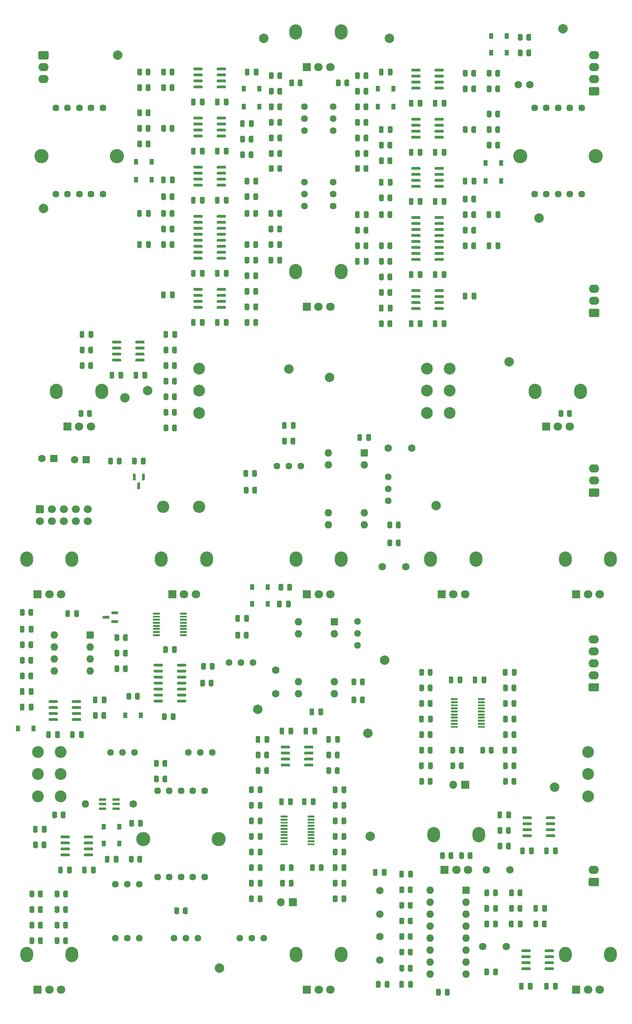
<source format=gbs>
G04 #@! TF.GenerationSoftware,KiCad,Pcbnew,6.0.5+dfsg-1~bpo11+1*
G04 #@! TF.CreationDate,2023-02-06T17:01:20+00:00*
G04 #@! TF.ProjectId,VCF_VCA_BBD_board,5643465f-5643-4415-9f42-42445f626f61,1.0*
G04 #@! TF.SameCoordinates,Original*
G04 #@! TF.FileFunction,Soldermask,Bot*
G04 #@! TF.FilePolarity,Negative*
%FSLAX46Y46*%
G04 Gerber Fmt 4.6, Leading zero omitted, Abs format (unit mm)*
G04 Created by KiCad (PCBNEW 6.0.5+dfsg-1~bpo11+1) date 2023-02-06 17:01:20*
%MOMM*%
%LPD*%
G01*
G04 APERTURE LIST*
%ADD10O,2.720000X3.240000*%
%ADD11R,1.800000X1.800000*%
%ADD12C,1.800000*%
%ADD13C,2.500000*%
%ADD14C,3.000000*%
%ADD15C,1.451600*%
%ADD16O,2.190000X1.740000*%
%ADD17C,1.440000*%
%ADD18C,2.600000*%
%ADD19R,0.900000X1.200000*%
%ADD20C,2.000000*%
%ADD21C,1.600000*%
%ADD22R,1.600000X1.600000*%
%ADD23O,1.600000X1.600000*%
%ADD24R,1.700000X1.700000*%
%ADD25O,1.700000X1.700000*%
%ADD26C,1.700000*%
%ADD27R,1.500000X0.550000*%
G04 APERTURE END LIST*
D10*
X111440000Y-83940000D03*
X101840000Y-83940000D03*
D11*
X104140000Y-91440000D03*
D12*
X106640000Y-91440000D03*
X109140000Y-91440000D03*
D10*
X101840000Y-33140000D03*
X111440000Y-33140000D03*
D11*
X104140000Y-40640000D03*
D12*
X106640000Y-40640000D03*
X109140000Y-40640000D03*
D13*
X129665000Y-113920000D03*
X129665000Y-109220000D03*
X129665000Y-104520000D03*
X134495000Y-113920000D03*
X134495000Y-109220000D03*
X134495000Y-104520000D03*
D10*
X51040000Y-109340000D03*
X60640000Y-109340000D03*
D11*
X53340000Y-116840000D03*
D12*
X55840000Y-116840000D03*
X58340000Y-116840000D03*
D13*
X51945000Y-185800000D03*
X51945000Y-190500000D03*
X51945000Y-195200000D03*
X47115000Y-185800000D03*
X47115000Y-190500000D03*
X47115000Y-195200000D03*
D14*
X69470000Y-204300000D03*
X85470000Y-204300000D03*
D15*
X72470000Y-194050000D03*
X74970000Y-194050000D03*
X77470000Y-194050000D03*
X79970000Y-194050000D03*
X82470000Y-194050000D03*
X82470000Y-212350000D03*
X79970000Y-212350000D03*
X77470000Y-212350000D03*
X74970000Y-212350000D03*
X72470000Y-212350000D03*
D10*
X111480000Y-228720000D03*
X101880000Y-228720000D03*
D11*
X104180000Y-236220000D03*
D12*
X106680000Y-236220000D03*
X109180000Y-236220000D03*
D10*
X111480000Y-144910000D03*
X101880000Y-144910000D03*
D11*
X104180000Y-152410000D03*
D12*
X106680000Y-152410000D03*
X109180000Y-152410000D03*
D10*
X162240000Y-109340000D03*
X152640000Y-109340000D03*
D11*
X154940000Y-116840000D03*
D12*
X157440000Y-116840000D03*
X159940000Y-116840000D03*
D10*
X82905000Y-144900000D03*
X73305000Y-144900000D03*
D11*
X75605000Y-152400000D03*
D12*
X78105000Y-152400000D03*
X80605000Y-152400000D03*
D10*
X159030000Y-144900000D03*
X168630000Y-144900000D03*
D11*
X161330000Y-152400000D03*
D12*
X163830000Y-152400000D03*
X166330000Y-152400000D03*
D10*
X44730000Y-228730000D03*
X54330000Y-228730000D03*
D11*
X47030000Y-236230000D03*
D12*
X49530000Y-236230000D03*
X52030000Y-236230000D03*
D10*
X54330000Y-144900000D03*
X44730000Y-144900000D03*
D11*
X47030000Y-152400000D03*
D12*
X49530000Y-152400000D03*
X52030000Y-152400000D03*
D10*
X140690000Y-203320000D03*
X131090000Y-203320000D03*
D11*
X133390000Y-210820000D03*
D12*
X135890000Y-210820000D03*
X138390000Y-210820000D03*
D14*
X63880000Y-59520000D03*
X47880000Y-59520000D03*
D15*
X50880000Y-49270000D03*
X53380000Y-49270000D03*
X55880000Y-49270000D03*
X58380000Y-49270000D03*
X60880000Y-49270000D03*
X60880000Y-67570000D03*
X58380000Y-67570000D03*
X55880000Y-67570000D03*
X53380000Y-67570000D03*
X50880000Y-67570000D03*
D13*
X163830000Y-185800000D03*
X163830000Y-190500000D03*
X163830000Y-195200000D03*
D10*
X130455000Y-144910000D03*
X140055000Y-144910000D03*
D11*
X132755000Y-152410000D03*
D12*
X135255000Y-152410000D03*
X137755000Y-152410000D03*
D13*
X81280000Y-113920000D03*
X81280000Y-109220000D03*
X81280000Y-104520000D03*
D14*
X165480000Y-59520000D03*
X149480000Y-59520000D03*
D15*
X152480000Y-49270000D03*
X154980000Y-49270000D03*
X157480000Y-49270000D03*
X159980000Y-49270000D03*
X162480000Y-49270000D03*
X162480000Y-67570000D03*
X159980000Y-67570000D03*
X157480000Y-67570000D03*
X154980000Y-67570000D03*
X152480000Y-67570000D03*
D10*
X168630000Y-228720000D03*
X159030000Y-228720000D03*
D11*
X161330000Y-236220000D03*
D12*
X163830000Y-236220000D03*
X166330000Y-236220000D03*
G36*
G01*
X133244000Y-87861000D02*
X133244000Y-88161000D01*
G75*
G02*
X133094000Y-88311000I-150000J0D01*
G01*
X131444000Y-88311000D01*
G75*
G02*
X131294000Y-88161000I0J150000D01*
G01*
X131294000Y-87861000D01*
G75*
G02*
X131444000Y-87711000I150000J0D01*
G01*
X133094000Y-87711000D01*
G75*
G02*
X133244000Y-87861000I0J-150000D01*
G01*
G37*
G36*
G01*
X133244000Y-89131000D02*
X133244000Y-89431000D01*
G75*
G02*
X133094000Y-89581000I-150000J0D01*
G01*
X131444000Y-89581000D01*
G75*
G02*
X131294000Y-89431000I0J150000D01*
G01*
X131294000Y-89131000D01*
G75*
G02*
X131444000Y-88981000I150000J0D01*
G01*
X133094000Y-88981000D01*
G75*
G02*
X133244000Y-89131000I0J-150000D01*
G01*
G37*
G36*
G01*
X133244000Y-90401000D02*
X133244000Y-90701000D01*
G75*
G02*
X133094000Y-90851000I-150000J0D01*
G01*
X131444000Y-90851000D01*
G75*
G02*
X131294000Y-90701000I0J150000D01*
G01*
X131294000Y-90401000D01*
G75*
G02*
X131444000Y-90251000I150000J0D01*
G01*
X133094000Y-90251000D01*
G75*
G02*
X133244000Y-90401000I0J-150000D01*
G01*
G37*
G36*
G01*
X133244000Y-91671000D02*
X133244000Y-91971000D01*
G75*
G02*
X133094000Y-92121000I-150000J0D01*
G01*
X131444000Y-92121000D01*
G75*
G02*
X131294000Y-91971000I0J150000D01*
G01*
X131294000Y-91671000D01*
G75*
G02*
X131444000Y-91521000I150000J0D01*
G01*
X133094000Y-91521000D01*
G75*
G02*
X133244000Y-91671000I0J-150000D01*
G01*
G37*
G36*
G01*
X128294000Y-91671000D02*
X128294000Y-91971000D01*
G75*
G02*
X128144000Y-92121000I-150000J0D01*
G01*
X126494000Y-92121000D01*
G75*
G02*
X126344000Y-91971000I0J150000D01*
G01*
X126344000Y-91671000D01*
G75*
G02*
X126494000Y-91521000I150000J0D01*
G01*
X128144000Y-91521000D01*
G75*
G02*
X128294000Y-91671000I0J-150000D01*
G01*
G37*
G36*
G01*
X128294000Y-90401000D02*
X128294000Y-90701000D01*
G75*
G02*
X128144000Y-90851000I-150000J0D01*
G01*
X126494000Y-90851000D01*
G75*
G02*
X126344000Y-90701000I0J150000D01*
G01*
X126344000Y-90401000D01*
G75*
G02*
X126494000Y-90251000I150000J0D01*
G01*
X128144000Y-90251000D01*
G75*
G02*
X128294000Y-90401000I0J-150000D01*
G01*
G37*
G36*
G01*
X128294000Y-89131000D02*
X128294000Y-89431000D01*
G75*
G02*
X128144000Y-89581000I-150000J0D01*
G01*
X126494000Y-89581000D01*
G75*
G02*
X126344000Y-89431000I0J150000D01*
G01*
X126344000Y-89131000D01*
G75*
G02*
X126494000Y-88981000I150000J0D01*
G01*
X128144000Y-88981000D01*
G75*
G02*
X128294000Y-89131000I0J-150000D01*
G01*
G37*
G36*
G01*
X128294000Y-87861000D02*
X128294000Y-88161000D01*
G75*
G02*
X128144000Y-88311000I-150000J0D01*
G01*
X126494000Y-88311000D01*
G75*
G02*
X126344000Y-88161000I0J150000D01*
G01*
X126344000Y-87861000D01*
G75*
G02*
X126494000Y-87711000I150000J0D01*
G01*
X128144000Y-87711000D01*
G75*
G02*
X128294000Y-87861000I0J-150000D01*
G01*
G37*
G36*
G01*
X122354000Y-64549000D02*
X122354000Y-65499000D01*
G75*
G02*
X122104000Y-65749000I-250000J0D01*
G01*
X121604000Y-65749000D01*
G75*
G02*
X121354000Y-65499000I0J250000D01*
G01*
X121354000Y-64549000D01*
G75*
G02*
X121604000Y-64299000I250000J0D01*
G01*
X122104000Y-64299000D01*
G75*
G02*
X122354000Y-64549000I0J-250000D01*
G01*
G37*
G36*
G01*
X120454000Y-64549000D02*
X120454000Y-65499000D01*
G75*
G02*
X120204000Y-65749000I-250000J0D01*
G01*
X119704000Y-65749000D01*
G75*
G02*
X119454000Y-65499000I0J250000D01*
G01*
X119454000Y-64549000D01*
G75*
G02*
X119704000Y-64299000I250000J0D01*
G01*
X120204000Y-64299000D01*
G75*
G02*
X120454000Y-64549000I0J-250000D01*
G01*
G37*
G36*
G01*
X81736500Y-168090000D02*
X81736500Y-167190000D01*
G75*
G02*
X81986500Y-166940000I250000J0D01*
G01*
X82511500Y-166940000D01*
G75*
G02*
X82761500Y-167190000I0J-250000D01*
G01*
X82761500Y-168090000D01*
G75*
G02*
X82511500Y-168340000I-250000J0D01*
G01*
X81986500Y-168340000D01*
G75*
G02*
X81736500Y-168090000I0J250000D01*
G01*
G37*
G36*
G01*
X83561500Y-168090000D02*
X83561500Y-167190000D01*
G75*
G02*
X83811500Y-166940000I250000J0D01*
G01*
X84336500Y-166940000D01*
G75*
G02*
X84586500Y-167190000I0J-250000D01*
G01*
X84586500Y-168090000D01*
G75*
G02*
X84336500Y-168340000I-250000J0D01*
G01*
X83811500Y-168340000D01*
G75*
G02*
X83561500Y-168090000I0J250000D01*
G01*
G37*
G36*
G01*
X136497000Y-208222000D02*
X136497000Y-207322000D01*
G75*
G02*
X136747000Y-207072000I250000J0D01*
G01*
X137272000Y-207072000D01*
G75*
G02*
X137522000Y-207322000I0J-250000D01*
G01*
X137522000Y-208222000D01*
G75*
G02*
X137272000Y-208472000I-250000J0D01*
G01*
X136747000Y-208472000D01*
G75*
G02*
X136497000Y-208222000I0J250000D01*
G01*
G37*
G36*
G01*
X138322000Y-208222000D02*
X138322000Y-207322000D01*
G75*
G02*
X138572000Y-207072000I250000J0D01*
G01*
X139097000Y-207072000D01*
G75*
G02*
X139347000Y-207322000I0J-250000D01*
G01*
X139347000Y-208222000D01*
G75*
G02*
X139097000Y-208472000I-250000J0D01*
G01*
X138572000Y-208472000D01*
G75*
G02*
X138322000Y-208222000I0J250000D01*
G01*
G37*
G36*
G01*
X111153000Y-189288000D02*
X111153000Y-190188000D01*
G75*
G02*
X110903000Y-190438000I-250000J0D01*
G01*
X110378000Y-190438000D01*
G75*
G02*
X110128000Y-190188000I0J250000D01*
G01*
X110128000Y-189288000D01*
G75*
G02*
X110378000Y-189038000I250000J0D01*
G01*
X110903000Y-189038000D01*
G75*
G02*
X111153000Y-189288000I0J-250000D01*
G01*
G37*
G36*
G01*
X109328000Y-189288000D02*
X109328000Y-190188000D01*
G75*
G02*
X109078000Y-190438000I-250000J0D01*
G01*
X108553000Y-190438000D01*
G75*
G02*
X108303000Y-190188000I0J250000D01*
G01*
X108303000Y-189288000D01*
G75*
G02*
X108553000Y-189038000I250000J0D01*
G01*
X109078000Y-189038000D01*
G75*
G02*
X109328000Y-189288000I0J-250000D01*
G01*
G37*
G36*
G01*
X76609000Y-113342000D02*
X76609000Y-114242000D01*
G75*
G02*
X76359000Y-114492000I-250000J0D01*
G01*
X75834000Y-114492000D01*
G75*
G02*
X75584000Y-114242000I0J250000D01*
G01*
X75584000Y-113342000D01*
G75*
G02*
X75834000Y-113092000I250000J0D01*
G01*
X76359000Y-113092000D01*
G75*
G02*
X76609000Y-113342000I0J-250000D01*
G01*
G37*
G36*
G01*
X74784000Y-113342000D02*
X74784000Y-114242000D01*
G75*
G02*
X74534000Y-114492000I-250000J0D01*
G01*
X74009000Y-114492000D01*
G75*
G02*
X73759000Y-114242000I0J250000D01*
G01*
X73759000Y-113342000D01*
G75*
G02*
X74009000Y-113092000I250000J0D01*
G01*
X74534000Y-113092000D01*
G75*
G02*
X74784000Y-113342000I0J-250000D01*
G01*
G37*
G36*
G01*
X145189000Y-53398000D02*
X145189000Y-54298000D01*
G75*
G02*
X144939000Y-54548000I-250000J0D01*
G01*
X144414000Y-54548000D01*
G75*
G02*
X144164000Y-54298000I0J250000D01*
G01*
X144164000Y-53398000D01*
G75*
G02*
X144414000Y-53148000I250000J0D01*
G01*
X144939000Y-53148000D01*
G75*
G02*
X145189000Y-53398000I0J-250000D01*
G01*
G37*
G36*
G01*
X143364000Y-53398000D02*
X143364000Y-54298000D01*
G75*
G02*
X143114000Y-54548000I-250000J0D01*
G01*
X142589000Y-54548000D01*
G75*
G02*
X142339000Y-54298000I0J250000D01*
G01*
X142339000Y-53398000D01*
G75*
G02*
X142589000Y-53148000I250000J0D01*
G01*
X143114000Y-53148000D01*
G75*
G02*
X143364000Y-53398000I0J-250000D01*
G01*
G37*
G36*
G01*
X71021000Y-56446000D02*
X71021000Y-57346000D01*
G75*
G02*
X70771000Y-57596000I-250000J0D01*
G01*
X70246000Y-57596000D01*
G75*
G02*
X69996000Y-57346000I0J250000D01*
G01*
X69996000Y-56446000D01*
G75*
G02*
X70246000Y-56196000I250000J0D01*
G01*
X70771000Y-56196000D01*
G75*
G02*
X71021000Y-56446000I0J-250000D01*
G01*
G37*
G36*
G01*
X69196000Y-56446000D02*
X69196000Y-57346000D01*
G75*
G02*
X68946000Y-57596000I-250000J0D01*
G01*
X68421000Y-57596000D01*
G75*
G02*
X68171000Y-57346000I0J250000D01*
G01*
X68171000Y-56446000D01*
G75*
G02*
X68421000Y-56196000I250000J0D01*
G01*
X68946000Y-56196000D01*
G75*
G02*
X69196000Y-56446000I0J-250000D01*
G01*
G37*
G36*
G01*
X165925000Y-214230000D02*
X164235000Y-214230000D01*
G75*
G02*
X163985000Y-213980000I0J250000D01*
G01*
X163985000Y-212740000D01*
G75*
G02*
X164235000Y-212490000I250000J0D01*
G01*
X165925000Y-212490000D01*
G75*
G02*
X166175000Y-212740000I0J-250000D01*
G01*
X166175000Y-213980000D01*
G75*
G02*
X165925000Y-214230000I-250000J0D01*
G01*
G37*
D16*
X165080000Y-210820000D03*
G36*
G01*
X73414000Y-178783000D02*
X73414000Y-177833000D01*
G75*
G02*
X73664000Y-177583000I250000J0D01*
G01*
X74164000Y-177583000D01*
G75*
G02*
X74414000Y-177833000I0J-250000D01*
G01*
X74414000Y-178783000D01*
G75*
G02*
X74164000Y-179033000I-250000J0D01*
G01*
X73664000Y-179033000D01*
G75*
G02*
X73414000Y-178783000I0J250000D01*
G01*
G37*
G36*
G01*
X75314000Y-178783000D02*
X75314000Y-177833000D01*
G75*
G02*
X75564000Y-177583000I250000J0D01*
G01*
X76064000Y-177583000D01*
G75*
G02*
X76314000Y-177833000I0J-250000D01*
G01*
X76314000Y-178783000D01*
G75*
G02*
X76064000Y-179033000I-250000J0D01*
G01*
X75564000Y-179033000D01*
G75*
G02*
X75314000Y-178783000I0J250000D01*
G01*
G37*
G36*
G01*
X130884000Y-69563000D02*
X130884000Y-68613000D01*
G75*
G02*
X131134000Y-68363000I250000J0D01*
G01*
X131634000Y-68363000D01*
G75*
G02*
X131884000Y-68613000I0J-250000D01*
G01*
X131884000Y-69563000D01*
G75*
G02*
X131634000Y-69813000I-250000J0D01*
G01*
X131134000Y-69813000D01*
G75*
G02*
X130884000Y-69563000I0J250000D01*
G01*
G37*
G36*
G01*
X132784000Y-69563000D02*
X132784000Y-68613000D01*
G75*
G02*
X133034000Y-68363000I250000J0D01*
G01*
X133534000Y-68363000D01*
G75*
G02*
X133784000Y-68613000I0J-250000D01*
G01*
X133784000Y-69563000D01*
G75*
G02*
X133534000Y-69813000I-250000J0D01*
G01*
X133034000Y-69813000D01*
G75*
G02*
X132784000Y-69563000I0J250000D01*
G01*
G37*
G36*
G01*
X137168000Y-170030000D02*
X137168000Y-170980000D01*
G75*
G02*
X136918000Y-171230000I-250000J0D01*
G01*
X136418000Y-171230000D01*
G75*
G02*
X136168000Y-170980000I0J250000D01*
G01*
X136168000Y-170030000D01*
G75*
G02*
X136418000Y-169780000I250000J0D01*
G01*
X136918000Y-169780000D01*
G75*
G02*
X137168000Y-170030000I0J-250000D01*
G01*
G37*
G36*
G01*
X135268000Y-170030000D02*
X135268000Y-170980000D01*
G75*
G02*
X135018000Y-171230000I-250000J0D01*
G01*
X134518000Y-171230000D01*
G75*
G02*
X134268000Y-170980000I0J250000D01*
G01*
X134268000Y-170030000D01*
G75*
G02*
X134518000Y-169780000I250000J0D01*
G01*
X135018000Y-169780000D01*
G75*
G02*
X135268000Y-170030000I0J-250000D01*
G01*
G37*
D17*
X67564000Y-185928000D03*
X65024000Y-185928000D03*
X62484000Y-185928000D03*
G36*
G01*
X76609000Y-110040000D02*
X76609000Y-110940000D01*
G75*
G02*
X76359000Y-111190000I-250000J0D01*
G01*
X75834000Y-111190000D01*
G75*
G02*
X75584000Y-110940000I0J250000D01*
G01*
X75584000Y-110040000D01*
G75*
G02*
X75834000Y-109790000I250000J0D01*
G01*
X76359000Y-109790000D01*
G75*
G02*
X76609000Y-110040000I0J-250000D01*
G01*
G37*
G36*
G01*
X74784000Y-110040000D02*
X74784000Y-110940000D01*
G75*
G02*
X74534000Y-111190000I-250000J0D01*
G01*
X74009000Y-111190000D01*
G75*
G02*
X73759000Y-110940000I0J250000D01*
G01*
X73759000Y-110040000D01*
G75*
G02*
X74009000Y-109790000I250000J0D01*
G01*
X74534000Y-109790000D01*
G75*
G02*
X74784000Y-110040000I0J-250000D01*
G01*
G37*
G36*
G01*
X98961000Y-51874000D02*
X98961000Y-52774000D01*
G75*
G02*
X98711000Y-53024000I-250000J0D01*
G01*
X98186000Y-53024000D01*
G75*
G02*
X97936000Y-52774000I0J250000D01*
G01*
X97936000Y-51874000D01*
G75*
G02*
X98186000Y-51624000I250000J0D01*
G01*
X98711000Y-51624000D01*
G75*
G02*
X98961000Y-51874000I0J-250000D01*
G01*
G37*
G36*
G01*
X97136000Y-51874000D02*
X97136000Y-52774000D01*
G75*
G02*
X96886000Y-53024000I-250000J0D01*
G01*
X96361000Y-53024000D01*
G75*
G02*
X96111000Y-52774000I0J250000D01*
G01*
X96111000Y-51874000D01*
G75*
G02*
X96361000Y-51624000I250000J0D01*
G01*
X96886000Y-51624000D01*
G75*
G02*
X97136000Y-51874000I0J-250000D01*
G01*
G37*
D18*
X81280000Y-133858000D03*
X73660000Y-133858000D03*
G36*
G01*
X90966000Y-81984000D02*
X90966000Y-81084000D01*
G75*
G02*
X91216000Y-80834000I250000J0D01*
G01*
X91741000Y-80834000D01*
G75*
G02*
X91991000Y-81084000I0J-250000D01*
G01*
X91991000Y-81984000D01*
G75*
G02*
X91741000Y-82234000I-250000J0D01*
G01*
X91216000Y-82234000D01*
G75*
G02*
X90966000Y-81984000I0J250000D01*
G01*
G37*
G36*
G01*
X92791000Y-81984000D02*
X92791000Y-81084000D01*
G75*
G02*
X93041000Y-80834000I250000J0D01*
G01*
X93566000Y-80834000D01*
G75*
G02*
X93816000Y-81084000I0J-250000D01*
G01*
X93816000Y-81984000D01*
G75*
G02*
X93566000Y-82234000I-250000J0D01*
G01*
X93041000Y-82234000D01*
G75*
G02*
X92791000Y-81984000I0J250000D01*
G01*
G37*
G36*
G01*
X51742000Y-181643000D02*
X51742000Y-182593000D01*
G75*
G02*
X51492000Y-182843000I-250000J0D01*
G01*
X50992000Y-182843000D01*
G75*
G02*
X50742000Y-182593000I0J250000D01*
G01*
X50742000Y-181643000D01*
G75*
G02*
X50992000Y-181393000I250000J0D01*
G01*
X51492000Y-181393000D01*
G75*
G02*
X51742000Y-181643000I0J-250000D01*
G01*
G37*
G36*
G01*
X49842000Y-181643000D02*
X49842000Y-182593000D01*
G75*
G02*
X49592000Y-182843000I-250000J0D01*
G01*
X49092000Y-182843000D01*
G75*
G02*
X48842000Y-182593000I0J250000D01*
G01*
X48842000Y-181643000D01*
G75*
G02*
X49092000Y-181393000I250000J0D01*
G01*
X49592000Y-181393000D01*
G75*
G02*
X49842000Y-181643000I0J-250000D01*
G01*
G37*
G36*
G01*
X82476000Y-47531000D02*
X82476000Y-48481000D01*
G75*
G02*
X82226000Y-48731000I-250000J0D01*
G01*
X81726000Y-48731000D01*
G75*
G02*
X81476000Y-48481000I0J250000D01*
G01*
X81476000Y-47531000D01*
G75*
G02*
X81726000Y-47281000I250000J0D01*
G01*
X82226000Y-47281000D01*
G75*
G02*
X82476000Y-47531000I0J-250000D01*
G01*
G37*
G36*
G01*
X80576000Y-47531000D02*
X80576000Y-48481000D01*
G75*
G02*
X80326000Y-48731000I-250000J0D01*
G01*
X79826000Y-48731000D01*
G75*
G02*
X79576000Y-48481000I0J250000D01*
G01*
X79576000Y-47531000D01*
G75*
G02*
X79826000Y-47281000I250000J0D01*
G01*
X80326000Y-47281000D01*
G75*
G02*
X80576000Y-47531000I0J-250000D01*
G01*
G37*
G36*
G01*
X144625000Y-206190000D02*
X144625000Y-205290000D01*
G75*
G02*
X144875000Y-205040000I250000J0D01*
G01*
X145400000Y-205040000D01*
G75*
G02*
X145650000Y-205290000I0J-250000D01*
G01*
X145650000Y-206190000D01*
G75*
G02*
X145400000Y-206440000I-250000J0D01*
G01*
X144875000Y-206440000D01*
G75*
G02*
X144625000Y-206190000I0J250000D01*
G01*
G37*
G36*
G01*
X146450000Y-206190000D02*
X146450000Y-205290000D01*
G75*
G02*
X146700000Y-205040000I250000J0D01*
G01*
X147225000Y-205040000D01*
G75*
G02*
X147475000Y-205290000I0J-250000D01*
G01*
X147475000Y-206190000D01*
G75*
G02*
X147225000Y-206440000I-250000J0D01*
G01*
X146700000Y-206440000D01*
G75*
G02*
X146450000Y-206190000I0J250000D01*
G01*
G37*
G36*
G01*
X103279000Y-43492000D02*
X103279000Y-44392000D01*
G75*
G02*
X103029000Y-44642000I-250000J0D01*
G01*
X102504000Y-44642000D01*
G75*
G02*
X102254000Y-44392000I0J250000D01*
G01*
X102254000Y-43492000D01*
G75*
G02*
X102504000Y-43242000I250000J0D01*
G01*
X103029000Y-43242000D01*
G75*
G02*
X103279000Y-43492000I0J-250000D01*
G01*
G37*
G36*
G01*
X101454000Y-43492000D02*
X101454000Y-44392000D01*
G75*
G02*
X101204000Y-44642000I-250000J0D01*
G01*
X100679000Y-44642000D01*
G75*
G02*
X100429000Y-44392000I0J250000D01*
G01*
X100429000Y-43492000D01*
G75*
G02*
X100679000Y-43242000I250000J0D01*
G01*
X101204000Y-43242000D01*
G75*
G02*
X101454000Y-43492000I0J-250000D01*
G01*
G37*
G36*
G01*
X76609000Y-106738000D02*
X76609000Y-107638000D01*
G75*
G02*
X76359000Y-107888000I-250000J0D01*
G01*
X75834000Y-107888000D01*
G75*
G02*
X75584000Y-107638000I0J250000D01*
G01*
X75584000Y-106738000D01*
G75*
G02*
X75834000Y-106488000I250000J0D01*
G01*
X76359000Y-106488000D01*
G75*
G02*
X76609000Y-106738000I0J-250000D01*
G01*
G37*
G36*
G01*
X74784000Y-106738000D02*
X74784000Y-107638000D01*
G75*
G02*
X74534000Y-107888000I-250000J0D01*
G01*
X74009000Y-107888000D01*
G75*
G02*
X73759000Y-107638000I0J250000D01*
G01*
X73759000Y-106738000D01*
G75*
G02*
X74009000Y-106488000I250000J0D01*
G01*
X74534000Y-106488000D01*
G75*
G02*
X74784000Y-106738000I0J-250000D01*
G01*
G37*
G36*
G01*
X114399000Y-56076000D02*
X114399000Y-55176000D01*
G75*
G02*
X114649000Y-54926000I250000J0D01*
G01*
X115174000Y-54926000D01*
G75*
G02*
X115424000Y-55176000I0J-250000D01*
G01*
X115424000Y-56076000D01*
G75*
G02*
X115174000Y-56326000I-250000J0D01*
G01*
X114649000Y-56326000D01*
G75*
G02*
X114399000Y-56076000I0J250000D01*
G01*
G37*
G36*
G01*
X116224000Y-56076000D02*
X116224000Y-55176000D01*
G75*
G02*
X116474000Y-54926000I250000J0D01*
G01*
X116999000Y-54926000D01*
G75*
G02*
X117249000Y-55176000I0J-250000D01*
G01*
X117249000Y-56076000D01*
G75*
G02*
X116999000Y-56326000I-250000J0D01*
G01*
X116474000Y-56326000D01*
G75*
G02*
X116224000Y-56076000I0J250000D01*
G01*
G37*
D17*
X81036000Y-225298000D03*
X78496000Y-225298000D03*
X75956000Y-225298000D03*
X94996000Y-225298000D03*
X92456000Y-225298000D03*
X89916000Y-225298000D03*
G36*
G01*
X108303000Y-186886000D02*
X108303000Y-185986000D01*
G75*
G02*
X108553000Y-185736000I250000J0D01*
G01*
X109078000Y-185736000D01*
G75*
G02*
X109328000Y-185986000I0J-250000D01*
G01*
X109328000Y-186886000D01*
G75*
G02*
X109078000Y-187136000I-250000J0D01*
G01*
X108553000Y-187136000D01*
G75*
G02*
X108303000Y-186886000I0J250000D01*
G01*
G37*
G36*
G01*
X110128000Y-186886000D02*
X110128000Y-185986000D01*
G75*
G02*
X110378000Y-185736000I250000J0D01*
G01*
X110903000Y-185736000D01*
G75*
G02*
X111153000Y-185986000I0J-250000D01*
G01*
X111153000Y-186886000D01*
G75*
G02*
X110903000Y-187136000I-250000J0D01*
G01*
X110378000Y-187136000D01*
G75*
G02*
X110128000Y-186886000I0J250000D01*
G01*
G37*
G36*
G01*
X122329000Y-71432000D02*
X122329000Y-72332000D01*
G75*
G02*
X122079000Y-72582000I-250000J0D01*
G01*
X121554000Y-72582000D01*
G75*
G02*
X121304000Y-72332000I0J250000D01*
G01*
X121304000Y-71432000D01*
G75*
G02*
X121554000Y-71182000I250000J0D01*
G01*
X122079000Y-71182000D01*
G75*
G02*
X122329000Y-71432000I0J-250000D01*
G01*
G37*
G36*
G01*
X120504000Y-71432000D02*
X120504000Y-72332000D01*
G75*
G02*
X120254000Y-72582000I-250000J0D01*
G01*
X119729000Y-72582000D01*
G75*
G02*
X119479000Y-72332000I0J250000D01*
G01*
X119479000Y-71432000D01*
G75*
G02*
X119729000Y-71182000I250000J0D01*
G01*
X120254000Y-71182000D01*
G75*
G02*
X120504000Y-71432000I0J-250000D01*
G01*
G37*
G36*
G01*
X165925000Y-172955000D02*
X164235000Y-172955000D01*
G75*
G02*
X163985000Y-172705000I0J250000D01*
G01*
X163985000Y-171465000D01*
G75*
G02*
X164235000Y-171215000I250000J0D01*
G01*
X165925000Y-171215000D01*
G75*
G02*
X166175000Y-171465000I0J-250000D01*
G01*
X166175000Y-172705000D01*
G75*
G02*
X165925000Y-172955000I-250000J0D01*
G01*
G37*
D16*
X165080000Y-169545000D03*
X165080000Y-167005000D03*
X165080000Y-164465000D03*
X165080000Y-161925000D03*
G36*
G01*
X94771500Y-213139000D02*
X94771500Y-214089000D01*
G75*
G02*
X94521500Y-214339000I-250000J0D01*
G01*
X94021500Y-214339000D01*
G75*
G02*
X93771500Y-214089000I0J250000D01*
G01*
X93771500Y-213139000D01*
G75*
G02*
X94021500Y-212889000I250000J0D01*
G01*
X94521500Y-212889000D01*
G75*
G02*
X94771500Y-213139000I0J-250000D01*
G01*
G37*
G36*
G01*
X92871500Y-213139000D02*
X92871500Y-214089000D01*
G75*
G02*
X92621500Y-214339000I-250000J0D01*
G01*
X92121500Y-214339000D01*
G75*
G02*
X91871500Y-214089000I0J250000D01*
G01*
X91871500Y-213139000D01*
G75*
G02*
X92121500Y-212889000I250000J0D01*
G01*
X92621500Y-212889000D01*
G75*
G02*
X92871500Y-213139000I0J-250000D01*
G01*
G37*
G36*
G01*
X93627000Y-129852000D02*
X93627000Y-130752000D01*
G75*
G02*
X93377000Y-131002000I-250000J0D01*
G01*
X92852000Y-131002000D01*
G75*
G02*
X92602000Y-130752000I0J250000D01*
G01*
X92602000Y-129852000D01*
G75*
G02*
X92852000Y-129602000I250000J0D01*
G01*
X93377000Y-129602000D01*
G75*
G02*
X93627000Y-129852000I0J-250000D01*
G01*
G37*
G36*
G01*
X91802000Y-129852000D02*
X91802000Y-130752000D01*
G75*
G02*
X91552000Y-131002000I-250000J0D01*
G01*
X91027000Y-131002000D01*
G75*
G02*
X90777000Y-130752000I0J250000D01*
G01*
X90777000Y-129852000D01*
G75*
G02*
X91027000Y-129602000I250000J0D01*
G01*
X91552000Y-129602000D01*
G75*
G02*
X91802000Y-129852000I0J-250000D01*
G01*
G37*
G36*
G01*
X53495000Y-225356000D02*
X53495000Y-226256000D01*
G75*
G02*
X53245000Y-226506000I-250000J0D01*
G01*
X52720000Y-226506000D01*
G75*
G02*
X52470000Y-226256000I0J250000D01*
G01*
X52470000Y-225356000D01*
G75*
G02*
X52720000Y-225106000I250000J0D01*
G01*
X53245000Y-225106000D01*
G75*
G02*
X53495000Y-225356000I0J-250000D01*
G01*
G37*
G36*
G01*
X51670000Y-225356000D02*
X51670000Y-226256000D01*
G75*
G02*
X51420000Y-226506000I-250000J0D01*
G01*
X50895000Y-226506000D01*
G75*
G02*
X50645000Y-226256000I0J250000D01*
G01*
X50645000Y-225356000D01*
G75*
G02*
X50895000Y-225106000I250000J0D01*
G01*
X51420000Y-225106000D01*
G75*
G02*
X51670000Y-225356000I0J-250000D01*
G01*
G37*
D17*
X109728000Y-49012000D03*
X109728000Y-51552000D03*
X109728000Y-54092000D03*
G36*
G01*
X137465500Y-188272000D02*
X137465500Y-189172000D01*
G75*
G02*
X137215500Y-189422000I-250000J0D01*
G01*
X136690500Y-189422000D01*
G75*
G02*
X136440500Y-189172000I0J250000D01*
G01*
X136440500Y-188272000D01*
G75*
G02*
X136690500Y-188022000I250000J0D01*
G01*
X137215500Y-188022000D01*
G75*
G02*
X137465500Y-188272000I0J-250000D01*
G01*
G37*
G36*
G01*
X135640500Y-188272000D02*
X135640500Y-189172000D01*
G75*
G02*
X135390500Y-189422000I-250000J0D01*
G01*
X134865500Y-189422000D01*
G75*
G02*
X134615500Y-189172000I0J250000D01*
G01*
X134615500Y-188272000D01*
G75*
G02*
X134865500Y-188022000I250000J0D01*
G01*
X135390500Y-188022000D01*
G75*
G02*
X135640500Y-188272000I0J-250000D01*
G01*
G37*
G36*
G01*
X87556000Y-68359000D02*
X87556000Y-69309000D01*
G75*
G02*
X87306000Y-69559000I-250000J0D01*
G01*
X86806000Y-69559000D01*
G75*
G02*
X86556000Y-69309000I0J250000D01*
G01*
X86556000Y-68359000D01*
G75*
G02*
X86806000Y-68109000I250000J0D01*
G01*
X87306000Y-68109000D01*
G75*
G02*
X87556000Y-68359000I0J-250000D01*
G01*
G37*
G36*
G01*
X85656000Y-68359000D02*
X85656000Y-69309000D01*
G75*
G02*
X85406000Y-69559000I-250000J0D01*
G01*
X84906000Y-69559000D01*
G75*
G02*
X84656000Y-69309000I0J250000D01*
G01*
X84656000Y-68359000D01*
G75*
G02*
X84906000Y-68109000I250000J0D01*
G01*
X85406000Y-68109000D01*
G75*
G02*
X85656000Y-68359000I0J-250000D01*
G01*
G37*
G36*
G01*
X145791500Y-182568000D02*
X145791500Y-181668000D01*
G75*
G02*
X146041500Y-181418000I250000J0D01*
G01*
X146566500Y-181418000D01*
G75*
G02*
X146816500Y-181668000I0J-250000D01*
G01*
X146816500Y-182568000D01*
G75*
G02*
X146566500Y-182818000I-250000J0D01*
G01*
X146041500Y-182818000D01*
G75*
G02*
X145791500Y-182568000I0J250000D01*
G01*
G37*
G36*
G01*
X147616500Y-182568000D02*
X147616500Y-181668000D01*
G75*
G02*
X147866500Y-181418000I250000J0D01*
G01*
X148391500Y-181418000D01*
G75*
G02*
X148641500Y-181668000I0J-250000D01*
G01*
X148641500Y-182568000D01*
G75*
G02*
X148391500Y-182818000I-250000J0D01*
G01*
X147866500Y-182818000D01*
G75*
G02*
X147616500Y-182568000I0J250000D01*
G01*
G37*
G36*
G01*
X94746500Y-199956000D02*
X94746500Y-200856000D01*
G75*
G02*
X94496500Y-201106000I-250000J0D01*
G01*
X93971500Y-201106000D01*
G75*
G02*
X93721500Y-200856000I0J250000D01*
G01*
X93721500Y-199956000D01*
G75*
G02*
X93971500Y-199706000I250000J0D01*
G01*
X94496500Y-199706000D01*
G75*
G02*
X94746500Y-199956000I0J-250000D01*
G01*
G37*
G36*
G01*
X92921500Y-199956000D02*
X92921500Y-200856000D01*
G75*
G02*
X92671500Y-201106000I-250000J0D01*
G01*
X92146500Y-201106000D01*
G75*
G02*
X91896500Y-200856000I0J250000D01*
G01*
X91896500Y-199956000D01*
G75*
G02*
X92146500Y-199706000I250000J0D01*
G01*
X92671500Y-199706000D01*
G75*
G02*
X92921500Y-199956000I0J-250000D01*
G01*
G37*
G36*
G01*
X71021000Y-41206000D02*
X71021000Y-42106000D01*
G75*
G02*
X70771000Y-42356000I-250000J0D01*
G01*
X70246000Y-42356000D01*
G75*
G02*
X69996000Y-42106000I0J250000D01*
G01*
X69996000Y-41206000D01*
G75*
G02*
X70246000Y-40956000I250000J0D01*
G01*
X70771000Y-40956000D01*
G75*
G02*
X71021000Y-41206000I0J-250000D01*
G01*
G37*
G36*
G01*
X69196000Y-41206000D02*
X69196000Y-42106000D01*
G75*
G02*
X68946000Y-42356000I-250000J0D01*
G01*
X68421000Y-42356000D01*
G75*
G02*
X68171000Y-42106000I0J250000D01*
G01*
X68171000Y-41206000D01*
G75*
G02*
X68421000Y-40956000I250000J0D01*
G01*
X68946000Y-40956000D01*
G75*
G02*
X69196000Y-41206000I0J-250000D01*
G01*
G37*
D19*
X64388000Y-201676000D03*
X61088000Y-201676000D03*
G36*
G01*
X141820000Y-219437000D02*
X141820000Y-218487000D01*
G75*
G02*
X142070000Y-218237000I250000J0D01*
G01*
X142570000Y-218237000D01*
G75*
G02*
X142820000Y-218487000I0J-250000D01*
G01*
X142820000Y-219437000D01*
G75*
G02*
X142570000Y-219687000I-250000J0D01*
G01*
X142070000Y-219687000D01*
G75*
G02*
X141820000Y-219437000I0J250000D01*
G01*
G37*
G36*
G01*
X143720000Y-219437000D02*
X143720000Y-218487000D01*
G75*
G02*
X143970000Y-218237000I250000J0D01*
G01*
X144470000Y-218237000D01*
G75*
G02*
X144720000Y-218487000I0J-250000D01*
G01*
X144720000Y-219437000D01*
G75*
G02*
X144470000Y-219687000I-250000J0D01*
G01*
X143970000Y-219687000D01*
G75*
G02*
X143720000Y-219437000I0J250000D01*
G01*
G37*
G36*
G01*
X112526500Y-213164000D02*
X112526500Y-214064000D01*
G75*
G02*
X112276500Y-214314000I-250000J0D01*
G01*
X111751500Y-214314000D01*
G75*
G02*
X111501500Y-214064000I0J250000D01*
G01*
X111501500Y-213164000D01*
G75*
G02*
X111751500Y-212914000I250000J0D01*
G01*
X112276500Y-212914000D01*
G75*
G02*
X112526500Y-213164000I0J-250000D01*
G01*
G37*
G36*
G01*
X110701500Y-213164000D02*
X110701500Y-214064000D01*
G75*
G02*
X110451500Y-214314000I-250000J0D01*
G01*
X109926500Y-214314000D01*
G75*
G02*
X109676500Y-214064000I0J250000D01*
G01*
X109676500Y-213164000D01*
G75*
G02*
X109926500Y-212914000I250000J0D01*
G01*
X110451500Y-212914000D01*
G75*
G02*
X110701500Y-213164000I0J-250000D01*
G01*
G37*
G36*
G01*
X76609000Y-103436000D02*
X76609000Y-104336000D01*
G75*
G02*
X76359000Y-104586000I-250000J0D01*
G01*
X75834000Y-104586000D01*
G75*
G02*
X75584000Y-104336000I0J250000D01*
G01*
X75584000Y-103436000D01*
G75*
G02*
X75834000Y-103186000I250000J0D01*
G01*
X76359000Y-103186000D01*
G75*
G02*
X76609000Y-103436000I0J-250000D01*
G01*
G37*
G36*
G01*
X74784000Y-103436000D02*
X74784000Y-104336000D01*
G75*
G02*
X74534000Y-104586000I-250000J0D01*
G01*
X74009000Y-104586000D01*
G75*
G02*
X73759000Y-104336000I0J250000D01*
G01*
X73759000Y-103436000D01*
G75*
G02*
X74009000Y-103186000I250000J0D01*
G01*
X74534000Y-103186000D01*
G75*
G02*
X74784000Y-103436000I0J-250000D01*
G01*
G37*
G36*
G01*
X122329000Y-81338000D02*
X122329000Y-82238000D01*
G75*
G02*
X122079000Y-82488000I-250000J0D01*
G01*
X121554000Y-82488000D01*
G75*
G02*
X121304000Y-82238000I0J250000D01*
G01*
X121304000Y-81338000D01*
G75*
G02*
X121554000Y-81088000I250000J0D01*
G01*
X122079000Y-81088000D01*
G75*
G02*
X122329000Y-81338000I0J-250000D01*
G01*
G37*
G36*
G01*
X120504000Y-81338000D02*
X120504000Y-82238000D01*
G75*
G02*
X120254000Y-82488000I-250000J0D01*
G01*
X119729000Y-82488000D01*
G75*
G02*
X119479000Y-82238000I0J250000D01*
G01*
X119479000Y-81338000D01*
G75*
G02*
X119729000Y-81088000I250000J0D01*
G01*
X120254000Y-81088000D01*
G75*
G02*
X120504000Y-81338000I0J-250000D01*
G01*
G37*
G36*
G01*
X46129000Y-165920000D02*
X46129000Y-166820000D01*
G75*
G02*
X45879000Y-167070000I-250000J0D01*
G01*
X45354000Y-167070000D01*
G75*
G02*
X45104000Y-166820000I0J250000D01*
G01*
X45104000Y-165920000D01*
G75*
G02*
X45354000Y-165670000I250000J0D01*
G01*
X45879000Y-165670000D01*
G75*
G02*
X46129000Y-165920000I0J-250000D01*
G01*
G37*
G36*
G01*
X44304000Y-165920000D02*
X44304000Y-166820000D01*
G75*
G02*
X44054000Y-167070000I-250000J0D01*
G01*
X43529000Y-167070000D01*
G75*
G02*
X43279000Y-166820000I0J250000D01*
G01*
X43279000Y-165920000D01*
G75*
G02*
X43529000Y-165670000I250000J0D01*
G01*
X44054000Y-165670000D01*
G75*
G02*
X44304000Y-165920000I0J-250000D01*
G01*
G37*
G36*
G01*
X76101000Y-53144000D02*
X76101000Y-54044000D01*
G75*
G02*
X75851000Y-54294000I-250000J0D01*
G01*
X75326000Y-54294000D01*
G75*
G02*
X75076000Y-54044000I0J250000D01*
G01*
X75076000Y-53144000D01*
G75*
G02*
X75326000Y-52894000I250000J0D01*
G01*
X75851000Y-52894000D01*
G75*
G02*
X76101000Y-53144000I0J-250000D01*
G01*
G37*
G36*
G01*
X74276000Y-53144000D02*
X74276000Y-54044000D01*
G75*
G02*
X74026000Y-54294000I-250000J0D01*
G01*
X73501000Y-54294000D01*
G75*
G02*
X73251000Y-54044000I0J250000D01*
G01*
X73251000Y-53144000D01*
G75*
G02*
X73501000Y-52894000I250000J0D01*
G01*
X74026000Y-52894000D01*
G75*
G02*
X74276000Y-53144000I0J-250000D01*
G01*
G37*
G36*
G01*
X149950500Y-221789000D02*
X149950500Y-222739000D01*
G75*
G02*
X149700500Y-222989000I-250000J0D01*
G01*
X149200500Y-222989000D01*
G75*
G02*
X148950500Y-222739000I0J250000D01*
G01*
X148950500Y-221789000D01*
G75*
G02*
X149200500Y-221539000I250000J0D01*
G01*
X149700500Y-221539000D01*
G75*
G02*
X149950500Y-221789000I0J-250000D01*
G01*
G37*
G36*
G01*
X148050500Y-221789000D02*
X148050500Y-222739000D01*
G75*
G02*
X147800500Y-222989000I-250000J0D01*
G01*
X147300500Y-222989000D01*
G75*
G02*
X147050500Y-222739000I0J250000D01*
G01*
X147050500Y-221789000D01*
G75*
G02*
X147300500Y-221539000I250000J0D01*
G01*
X147800500Y-221539000D01*
G75*
G02*
X148050500Y-221789000I0J-250000D01*
G01*
G37*
G36*
G01*
X98896000Y-77782000D02*
X98896000Y-78682000D01*
G75*
G02*
X98646000Y-78932000I-250000J0D01*
G01*
X98121000Y-78932000D01*
G75*
G02*
X97871000Y-78682000I0J250000D01*
G01*
X97871000Y-77782000D01*
G75*
G02*
X98121000Y-77532000I250000J0D01*
G01*
X98646000Y-77532000D01*
G75*
G02*
X98896000Y-77782000I0J-250000D01*
G01*
G37*
G36*
G01*
X97071000Y-77782000D02*
X97071000Y-78682000D01*
G75*
G02*
X96821000Y-78932000I-250000J0D01*
G01*
X96296000Y-78932000D01*
G75*
G02*
X96046000Y-78682000I0J250000D01*
G01*
X96046000Y-77782000D01*
G75*
G02*
X96296000Y-77532000I250000J0D01*
G01*
X96821000Y-77532000D01*
G75*
G02*
X97071000Y-77782000I0J-250000D01*
G01*
G37*
G36*
G01*
X124107000Y-137218000D02*
X124107000Y-138118000D01*
G75*
G02*
X123857000Y-138368000I-250000J0D01*
G01*
X123332000Y-138368000D01*
G75*
G02*
X123082000Y-138118000I0J250000D01*
G01*
X123082000Y-137218000D01*
G75*
G02*
X123332000Y-136968000I250000J0D01*
G01*
X123857000Y-136968000D01*
G75*
G02*
X124107000Y-137218000I0J-250000D01*
G01*
G37*
G36*
G01*
X122282000Y-137218000D02*
X122282000Y-138118000D01*
G75*
G02*
X122032000Y-138368000I-250000J0D01*
G01*
X121507000Y-138368000D01*
G75*
G02*
X121257000Y-138118000I0J250000D01*
G01*
X121257000Y-137218000D01*
G75*
G02*
X121507000Y-136968000I250000J0D01*
G01*
X122032000Y-136968000D01*
G75*
G02*
X122282000Y-137218000I0J-250000D01*
G01*
G37*
G36*
G01*
X62009000Y-124577500D02*
X62009000Y-123677500D01*
G75*
G02*
X62259000Y-123427500I250000J0D01*
G01*
X62784000Y-123427500D01*
G75*
G02*
X63034000Y-123677500I0J-250000D01*
G01*
X63034000Y-124577500D01*
G75*
G02*
X62784000Y-124827500I-250000J0D01*
G01*
X62259000Y-124827500D01*
G75*
G02*
X62009000Y-124577500I0J250000D01*
G01*
G37*
G36*
G01*
X63834000Y-124577500D02*
X63834000Y-123677500D01*
G75*
G02*
X64084000Y-123427500I250000J0D01*
G01*
X64609000Y-123427500D01*
G75*
G02*
X64859000Y-123677500I0J-250000D01*
G01*
X64859000Y-124577500D01*
G75*
G02*
X64609000Y-124827500I-250000J0D01*
G01*
X64084000Y-124827500D01*
G75*
G02*
X63834000Y-124577500I0J250000D01*
G01*
G37*
G36*
G01*
X145766500Y-185895000D02*
X145766500Y-184945000D01*
G75*
G02*
X146016500Y-184695000I250000J0D01*
G01*
X146516500Y-184695000D01*
G75*
G02*
X146766500Y-184945000I0J-250000D01*
G01*
X146766500Y-185895000D01*
G75*
G02*
X146516500Y-186145000I-250000J0D01*
G01*
X146016500Y-186145000D01*
G75*
G02*
X145766500Y-185895000I0J250000D01*
G01*
G37*
G36*
G01*
X147666500Y-185895000D02*
X147666500Y-184945000D01*
G75*
G02*
X147916500Y-184695000I250000J0D01*
G01*
X148416500Y-184695000D01*
G75*
G02*
X148666500Y-184945000I0J-250000D01*
G01*
X148666500Y-185895000D01*
G75*
G02*
X148416500Y-186145000I-250000J0D01*
G01*
X147916500Y-186145000D01*
G75*
G02*
X147666500Y-185895000I0J250000D01*
G01*
G37*
G36*
G01*
X123797000Y-215461000D02*
X123797000Y-214561000D01*
G75*
G02*
X124047000Y-214311000I250000J0D01*
G01*
X124572000Y-214311000D01*
G75*
G02*
X124822000Y-214561000I0J-250000D01*
G01*
X124822000Y-215461000D01*
G75*
G02*
X124572000Y-215711000I-250000J0D01*
G01*
X124047000Y-215711000D01*
G75*
G02*
X123797000Y-215461000I0J250000D01*
G01*
G37*
G36*
G01*
X125622000Y-215461000D02*
X125622000Y-214561000D01*
G75*
G02*
X125872000Y-214311000I250000J0D01*
G01*
X126397000Y-214311000D01*
G75*
G02*
X126647000Y-214561000I0J-250000D01*
G01*
X126647000Y-215461000D01*
G75*
G02*
X126397000Y-215711000I-250000J0D01*
G01*
X125872000Y-215711000D01*
G75*
G02*
X125622000Y-215461000I0J250000D01*
G01*
G37*
D20*
X153416000Y-72644000D03*
G36*
G01*
X114399000Y-59378000D02*
X114399000Y-58478000D01*
G75*
G02*
X114649000Y-58228000I250000J0D01*
G01*
X115174000Y-58228000D01*
G75*
G02*
X115424000Y-58478000I0J-250000D01*
G01*
X115424000Y-59378000D01*
G75*
G02*
X115174000Y-59628000I-250000J0D01*
G01*
X114649000Y-59628000D01*
G75*
G02*
X114399000Y-59378000I0J250000D01*
G01*
G37*
G36*
G01*
X116224000Y-59378000D02*
X116224000Y-58478000D01*
G75*
G02*
X116474000Y-58228000I250000J0D01*
G01*
X116999000Y-58228000D01*
G75*
G02*
X117249000Y-58478000I0J-250000D01*
G01*
X117249000Y-59378000D01*
G75*
G02*
X116999000Y-59628000I-250000J0D01*
G01*
X116474000Y-59628000D01*
G75*
G02*
X116224000Y-59378000I0J250000D01*
G01*
G37*
G36*
G01*
X116487000Y-170492000D02*
X116487000Y-171392000D01*
G75*
G02*
X116237000Y-171642000I-250000J0D01*
G01*
X115712000Y-171642000D01*
G75*
G02*
X115462000Y-171392000I0J250000D01*
G01*
X115462000Y-170492000D01*
G75*
G02*
X115712000Y-170242000I250000J0D01*
G01*
X116237000Y-170242000D01*
G75*
G02*
X116487000Y-170492000I0J-250000D01*
G01*
G37*
G36*
G01*
X114662000Y-170492000D02*
X114662000Y-171392000D01*
G75*
G02*
X114412000Y-171642000I-250000J0D01*
G01*
X113887000Y-171642000D01*
G75*
G02*
X113637000Y-171392000I0J250000D01*
G01*
X113637000Y-170492000D01*
G75*
G02*
X113887000Y-170242000I250000J0D01*
G01*
X114412000Y-170242000D01*
G75*
G02*
X114662000Y-170492000I0J-250000D01*
G01*
G37*
G36*
G01*
X128011500Y-192474000D02*
X128011500Y-191574000D01*
G75*
G02*
X128261500Y-191324000I250000J0D01*
G01*
X128786500Y-191324000D01*
G75*
G02*
X129036500Y-191574000I0J-250000D01*
G01*
X129036500Y-192474000D01*
G75*
G02*
X128786500Y-192724000I-250000J0D01*
G01*
X128261500Y-192724000D01*
G75*
G02*
X128011500Y-192474000I0J250000D01*
G01*
G37*
G36*
G01*
X129836500Y-192474000D02*
X129836500Y-191574000D01*
G75*
G02*
X130086500Y-191324000I250000J0D01*
G01*
X130611500Y-191324000D01*
G75*
G02*
X130861500Y-191574000I0J-250000D01*
G01*
X130861500Y-192474000D01*
G75*
G02*
X130611500Y-192724000I-250000J0D01*
G01*
X130086500Y-192724000D01*
G75*
G02*
X129836500Y-192474000I0J250000D01*
G01*
G37*
G36*
G01*
X96021000Y-72103000D02*
X96021000Y-71153000D01*
G75*
G02*
X96271000Y-70903000I250000J0D01*
G01*
X96771000Y-70903000D01*
G75*
G02*
X97021000Y-71153000I0J-250000D01*
G01*
X97021000Y-72103000D01*
G75*
G02*
X96771000Y-72353000I-250000J0D01*
G01*
X96271000Y-72353000D01*
G75*
G02*
X96021000Y-72103000I0J250000D01*
G01*
G37*
G36*
G01*
X97921000Y-72103000D02*
X97921000Y-71153000D01*
G75*
G02*
X98171000Y-70903000I250000J0D01*
G01*
X98671000Y-70903000D01*
G75*
G02*
X98921000Y-71153000I0J-250000D01*
G01*
X98921000Y-72103000D01*
G75*
G02*
X98671000Y-72353000I-250000J0D01*
G01*
X98171000Y-72353000D01*
G75*
G02*
X97921000Y-72103000I0J250000D01*
G01*
G37*
G36*
G01*
X109676500Y-200856000D02*
X109676500Y-199956000D01*
G75*
G02*
X109926500Y-199706000I250000J0D01*
G01*
X110451500Y-199706000D01*
G75*
G02*
X110701500Y-199956000I0J-250000D01*
G01*
X110701500Y-200856000D01*
G75*
G02*
X110451500Y-201106000I-250000J0D01*
G01*
X109926500Y-201106000D01*
G75*
G02*
X109676500Y-200856000I0J250000D01*
G01*
G37*
G36*
G01*
X111501500Y-200856000D02*
X111501500Y-199956000D01*
G75*
G02*
X111751500Y-199706000I250000J0D01*
G01*
X112276500Y-199706000D01*
G75*
G02*
X112526500Y-199956000I0J-250000D01*
G01*
X112526500Y-200856000D01*
G75*
G02*
X112276500Y-201106000I-250000J0D01*
G01*
X111751500Y-201106000D01*
G75*
G02*
X111501500Y-200856000I0J250000D01*
G01*
G37*
G36*
G01*
X76609000Y-116644000D02*
X76609000Y-117544000D01*
G75*
G02*
X76359000Y-117794000I-250000J0D01*
G01*
X75834000Y-117794000D01*
G75*
G02*
X75584000Y-117544000I0J250000D01*
G01*
X75584000Y-116644000D01*
G75*
G02*
X75834000Y-116394000I250000J0D01*
G01*
X76359000Y-116394000D01*
G75*
G02*
X76609000Y-116644000I0J-250000D01*
G01*
G37*
G36*
G01*
X74784000Y-116644000D02*
X74784000Y-117544000D01*
G75*
G02*
X74534000Y-117794000I-250000J0D01*
G01*
X74009000Y-117794000D01*
G75*
G02*
X73759000Y-117544000I0J250000D01*
G01*
X73759000Y-116644000D01*
G75*
G02*
X74009000Y-116394000I250000J0D01*
G01*
X74534000Y-116394000D01*
G75*
G02*
X74784000Y-116644000I0J-250000D01*
G01*
G37*
G36*
G01*
X47435000Y-37230000D02*
X49125000Y-37230000D01*
G75*
G02*
X49375000Y-37480000I0J-250000D01*
G01*
X49375000Y-38720000D01*
G75*
G02*
X49125000Y-38970000I-250000J0D01*
G01*
X47435000Y-38970000D01*
G75*
G02*
X47185000Y-38720000I0J250000D01*
G01*
X47185000Y-37480000D01*
G75*
G02*
X47435000Y-37230000I250000J0D01*
G01*
G37*
D16*
X48280000Y-40640000D03*
X48280000Y-43180000D03*
D20*
X94996000Y-34544000D03*
G36*
G01*
X105811500Y-199413000D02*
X105811500Y-199613000D01*
G75*
G02*
X105711500Y-199713000I-100000J0D01*
G01*
X104436500Y-199713000D01*
G75*
G02*
X104336500Y-199613000I0J100000D01*
G01*
X104336500Y-199413000D01*
G75*
G02*
X104436500Y-199313000I100000J0D01*
G01*
X105711500Y-199313000D01*
G75*
G02*
X105811500Y-199413000I0J-100000D01*
G01*
G37*
G36*
G01*
X105811500Y-200063000D02*
X105811500Y-200263000D01*
G75*
G02*
X105711500Y-200363000I-100000J0D01*
G01*
X104436500Y-200363000D01*
G75*
G02*
X104336500Y-200263000I0J100000D01*
G01*
X104336500Y-200063000D01*
G75*
G02*
X104436500Y-199963000I100000J0D01*
G01*
X105711500Y-199963000D01*
G75*
G02*
X105811500Y-200063000I0J-100000D01*
G01*
G37*
G36*
G01*
X105811500Y-200713000D02*
X105811500Y-200913000D01*
G75*
G02*
X105711500Y-201013000I-100000J0D01*
G01*
X104436500Y-201013000D01*
G75*
G02*
X104336500Y-200913000I0J100000D01*
G01*
X104336500Y-200713000D01*
G75*
G02*
X104436500Y-200613000I100000J0D01*
G01*
X105711500Y-200613000D01*
G75*
G02*
X105811500Y-200713000I0J-100000D01*
G01*
G37*
G36*
G01*
X105811500Y-201363000D02*
X105811500Y-201563000D01*
G75*
G02*
X105711500Y-201663000I-100000J0D01*
G01*
X104436500Y-201663000D01*
G75*
G02*
X104336500Y-201563000I0J100000D01*
G01*
X104336500Y-201363000D01*
G75*
G02*
X104436500Y-201263000I100000J0D01*
G01*
X105711500Y-201263000D01*
G75*
G02*
X105811500Y-201363000I0J-100000D01*
G01*
G37*
G36*
G01*
X105811500Y-202013000D02*
X105811500Y-202213000D01*
G75*
G02*
X105711500Y-202313000I-100000J0D01*
G01*
X104436500Y-202313000D01*
G75*
G02*
X104336500Y-202213000I0J100000D01*
G01*
X104336500Y-202013000D01*
G75*
G02*
X104436500Y-201913000I100000J0D01*
G01*
X105711500Y-201913000D01*
G75*
G02*
X105811500Y-202013000I0J-100000D01*
G01*
G37*
G36*
G01*
X105811500Y-202663000D02*
X105811500Y-202863000D01*
G75*
G02*
X105711500Y-202963000I-100000J0D01*
G01*
X104436500Y-202963000D01*
G75*
G02*
X104336500Y-202863000I0J100000D01*
G01*
X104336500Y-202663000D01*
G75*
G02*
X104436500Y-202563000I100000J0D01*
G01*
X105711500Y-202563000D01*
G75*
G02*
X105811500Y-202663000I0J-100000D01*
G01*
G37*
G36*
G01*
X105811500Y-203313000D02*
X105811500Y-203513000D01*
G75*
G02*
X105711500Y-203613000I-100000J0D01*
G01*
X104436500Y-203613000D01*
G75*
G02*
X104336500Y-203513000I0J100000D01*
G01*
X104336500Y-203313000D01*
G75*
G02*
X104436500Y-203213000I100000J0D01*
G01*
X105711500Y-203213000D01*
G75*
G02*
X105811500Y-203313000I0J-100000D01*
G01*
G37*
G36*
G01*
X105811500Y-203963000D02*
X105811500Y-204163000D01*
G75*
G02*
X105711500Y-204263000I-100000J0D01*
G01*
X104436500Y-204263000D01*
G75*
G02*
X104336500Y-204163000I0J100000D01*
G01*
X104336500Y-203963000D01*
G75*
G02*
X104436500Y-203863000I100000J0D01*
G01*
X105711500Y-203863000D01*
G75*
G02*
X105811500Y-203963000I0J-100000D01*
G01*
G37*
G36*
G01*
X105811500Y-204613000D02*
X105811500Y-204813000D01*
G75*
G02*
X105711500Y-204913000I-100000J0D01*
G01*
X104436500Y-204913000D01*
G75*
G02*
X104336500Y-204813000I0J100000D01*
G01*
X104336500Y-204613000D01*
G75*
G02*
X104436500Y-204513000I100000J0D01*
G01*
X105711500Y-204513000D01*
G75*
G02*
X105811500Y-204613000I0J-100000D01*
G01*
G37*
G36*
G01*
X105811500Y-205263000D02*
X105811500Y-205463000D01*
G75*
G02*
X105711500Y-205563000I-100000J0D01*
G01*
X104436500Y-205563000D01*
G75*
G02*
X104336500Y-205463000I0J100000D01*
G01*
X104336500Y-205263000D01*
G75*
G02*
X104436500Y-205163000I100000J0D01*
G01*
X105711500Y-205163000D01*
G75*
G02*
X105811500Y-205263000I0J-100000D01*
G01*
G37*
G36*
G01*
X100086500Y-205263000D02*
X100086500Y-205463000D01*
G75*
G02*
X99986500Y-205563000I-100000J0D01*
G01*
X98711500Y-205563000D01*
G75*
G02*
X98611500Y-205463000I0J100000D01*
G01*
X98611500Y-205263000D01*
G75*
G02*
X98711500Y-205163000I100000J0D01*
G01*
X99986500Y-205163000D01*
G75*
G02*
X100086500Y-205263000I0J-100000D01*
G01*
G37*
G36*
G01*
X100086500Y-204613000D02*
X100086500Y-204813000D01*
G75*
G02*
X99986500Y-204913000I-100000J0D01*
G01*
X98711500Y-204913000D01*
G75*
G02*
X98611500Y-204813000I0J100000D01*
G01*
X98611500Y-204613000D01*
G75*
G02*
X98711500Y-204513000I100000J0D01*
G01*
X99986500Y-204513000D01*
G75*
G02*
X100086500Y-204613000I0J-100000D01*
G01*
G37*
G36*
G01*
X100086500Y-203963000D02*
X100086500Y-204163000D01*
G75*
G02*
X99986500Y-204263000I-100000J0D01*
G01*
X98711500Y-204263000D01*
G75*
G02*
X98611500Y-204163000I0J100000D01*
G01*
X98611500Y-203963000D01*
G75*
G02*
X98711500Y-203863000I100000J0D01*
G01*
X99986500Y-203863000D01*
G75*
G02*
X100086500Y-203963000I0J-100000D01*
G01*
G37*
G36*
G01*
X100086500Y-203313000D02*
X100086500Y-203513000D01*
G75*
G02*
X99986500Y-203613000I-100000J0D01*
G01*
X98711500Y-203613000D01*
G75*
G02*
X98611500Y-203513000I0J100000D01*
G01*
X98611500Y-203313000D01*
G75*
G02*
X98711500Y-203213000I100000J0D01*
G01*
X99986500Y-203213000D01*
G75*
G02*
X100086500Y-203313000I0J-100000D01*
G01*
G37*
G36*
G01*
X100086500Y-202663000D02*
X100086500Y-202863000D01*
G75*
G02*
X99986500Y-202963000I-100000J0D01*
G01*
X98711500Y-202963000D01*
G75*
G02*
X98611500Y-202863000I0J100000D01*
G01*
X98611500Y-202663000D01*
G75*
G02*
X98711500Y-202563000I100000J0D01*
G01*
X99986500Y-202563000D01*
G75*
G02*
X100086500Y-202663000I0J-100000D01*
G01*
G37*
G36*
G01*
X100086500Y-202013000D02*
X100086500Y-202213000D01*
G75*
G02*
X99986500Y-202313000I-100000J0D01*
G01*
X98711500Y-202313000D01*
G75*
G02*
X98611500Y-202213000I0J100000D01*
G01*
X98611500Y-202013000D01*
G75*
G02*
X98711500Y-201913000I100000J0D01*
G01*
X99986500Y-201913000D01*
G75*
G02*
X100086500Y-202013000I0J-100000D01*
G01*
G37*
G36*
G01*
X100086500Y-201363000D02*
X100086500Y-201563000D01*
G75*
G02*
X99986500Y-201663000I-100000J0D01*
G01*
X98711500Y-201663000D01*
G75*
G02*
X98611500Y-201563000I0J100000D01*
G01*
X98611500Y-201363000D01*
G75*
G02*
X98711500Y-201263000I100000J0D01*
G01*
X99986500Y-201263000D01*
G75*
G02*
X100086500Y-201363000I0J-100000D01*
G01*
G37*
G36*
G01*
X100086500Y-200713000D02*
X100086500Y-200913000D01*
G75*
G02*
X99986500Y-201013000I-100000J0D01*
G01*
X98711500Y-201013000D01*
G75*
G02*
X98611500Y-200913000I0J100000D01*
G01*
X98611500Y-200713000D01*
G75*
G02*
X98711500Y-200613000I100000J0D01*
G01*
X99986500Y-200613000D01*
G75*
G02*
X100086500Y-200713000I0J-100000D01*
G01*
G37*
G36*
G01*
X100086500Y-200063000D02*
X100086500Y-200263000D01*
G75*
G02*
X99986500Y-200363000I-100000J0D01*
G01*
X98711500Y-200363000D01*
G75*
G02*
X98611500Y-200263000I0J100000D01*
G01*
X98611500Y-200063000D01*
G75*
G02*
X98711500Y-199963000I100000J0D01*
G01*
X99986500Y-199963000D01*
G75*
G02*
X100086500Y-200063000I0J-100000D01*
G01*
G37*
G36*
G01*
X100086500Y-199413000D02*
X100086500Y-199613000D01*
G75*
G02*
X99986500Y-199713000I-100000J0D01*
G01*
X98711500Y-199713000D01*
G75*
G02*
X98611500Y-199613000I0J100000D01*
G01*
X98611500Y-199413000D01*
G75*
G02*
X98711500Y-199313000I100000J0D01*
G01*
X99986500Y-199313000D01*
G75*
G02*
X100086500Y-199413000I0J-100000D01*
G01*
G37*
G36*
G01*
X91006000Y-42131000D02*
X91006000Y-41181000D01*
G75*
G02*
X91256000Y-40931000I250000J0D01*
G01*
X91756000Y-40931000D01*
G75*
G02*
X92006000Y-41181000I0J-250000D01*
G01*
X92006000Y-42131000D01*
G75*
G02*
X91756000Y-42381000I-250000J0D01*
G01*
X91256000Y-42381000D01*
G75*
G02*
X91006000Y-42131000I0J250000D01*
G01*
G37*
G36*
G01*
X92906000Y-42131000D02*
X92906000Y-41181000D01*
G75*
G02*
X93156000Y-40931000I250000J0D01*
G01*
X93656000Y-40931000D01*
G75*
G02*
X93906000Y-41181000I0J-250000D01*
G01*
X93906000Y-42131000D01*
G75*
G02*
X93656000Y-42381000I-250000J0D01*
G01*
X93156000Y-42381000D01*
G75*
G02*
X92906000Y-42131000I0J250000D01*
G01*
G37*
G36*
G01*
X98500500Y-210762000D02*
X98500500Y-209862000D01*
G75*
G02*
X98750500Y-209612000I250000J0D01*
G01*
X99275500Y-209612000D01*
G75*
G02*
X99525500Y-209862000I0J-250000D01*
G01*
X99525500Y-210762000D01*
G75*
G02*
X99275500Y-211012000I-250000J0D01*
G01*
X98750500Y-211012000D01*
G75*
G02*
X98500500Y-210762000I0J250000D01*
G01*
G37*
G36*
G01*
X100325500Y-210762000D02*
X100325500Y-209862000D01*
G75*
G02*
X100575500Y-209612000I250000J0D01*
G01*
X101100500Y-209612000D01*
G75*
G02*
X101350500Y-209862000I0J-250000D01*
G01*
X101350500Y-210762000D01*
G75*
G02*
X101100500Y-211012000I-250000J0D01*
G01*
X100575500Y-211012000D01*
G75*
G02*
X100325500Y-210762000I0J250000D01*
G01*
G37*
G36*
G01*
X46154000Y-159291000D02*
X46154000Y-160241000D01*
G75*
G02*
X45904000Y-160491000I-250000J0D01*
G01*
X45404000Y-160491000D01*
G75*
G02*
X45154000Y-160241000I0J250000D01*
G01*
X45154000Y-159291000D01*
G75*
G02*
X45404000Y-159041000I250000J0D01*
G01*
X45904000Y-159041000D01*
G75*
G02*
X46154000Y-159291000I0J-250000D01*
G01*
G37*
G36*
G01*
X44254000Y-159291000D02*
X44254000Y-160241000D01*
G75*
G02*
X44004000Y-160491000I-250000J0D01*
G01*
X43504000Y-160491000D01*
G75*
G02*
X43254000Y-160241000I0J250000D01*
G01*
X43254000Y-159291000D01*
G75*
G02*
X43504000Y-159041000I250000J0D01*
G01*
X44004000Y-159041000D01*
G75*
G02*
X44254000Y-159291000I0J-250000D01*
G01*
G37*
X48260000Y-70612000D03*
G36*
G01*
X144695000Y-221814000D02*
X144695000Y-222714000D01*
G75*
G02*
X144445000Y-222964000I-250000J0D01*
G01*
X143920000Y-222964000D01*
G75*
G02*
X143670000Y-222714000I0J250000D01*
G01*
X143670000Y-221814000D01*
G75*
G02*
X143920000Y-221564000I250000J0D01*
G01*
X144445000Y-221564000D01*
G75*
G02*
X144695000Y-221814000I0J-250000D01*
G01*
G37*
G36*
G01*
X142870000Y-221814000D02*
X142870000Y-222714000D01*
G75*
G02*
X142620000Y-222964000I-250000J0D01*
G01*
X142095000Y-222964000D01*
G75*
G02*
X141845000Y-222714000I0J250000D01*
G01*
X141845000Y-221814000D01*
G75*
G02*
X142095000Y-221564000I250000J0D01*
G01*
X142620000Y-221564000D01*
G75*
G02*
X142870000Y-221814000I0J-250000D01*
G01*
G37*
D21*
X149011000Y-44323000D03*
X151511000Y-44323000D03*
D17*
X68580000Y-225298000D03*
X66040000Y-225298000D03*
X63500000Y-225298000D03*
G36*
G01*
X73759000Y-101034000D02*
X73759000Y-100134000D01*
G75*
G02*
X74009000Y-99884000I250000J0D01*
G01*
X74534000Y-99884000D01*
G75*
G02*
X74784000Y-100134000I0J-250000D01*
G01*
X74784000Y-101034000D01*
G75*
G02*
X74534000Y-101284000I-250000J0D01*
G01*
X74009000Y-101284000D01*
G75*
G02*
X73759000Y-101034000I0J250000D01*
G01*
G37*
G36*
G01*
X75584000Y-101034000D02*
X75584000Y-100134000D01*
G75*
G02*
X75834000Y-99884000I250000J0D01*
G01*
X76359000Y-99884000D01*
G75*
G02*
X76609000Y-100134000I0J-250000D01*
G01*
X76609000Y-101034000D01*
G75*
G02*
X76359000Y-101284000I-250000J0D01*
G01*
X75834000Y-101284000D01*
G75*
G02*
X75584000Y-101034000I0J250000D01*
G01*
G37*
D19*
X65660000Y-178054000D03*
X68960000Y-178054000D03*
D22*
X137912000Y-215128000D03*
D23*
X137912000Y-217668000D03*
X137912000Y-220208000D03*
X137912000Y-222748000D03*
X137912000Y-225288000D03*
X137912000Y-227828000D03*
X137912000Y-230368000D03*
X137912000Y-232908000D03*
X130292000Y-232908000D03*
X130292000Y-230368000D03*
X130292000Y-227828000D03*
X130292000Y-225288000D03*
X130292000Y-222748000D03*
X130292000Y-220208000D03*
X130292000Y-217668000D03*
X130292000Y-215128000D03*
G36*
G01*
X68171000Y-50742000D02*
X68171000Y-49842000D01*
G75*
G02*
X68421000Y-49592000I250000J0D01*
G01*
X68946000Y-49592000D01*
G75*
G02*
X69196000Y-49842000I0J-250000D01*
G01*
X69196000Y-50742000D01*
G75*
G02*
X68946000Y-50992000I-250000J0D01*
G01*
X68421000Y-50992000D01*
G75*
G02*
X68171000Y-50742000I0J250000D01*
G01*
G37*
G36*
G01*
X69996000Y-50742000D02*
X69996000Y-49842000D01*
G75*
G02*
X70246000Y-49592000I250000J0D01*
G01*
X70771000Y-49592000D01*
G75*
G02*
X71021000Y-49842000I0J-250000D01*
G01*
X71021000Y-50742000D01*
G75*
G02*
X70771000Y-50992000I-250000J0D01*
G01*
X70246000Y-50992000D01*
G75*
G02*
X69996000Y-50742000I0J250000D01*
G01*
G37*
G36*
G01*
X91896500Y-217366000D02*
X91896500Y-216466000D01*
G75*
G02*
X92146500Y-216216000I250000J0D01*
G01*
X92671500Y-216216000D01*
G75*
G02*
X92921500Y-216466000I0J-250000D01*
G01*
X92921500Y-217366000D01*
G75*
G02*
X92671500Y-217616000I-250000J0D01*
G01*
X92146500Y-217616000D01*
G75*
G02*
X91896500Y-217366000I0J250000D01*
G01*
G37*
G36*
G01*
X93721500Y-217366000D02*
X93721500Y-216466000D01*
G75*
G02*
X93971500Y-216216000I250000J0D01*
G01*
X94496500Y-216216000D01*
G75*
G02*
X94746500Y-216466000I0J-250000D01*
G01*
X94746500Y-217366000D01*
G75*
G02*
X94496500Y-217616000I-250000J0D01*
G01*
X93971500Y-217616000D01*
G75*
G02*
X93721500Y-217366000I0J250000D01*
G01*
G37*
G36*
G01*
X101187500Y-195867000D02*
X101187500Y-196817000D01*
G75*
G02*
X100937500Y-197067000I-250000J0D01*
G01*
X100437500Y-197067000D01*
G75*
G02*
X100187500Y-196817000I0J250000D01*
G01*
X100187500Y-195867000D01*
G75*
G02*
X100437500Y-195617000I250000J0D01*
G01*
X100937500Y-195617000D01*
G75*
G02*
X101187500Y-195867000I0J-250000D01*
G01*
G37*
G36*
G01*
X99287500Y-195867000D02*
X99287500Y-196817000D01*
G75*
G02*
X99037500Y-197067000I-250000J0D01*
G01*
X98537500Y-197067000D01*
G75*
G02*
X98287500Y-196817000I0J250000D01*
G01*
X98287500Y-195867000D01*
G75*
G02*
X98537500Y-195617000I250000J0D01*
G01*
X99037500Y-195617000D01*
G75*
G02*
X99287500Y-195867000I0J-250000D01*
G01*
G37*
G36*
G01*
X94746500Y-209862000D02*
X94746500Y-210762000D01*
G75*
G02*
X94496500Y-211012000I-250000J0D01*
G01*
X93971500Y-211012000D01*
G75*
G02*
X93721500Y-210762000I0J250000D01*
G01*
X93721500Y-209862000D01*
G75*
G02*
X93971500Y-209612000I250000J0D01*
G01*
X94496500Y-209612000D01*
G75*
G02*
X94746500Y-209862000I0J-250000D01*
G01*
G37*
G36*
G01*
X92921500Y-209862000D02*
X92921500Y-210762000D01*
G75*
G02*
X92671500Y-211012000I-250000J0D01*
G01*
X92146500Y-211012000D01*
G75*
G02*
X91896500Y-210762000I0J250000D01*
G01*
X91896500Y-209862000D01*
G75*
G02*
X92146500Y-209612000I250000J0D01*
G01*
X92671500Y-209612000D01*
G75*
G02*
X92921500Y-209862000I0J-250000D01*
G01*
G37*
G36*
G01*
X98880000Y-117061000D02*
X98880000Y-116111000D01*
G75*
G02*
X99130000Y-115861000I250000J0D01*
G01*
X99630000Y-115861000D01*
G75*
G02*
X99880000Y-116111000I0J-250000D01*
G01*
X99880000Y-117061000D01*
G75*
G02*
X99630000Y-117311000I-250000J0D01*
G01*
X99130000Y-117311000D01*
G75*
G02*
X98880000Y-117061000I0J250000D01*
G01*
G37*
G36*
G01*
X100780000Y-117061000D02*
X100780000Y-116111000D01*
G75*
G02*
X101030000Y-115861000I250000J0D01*
G01*
X101530000Y-115861000D01*
G75*
G02*
X101780000Y-116111000I0J-250000D01*
G01*
X101780000Y-117061000D01*
G75*
G02*
X101530000Y-117311000I-250000J0D01*
G01*
X101030000Y-117311000D01*
G75*
G02*
X100780000Y-117061000I0J250000D01*
G01*
G37*
G36*
G01*
X142314000Y-72357000D02*
X142314000Y-71407000D01*
G75*
G02*
X142564000Y-71157000I250000J0D01*
G01*
X143064000Y-71157000D01*
G75*
G02*
X143314000Y-71407000I0J-250000D01*
G01*
X143314000Y-72357000D01*
G75*
G02*
X143064000Y-72607000I-250000J0D01*
G01*
X142564000Y-72607000D01*
G75*
G02*
X142314000Y-72357000I0J250000D01*
G01*
G37*
G36*
G01*
X144214000Y-72357000D02*
X144214000Y-71407000D01*
G75*
G02*
X144464000Y-71157000I250000J0D01*
G01*
X144964000Y-71157000D01*
G75*
G02*
X145214000Y-71407000I0J-250000D01*
G01*
X145214000Y-72357000D01*
G75*
G02*
X144964000Y-72607000I-250000J0D01*
G01*
X144464000Y-72607000D01*
G75*
G02*
X144214000Y-72357000I0J250000D01*
G01*
G37*
G36*
G01*
X118805000Y-235538000D02*
X118805000Y-234588000D01*
G75*
G02*
X119055000Y-234338000I250000J0D01*
G01*
X119555000Y-234338000D01*
G75*
G02*
X119805000Y-234588000I0J-250000D01*
G01*
X119805000Y-235538000D01*
G75*
G02*
X119555000Y-235788000I-250000J0D01*
G01*
X119055000Y-235788000D01*
G75*
G02*
X118805000Y-235538000I0J250000D01*
G01*
G37*
G36*
G01*
X120705000Y-235538000D02*
X120705000Y-234588000D01*
G75*
G02*
X120955000Y-234338000I250000J0D01*
G01*
X121455000Y-234338000D01*
G75*
G02*
X121705000Y-234588000I0J-250000D01*
G01*
X121705000Y-235538000D01*
G75*
G02*
X121455000Y-235788000I-250000J0D01*
G01*
X120955000Y-235788000D01*
G75*
G02*
X120705000Y-235538000I0J250000D01*
G01*
G37*
G36*
G01*
X58748000Y-175227000D02*
X58748000Y-174277000D01*
G75*
G02*
X58998000Y-174027000I250000J0D01*
G01*
X59498000Y-174027000D01*
G75*
G02*
X59748000Y-174277000I0J-250000D01*
G01*
X59748000Y-175227000D01*
G75*
G02*
X59498000Y-175477000I-250000J0D01*
G01*
X58998000Y-175477000D01*
G75*
G02*
X58748000Y-175227000I0J250000D01*
G01*
G37*
G36*
G01*
X60648000Y-175227000D02*
X60648000Y-174277000D01*
G75*
G02*
X60898000Y-174027000I250000J0D01*
G01*
X61398000Y-174027000D01*
G75*
G02*
X61648000Y-174277000I0J-250000D01*
G01*
X61648000Y-175227000D01*
G75*
G02*
X61398000Y-175477000I-250000J0D01*
G01*
X60898000Y-175477000D01*
G75*
G02*
X60648000Y-175227000I0J250000D01*
G01*
G37*
D21*
X125182000Y-146558000D03*
X120182000Y-146558000D03*
G36*
G01*
X73251000Y-45408000D02*
X73251000Y-44508000D01*
G75*
G02*
X73501000Y-44258000I250000J0D01*
G01*
X74026000Y-44258000D01*
G75*
G02*
X74276000Y-44508000I0J-250000D01*
G01*
X74276000Y-45408000D01*
G75*
G02*
X74026000Y-45658000I-250000J0D01*
G01*
X73501000Y-45658000D01*
G75*
G02*
X73251000Y-45408000I0J250000D01*
G01*
G37*
G36*
G01*
X75076000Y-45408000D02*
X75076000Y-44508000D01*
G75*
G02*
X75326000Y-44258000I250000J0D01*
G01*
X75851000Y-44258000D01*
G75*
G02*
X76101000Y-44508000I0J-250000D01*
G01*
X76101000Y-45408000D01*
G75*
G02*
X75851000Y-45658000I-250000J0D01*
G01*
X75326000Y-45658000D01*
G75*
G02*
X75076000Y-45408000I0J250000D01*
G01*
G37*
G36*
G01*
X117274000Y-71407000D02*
X117274000Y-72357000D01*
G75*
G02*
X117024000Y-72607000I-250000J0D01*
G01*
X116524000Y-72607000D01*
G75*
G02*
X116274000Y-72357000I0J250000D01*
G01*
X116274000Y-71407000D01*
G75*
G02*
X116524000Y-71157000I250000J0D01*
G01*
X117024000Y-71157000D01*
G75*
G02*
X117274000Y-71407000I0J-250000D01*
G01*
G37*
G36*
G01*
X115374000Y-71407000D02*
X115374000Y-72357000D01*
G75*
G02*
X115124000Y-72607000I-250000J0D01*
G01*
X114624000Y-72607000D01*
G75*
G02*
X114374000Y-72357000I0J250000D01*
G01*
X114374000Y-71407000D01*
G75*
G02*
X114624000Y-71157000I250000J0D01*
G01*
X115124000Y-71157000D01*
G75*
G02*
X115374000Y-71407000I0J-250000D01*
G01*
G37*
G36*
G01*
X54282000Y-210345000D02*
X54282000Y-211295000D01*
G75*
G02*
X54032000Y-211545000I-250000J0D01*
G01*
X53532000Y-211545000D01*
G75*
G02*
X53282000Y-211295000I0J250000D01*
G01*
X53282000Y-210345000D01*
G75*
G02*
X53532000Y-210095000I250000J0D01*
G01*
X54032000Y-210095000D01*
G75*
G02*
X54282000Y-210345000I0J-250000D01*
G01*
G37*
G36*
G01*
X52382000Y-210345000D02*
X52382000Y-211295000D01*
G75*
G02*
X52132000Y-211545000I-250000J0D01*
G01*
X51632000Y-211545000D01*
G75*
G02*
X51382000Y-211295000I0J250000D01*
G01*
X51382000Y-210345000D01*
G75*
G02*
X51632000Y-210095000I250000J0D01*
G01*
X52132000Y-210095000D01*
G75*
G02*
X52382000Y-210345000I0J-250000D01*
G01*
G37*
G36*
G01*
X141820000Y-232899000D02*
X141820000Y-231949000D01*
G75*
G02*
X142070000Y-231699000I250000J0D01*
G01*
X142570000Y-231699000D01*
G75*
G02*
X142820000Y-231949000I0J-250000D01*
G01*
X142820000Y-232899000D01*
G75*
G02*
X142570000Y-233149000I-250000J0D01*
G01*
X142070000Y-233149000D01*
G75*
G02*
X141820000Y-232899000I0J250000D01*
G01*
G37*
G36*
G01*
X143720000Y-232899000D02*
X143720000Y-231949000D01*
G75*
G02*
X143970000Y-231699000I250000J0D01*
G01*
X144470000Y-231699000D01*
G75*
G02*
X144720000Y-231949000I0J-250000D01*
G01*
X144720000Y-232899000D01*
G75*
G02*
X144470000Y-233149000I-250000J0D01*
G01*
X143970000Y-233149000D01*
G75*
G02*
X143720000Y-232899000I0J250000D01*
G01*
G37*
D20*
X70358000Y-109220000D03*
D24*
X137818500Y-192786000D03*
D25*
X135278500Y-192786000D03*
G36*
G01*
X76126000Y-64041000D02*
X76126000Y-64991000D01*
G75*
G02*
X75876000Y-65241000I-250000J0D01*
G01*
X75376000Y-65241000D01*
G75*
G02*
X75126000Y-64991000I0J250000D01*
G01*
X75126000Y-64041000D01*
G75*
G02*
X75376000Y-63791000I250000J0D01*
G01*
X75876000Y-63791000D01*
G75*
G02*
X76126000Y-64041000I0J-250000D01*
G01*
G37*
G36*
G01*
X74226000Y-64041000D02*
X74226000Y-64991000D01*
G75*
G02*
X73976000Y-65241000I-250000J0D01*
G01*
X73476000Y-65241000D01*
G75*
G02*
X73226000Y-64991000I0J250000D01*
G01*
X73226000Y-64041000D01*
G75*
G02*
X73476000Y-63791000I250000J0D01*
G01*
X73976000Y-63791000D01*
G75*
G02*
X74226000Y-64041000I0J-250000D01*
G01*
G37*
G36*
G01*
X134480000Y-236253000D02*
X134480000Y-237203000D01*
G75*
G02*
X134230000Y-237453000I-250000J0D01*
G01*
X133730000Y-237453000D01*
G75*
G02*
X133480000Y-237203000I0J250000D01*
G01*
X133480000Y-236253000D01*
G75*
G02*
X133730000Y-236003000I250000J0D01*
G01*
X134230000Y-236003000D01*
G75*
G02*
X134480000Y-236253000I0J-250000D01*
G01*
G37*
G36*
G01*
X132580000Y-236253000D02*
X132580000Y-237203000D01*
G75*
G02*
X132330000Y-237453000I-250000J0D01*
G01*
X131830000Y-237453000D01*
G75*
G02*
X131580000Y-237203000I0J250000D01*
G01*
X131580000Y-236253000D01*
G75*
G02*
X131830000Y-236003000I250000J0D01*
G01*
X132330000Y-236003000D01*
G75*
G02*
X132580000Y-236253000I0J-250000D01*
G01*
G37*
D20*
X108966000Y-106426000D03*
G36*
G01*
X140109000Y-68130000D02*
X140109000Y-69030000D01*
G75*
G02*
X139859000Y-69280000I-250000J0D01*
G01*
X139334000Y-69280000D01*
G75*
G02*
X139084000Y-69030000I0J250000D01*
G01*
X139084000Y-68130000D01*
G75*
G02*
X139334000Y-67880000I250000J0D01*
G01*
X139859000Y-67880000D01*
G75*
G02*
X140109000Y-68130000I0J-250000D01*
G01*
G37*
G36*
G01*
X138284000Y-68130000D02*
X138284000Y-69030000D01*
G75*
G02*
X138034000Y-69280000I-250000J0D01*
G01*
X137509000Y-69280000D01*
G75*
G02*
X137259000Y-69030000I0J250000D01*
G01*
X137259000Y-68130000D01*
G75*
G02*
X137509000Y-67880000I250000J0D01*
G01*
X138034000Y-67880000D01*
G75*
G02*
X138284000Y-68130000I0J-250000D01*
G01*
G37*
G36*
G01*
X87016000Y-72113000D02*
X87016000Y-72413000D01*
G75*
G02*
X86866000Y-72563000I-150000J0D01*
G01*
X85216000Y-72563000D01*
G75*
G02*
X85066000Y-72413000I0J150000D01*
G01*
X85066000Y-72113000D01*
G75*
G02*
X85216000Y-71963000I150000J0D01*
G01*
X86866000Y-71963000D01*
G75*
G02*
X87016000Y-72113000I0J-150000D01*
G01*
G37*
G36*
G01*
X87016000Y-73383000D02*
X87016000Y-73683000D01*
G75*
G02*
X86866000Y-73833000I-150000J0D01*
G01*
X85216000Y-73833000D01*
G75*
G02*
X85066000Y-73683000I0J150000D01*
G01*
X85066000Y-73383000D01*
G75*
G02*
X85216000Y-73233000I150000J0D01*
G01*
X86866000Y-73233000D01*
G75*
G02*
X87016000Y-73383000I0J-150000D01*
G01*
G37*
G36*
G01*
X87016000Y-74653000D02*
X87016000Y-74953000D01*
G75*
G02*
X86866000Y-75103000I-150000J0D01*
G01*
X85216000Y-75103000D01*
G75*
G02*
X85066000Y-74953000I0J150000D01*
G01*
X85066000Y-74653000D01*
G75*
G02*
X85216000Y-74503000I150000J0D01*
G01*
X86866000Y-74503000D01*
G75*
G02*
X87016000Y-74653000I0J-150000D01*
G01*
G37*
G36*
G01*
X87016000Y-75923000D02*
X87016000Y-76223000D01*
G75*
G02*
X86866000Y-76373000I-150000J0D01*
G01*
X85216000Y-76373000D01*
G75*
G02*
X85066000Y-76223000I0J150000D01*
G01*
X85066000Y-75923000D01*
G75*
G02*
X85216000Y-75773000I150000J0D01*
G01*
X86866000Y-75773000D01*
G75*
G02*
X87016000Y-75923000I0J-150000D01*
G01*
G37*
G36*
G01*
X87016000Y-77193000D02*
X87016000Y-77493000D01*
G75*
G02*
X86866000Y-77643000I-150000J0D01*
G01*
X85216000Y-77643000D01*
G75*
G02*
X85066000Y-77493000I0J150000D01*
G01*
X85066000Y-77193000D01*
G75*
G02*
X85216000Y-77043000I150000J0D01*
G01*
X86866000Y-77043000D01*
G75*
G02*
X87016000Y-77193000I0J-150000D01*
G01*
G37*
G36*
G01*
X87016000Y-78463000D02*
X87016000Y-78763000D01*
G75*
G02*
X86866000Y-78913000I-150000J0D01*
G01*
X85216000Y-78913000D01*
G75*
G02*
X85066000Y-78763000I0J150000D01*
G01*
X85066000Y-78463000D01*
G75*
G02*
X85216000Y-78313000I150000J0D01*
G01*
X86866000Y-78313000D01*
G75*
G02*
X87016000Y-78463000I0J-150000D01*
G01*
G37*
G36*
G01*
X87016000Y-79733000D02*
X87016000Y-80033000D01*
G75*
G02*
X86866000Y-80183000I-150000J0D01*
G01*
X85216000Y-80183000D01*
G75*
G02*
X85066000Y-80033000I0J150000D01*
G01*
X85066000Y-79733000D01*
G75*
G02*
X85216000Y-79583000I150000J0D01*
G01*
X86866000Y-79583000D01*
G75*
G02*
X87016000Y-79733000I0J-150000D01*
G01*
G37*
G36*
G01*
X87016000Y-81003000D02*
X87016000Y-81303000D01*
G75*
G02*
X86866000Y-81453000I-150000J0D01*
G01*
X85216000Y-81453000D01*
G75*
G02*
X85066000Y-81303000I0J150000D01*
G01*
X85066000Y-81003000D01*
G75*
G02*
X85216000Y-80853000I150000J0D01*
G01*
X86866000Y-80853000D01*
G75*
G02*
X87016000Y-81003000I0J-150000D01*
G01*
G37*
G36*
G01*
X82066000Y-81003000D02*
X82066000Y-81303000D01*
G75*
G02*
X81916000Y-81453000I-150000J0D01*
G01*
X80266000Y-81453000D01*
G75*
G02*
X80116000Y-81303000I0J150000D01*
G01*
X80116000Y-81003000D01*
G75*
G02*
X80266000Y-80853000I150000J0D01*
G01*
X81916000Y-80853000D01*
G75*
G02*
X82066000Y-81003000I0J-150000D01*
G01*
G37*
G36*
G01*
X82066000Y-79733000D02*
X82066000Y-80033000D01*
G75*
G02*
X81916000Y-80183000I-150000J0D01*
G01*
X80266000Y-80183000D01*
G75*
G02*
X80116000Y-80033000I0J150000D01*
G01*
X80116000Y-79733000D01*
G75*
G02*
X80266000Y-79583000I150000J0D01*
G01*
X81916000Y-79583000D01*
G75*
G02*
X82066000Y-79733000I0J-150000D01*
G01*
G37*
G36*
G01*
X82066000Y-78463000D02*
X82066000Y-78763000D01*
G75*
G02*
X81916000Y-78913000I-150000J0D01*
G01*
X80266000Y-78913000D01*
G75*
G02*
X80116000Y-78763000I0J150000D01*
G01*
X80116000Y-78463000D01*
G75*
G02*
X80266000Y-78313000I150000J0D01*
G01*
X81916000Y-78313000D01*
G75*
G02*
X82066000Y-78463000I0J-150000D01*
G01*
G37*
G36*
G01*
X82066000Y-77193000D02*
X82066000Y-77493000D01*
G75*
G02*
X81916000Y-77643000I-150000J0D01*
G01*
X80266000Y-77643000D01*
G75*
G02*
X80116000Y-77493000I0J150000D01*
G01*
X80116000Y-77193000D01*
G75*
G02*
X80266000Y-77043000I150000J0D01*
G01*
X81916000Y-77043000D01*
G75*
G02*
X82066000Y-77193000I0J-150000D01*
G01*
G37*
G36*
G01*
X82066000Y-75923000D02*
X82066000Y-76223000D01*
G75*
G02*
X81916000Y-76373000I-150000J0D01*
G01*
X80266000Y-76373000D01*
G75*
G02*
X80116000Y-76223000I0J150000D01*
G01*
X80116000Y-75923000D01*
G75*
G02*
X80266000Y-75773000I150000J0D01*
G01*
X81916000Y-75773000D01*
G75*
G02*
X82066000Y-75923000I0J-150000D01*
G01*
G37*
G36*
G01*
X82066000Y-74653000D02*
X82066000Y-74953000D01*
G75*
G02*
X81916000Y-75103000I-150000J0D01*
G01*
X80266000Y-75103000D01*
G75*
G02*
X80116000Y-74953000I0J150000D01*
G01*
X80116000Y-74653000D01*
G75*
G02*
X80266000Y-74503000I150000J0D01*
G01*
X81916000Y-74503000D01*
G75*
G02*
X82066000Y-74653000I0J-150000D01*
G01*
G37*
G36*
G01*
X82066000Y-73383000D02*
X82066000Y-73683000D01*
G75*
G02*
X81916000Y-73833000I-150000J0D01*
G01*
X80266000Y-73833000D01*
G75*
G02*
X80116000Y-73683000I0J150000D01*
G01*
X80116000Y-73383000D01*
G75*
G02*
X80266000Y-73233000I150000J0D01*
G01*
X81916000Y-73233000D01*
G75*
G02*
X82066000Y-73383000I0J-150000D01*
G01*
G37*
G36*
G01*
X82066000Y-72113000D02*
X82066000Y-72413000D01*
G75*
G02*
X81916000Y-72563000I-150000J0D01*
G01*
X80266000Y-72563000D01*
G75*
G02*
X80116000Y-72413000I0J150000D01*
G01*
X80116000Y-72113000D01*
G75*
G02*
X80266000Y-71963000I150000J0D01*
G01*
X81916000Y-71963000D01*
G75*
G02*
X82066000Y-72113000I0J-150000D01*
G01*
G37*
G36*
G01*
X122329000Y-56700000D02*
X122329000Y-57600000D01*
G75*
G02*
X122079000Y-57850000I-250000J0D01*
G01*
X121554000Y-57850000D01*
G75*
G02*
X121304000Y-57600000I0J250000D01*
G01*
X121304000Y-56700000D01*
G75*
G02*
X121554000Y-56450000I250000J0D01*
G01*
X122079000Y-56450000D01*
G75*
G02*
X122329000Y-56700000I0J-250000D01*
G01*
G37*
G36*
G01*
X120504000Y-56700000D02*
X120504000Y-57600000D01*
G75*
G02*
X120254000Y-57850000I-250000J0D01*
G01*
X119729000Y-57850000D01*
G75*
G02*
X119479000Y-57600000I0J250000D01*
G01*
X119479000Y-56700000D01*
G75*
G02*
X119729000Y-56450000I250000J0D01*
G01*
X120254000Y-56450000D01*
G75*
G02*
X120504000Y-56700000I0J-250000D01*
G01*
G37*
G36*
G01*
X101350500Y-213164000D02*
X101350500Y-214064000D01*
G75*
G02*
X101100500Y-214314000I-250000J0D01*
G01*
X100575500Y-214314000D01*
G75*
G02*
X100325500Y-214064000I0J250000D01*
G01*
X100325500Y-213164000D01*
G75*
G02*
X100575500Y-212914000I250000J0D01*
G01*
X101100500Y-212914000D01*
G75*
G02*
X101350500Y-213164000I0J-250000D01*
G01*
G37*
G36*
G01*
X99525500Y-213164000D02*
X99525500Y-214064000D01*
G75*
G02*
X99275500Y-214314000I-250000J0D01*
G01*
X98750500Y-214314000D01*
G75*
G02*
X98500500Y-214064000I0J250000D01*
G01*
X98500500Y-213164000D01*
G75*
G02*
X98750500Y-212914000I250000J0D01*
G01*
X99275500Y-212914000D01*
G75*
G02*
X99525500Y-213164000I0J-250000D01*
G01*
G37*
G36*
G01*
X157579000Y-114496000D02*
X157579000Y-113596000D01*
G75*
G02*
X157829000Y-113346000I250000J0D01*
G01*
X158354000Y-113346000D01*
G75*
G02*
X158604000Y-113596000I0J-250000D01*
G01*
X158604000Y-114496000D01*
G75*
G02*
X158354000Y-114746000I-250000J0D01*
G01*
X157829000Y-114746000D01*
G75*
G02*
X157579000Y-114496000I0J250000D01*
G01*
G37*
G36*
G01*
X159404000Y-114496000D02*
X159404000Y-113596000D01*
G75*
G02*
X159654000Y-113346000I250000J0D01*
G01*
X160179000Y-113346000D01*
G75*
G02*
X160429000Y-113596000I0J-250000D01*
G01*
X160429000Y-114496000D01*
G75*
G02*
X160179000Y-114746000I-250000J0D01*
G01*
X159654000Y-114746000D01*
G75*
G02*
X159404000Y-114496000I0J250000D01*
G01*
G37*
D17*
X121412000Y-127508000D03*
X121412000Y-130048000D03*
X121412000Y-132588000D03*
G36*
G01*
X130861500Y-184970000D02*
X130861500Y-185870000D01*
G75*
G02*
X130611500Y-186120000I-250000J0D01*
G01*
X130086500Y-186120000D01*
G75*
G02*
X129836500Y-185870000I0J250000D01*
G01*
X129836500Y-184970000D01*
G75*
G02*
X130086500Y-184720000I250000J0D01*
G01*
X130611500Y-184720000D01*
G75*
G02*
X130861500Y-184970000I0J-250000D01*
G01*
G37*
G36*
G01*
X129036500Y-184970000D02*
X129036500Y-185870000D01*
G75*
G02*
X128786500Y-186120000I-250000J0D01*
G01*
X128261500Y-186120000D01*
G75*
G02*
X128011500Y-185870000I0J250000D01*
G01*
X128011500Y-184970000D01*
G75*
G02*
X128261500Y-184720000I250000J0D01*
G01*
X128786500Y-184720000D01*
G75*
G02*
X129036500Y-184970000I0J-250000D01*
G01*
G37*
D20*
X85598000Y-231648000D03*
X100330000Y-104648000D03*
G36*
G01*
X93317000Y-190188000D02*
X93317000Y-189288000D01*
G75*
G02*
X93567000Y-189038000I250000J0D01*
G01*
X94092000Y-189038000D01*
G75*
G02*
X94342000Y-189288000I0J-250000D01*
G01*
X94342000Y-190188000D01*
G75*
G02*
X94092000Y-190438000I-250000J0D01*
G01*
X93567000Y-190438000D01*
G75*
G02*
X93317000Y-190188000I0J250000D01*
G01*
G37*
G36*
G01*
X95142000Y-190188000D02*
X95142000Y-189288000D01*
G75*
G02*
X95392000Y-189038000I250000J0D01*
G01*
X95917000Y-189038000D01*
G75*
G02*
X96167000Y-189288000I0J-250000D01*
G01*
X96167000Y-190188000D01*
G75*
G02*
X95917000Y-190438000I-250000J0D01*
G01*
X95392000Y-190438000D01*
G75*
G02*
X95142000Y-190188000I0J250000D01*
G01*
G37*
G36*
G01*
X145791500Y-172662000D02*
X145791500Y-171762000D01*
G75*
G02*
X146041500Y-171512000I250000J0D01*
G01*
X146566500Y-171512000D01*
G75*
G02*
X146816500Y-171762000I0J-250000D01*
G01*
X146816500Y-172662000D01*
G75*
G02*
X146566500Y-172912000I-250000J0D01*
G01*
X146041500Y-172912000D01*
G75*
G02*
X145791500Y-172662000I0J250000D01*
G01*
G37*
G36*
G01*
X147616500Y-172662000D02*
X147616500Y-171762000D01*
G75*
G02*
X147866500Y-171512000I250000J0D01*
G01*
X148391500Y-171512000D01*
G75*
G02*
X148641500Y-171762000I0J-250000D01*
G01*
X148641500Y-172662000D01*
G75*
G02*
X148391500Y-172912000I-250000J0D01*
G01*
X147866500Y-172912000D01*
G75*
G02*
X147616500Y-172662000I0J250000D01*
G01*
G37*
G36*
G01*
X145766500Y-169385000D02*
X145766500Y-168435000D01*
G75*
G02*
X146016500Y-168185000I250000J0D01*
G01*
X146516500Y-168185000D01*
G75*
G02*
X146766500Y-168435000I0J-250000D01*
G01*
X146766500Y-169385000D01*
G75*
G02*
X146516500Y-169635000I-250000J0D01*
G01*
X146016500Y-169635000D01*
G75*
G02*
X145766500Y-169385000I0J250000D01*
G01*
G37*
G36*
G01*
X147666500Y-169385000D02*
X147666500Y-168435000D01*
G75*
G02*
X147916500Y-168185000I250000J0D01*
G01*
X148416500Y-168185000D01*
G75*
G02*
X148666500Y-168435000I0J-250000D01*
G01*
X148666500Y-169385000D01*
G75*
G02*
X148416500Y-169635000I-250000J0D01*
G01*
X147916500Y-169635000D01*
G75*
G02*
X147666500Y-169385000I0J250000D01*
G01*
G37*
D19*
X71246000Y-64516000D03*
X67946000Y-64516000D03*
G36*
G01*
X142314000Y-78961000D02*
X142314000Y-78011000D01*
G75*
G02*
X142564000Y-77761000I250000J0D01*
G01*
X143064000Y-77761000D01*
G75*
G02*
X143314000Y-78011000I0J-250000D01*
G01*
X143314000Y-78961000D01*
G75*
G02*
X143064000Y-79211000I-250000J0D01*
G01*
X142564000Y-79211000D01*
G75*
G02*
X142314000Y-78961000I0J250000D01*
G01*
G37*
G36*
G01*
X144214000Y-78961000D02*
X144214000Y-78011000D01*
G75*
G02*
X144464000Y-77761000I250000J0D01*
G01*
X144964000Y-77761000D01*
G75*
G02*
X145214000Y-78011000I0J-250000D01*
G01*
X145214000Y-78961000D01*
G75*
G02*
X144964000Y-79211000I-250000J0D01*
G01*
X144464000Y-79211000D01*
G75*
G02*
X144214000Y-78961000I0J250000D01*
G01*
G37*
G36*
G01*
X143815500Y-184970000D02*
X143815500Y-185870000D01*
G75*
G02*
X143565500Y-186120000I-250000J0D01*
G01*
X143040500Y-186120000D01*
G75*
G02*
X142790500Y-185870000I0J250000D01*
G01*
X142790500Y-184970000D01*
G75*
G02*
X143040500Y-184720000I250000J0D01*
G01*
X143565500Y-184720000D01*
G75*
G02*
X143815500Y-184970000I0J-250000D01*
G01*
G37*
G36*
G01*
X141990500Y-184970000D02*
X141990500Y-185870000D01*
G75*
G02*
X141740500Y-186120000I-250000J0D01*
G01*
X141215500Y-186120000D01*
G75*
G02*
X140965500Y-185870000I0J250000D01*
G01*
X140965500Y-184970000D01*
G75*
G02*
X141215500Y-184720000I250000J0D01*
G01*
X141740500Y-184720000D01*
G75*
G02*
X141990500Y-184970000I0J-250000D01*
G01*
G37*
X142114000Y-64770000D03*
X145414000Y-64770000D03*
D22*
X50458380Y-123561500D03*
D21*
X47958380Y-123561500D03*
G36*
G01*
X93816000Y-87688000D02*
X93816000Y-88588000D01*
G75*
G02*
X93566000Y-88838000I-250000J0D01*
G01*
X93041000Y-88838000D01*
G75*
G02*
X92791000Y-88588000I0J250000D01*
G01*
X92791000Y-87688000D01*
G75*
G02*
X93041000Y-87438000I250000J0D01*
G01*
X93566000Y-87438000D01*
G75*
G02*
X93816000Y-87688000I0J-250000D01*
G01*
G37*
G36*
G01*
X91991000Y-87688000D02*
X91991000Y-88588000D01*
G75*
G02*
X91741000Y-88838000I-250000J0D01*
G01*
X91216000Y-88838000D01*
G75*
G02*
X90966000Y-88588000I0J250000D01*
G01*
X90966000Y-87688000D01*
G75*
G02*
X91216000Y-87438000I250000J0D01*
G01*
X91741000Y-87438000D01*
G75*
G02*
X91991000Y-87688000I0J-250000D01*
G01*
G37*
G36*
G01*
X133244000Y-41125000D02*
X133244000Y-41425000D01*
G75*
G02*
X133094000Y-41575000I-150000J0D01*
G01*
X131444000Y-41575000D01*
G75*
G02*
X131294000Y-41425000I0J150000D01*
G01*
X131294000Y-41125000D01*
G75*
G02*
X131444000Y-40975000I150000J0D01*
G01*
X133094000Y-40975000D01*
G75*
G02*
X133244000Y-41125000I0J-150000D01*
G01*
G37*
G36*
G01*
X133244000Y-42395000D02*
X133244000Y-42695000D01*
G75*
G02*
X133094000Y-42845000I-150000J0D01*
G01*
X131444000Y-42845000D01*
G75*
G02*
X131294000Y-42695000I0J150000D01*
G01*
X131294000Y-42395000D01*
G75*
G02*
X131444000Y-42245000I150000J0D01*
G01*
X133094000Y-42245000D01*
G75*
G02*
X133244000Y-42395000I0J-150000D01*
G01*
G37*
G36*
G01*
X133244000Y-43665000D02*
X133244000Y-43965000D01*
G75*
G02*
X133094000Y-44115000I-150000J0D01*
G01*
X131444000Y-44115000D01*
G75*
G02*
X131294000Y-43965000I0J150000D01*
G01*
X131294000Y-43665000D01*
G75*
G02*
X131444000Y-43515000I150000J0D01*
G01*
X133094000Y-43515000D01*
G75*
G02*
X133244000Y-43665000I0J-150000D01*
G01*
G37*
G36*
G01*
X133244000Y-44935000D02*
X133244000Y-45235000D01*
G75*
G02*
X133094000Y-45385000I-150000J0D01*
G01*
X131444000Y-45385000D01*
G75*
G02*
X131294000Y-45235000I0J150000D01*
G01*
X131294000Y-44935000D01*
G75*
G02*
X131444000Y-44785000I150000J0D01*
G01*
X133094000Y-44785000D01*
G75*
G02*
X133244000Y-44935000I0J-150000D01*
G01*
G37*
G36*
G01*
X128294000Y-44935000D02*
X128294000Y-45235000D01*
G75*
G02*
X128144000Y-45385000I-150000J0D01*
G01*
X126494000Y-45385000D01*
G75*
G02*
X126344000Y-45235000I0J150000D01*
G01*
X126344000Y-44935000D01*
G75*
G02*
X126494000Y-44785000I150000J0D01*
G01*
X128144000Y-44785000D01*
G75*
G02*
X128294000Y-44935000I0J-150000D01*
G01*
G37*
G36*
G01*
X128294000Y-43665000D02*
X128294000Y-43965000D01*
G75*
G02*
X128144000Y-44115000I-150000J0D01*
G01*
X126494000Y-44115000D01*
G75*
G02*
X126344000Y-43965000I0J150000D01*
G01*
X126344000Y-43665000D01*
G75*
G02*
X126494000Y-43515000I150000J0D01*
G01*
X128144000Y-43515000D01*
G75*
G02*
X128294000Y-43665000I0J-150000D01*
G01*
G37*
G36*
G01*
X128294000Y-42395000D02*
X128294000Y-42695000D01*
G75*
G02*
X128144000Y-42845000I-150000J0D01*
G01*
X126494000Y-42845000D01*
G75*
G02*
X126344000Y-42695000I0J150000D01*
G01*
X126344000Y-42395000D01*
G75*
G02*
X126494000Y-42245000I150000J0D01*
G01*
X128144000Y-42245000D01*
G75*
G02*
X128294000Y-42395000I0J-150000D01*
G01*
G37*
G36*
G01*
X128294000Y-41125000D02*
X128294000Y-41425000D01*
G75*
G02*
X128144000Y-41575000I-150000J0D01*
G01*
X126494000Y-41575000D01*
G75*
G02*
X126344000Y-41425000I0J150000D01*
G01*
X126344000Y-41125000D01*
G75*
G02*
X126494000Y-40975000I150000J0D01*
G01*
X128144000Y-40975000D01*
G75*
G02*
X128294000Y-41125000I0J-150000D01*
G01*
G37*
D19*
X90806000Y-49022000D03*
X94106000Y-49022000D03*
G36*
G01*
X128704000Y-47785000D02*
X128704000Y-48735000D01*
G75*
G02*
X128454000Y-48985000I-250000J0D01*
G01*
X127954000Y-48985000D01*
G75*
G02*
X127704000Y-48735000I0J250000D01*
G01*
X127704000Y-47785000D01*
G75*
G02*
X127954000Y-47535000I250000J0D01*
G01*
X128454000Y-47535000D01*
G75*
G02*
X128704000Y-47785000I0J-250000D01*
G01*
G37*
G36*
G01*
X126804000Y-47785000D02*
X126804000Y-48735000D01*
G75*
G02*
X126554000Y-48985000I-250000J0D01*
G01*
X126054000Y-48985000D01*
G75*
G02*
X125804000Y-48735000I0J250000D01*
G01*
X125804000Y-47785000D01*
G75*
G02*
X126054000Y-47535000I250000J0D01*
G01*
X126554000Y-47535000D01*
G75*
G02*
X126804000Y-47785000I0J-250000D01*
G01*
G37*
G36*
G01*
X134615500Y-185870000D02*
X134615500Y-184970000D01*
G75*
G02*
X134865500Y-184720000I250000J0D01*
G01*
X135390500Y-184720000D01*
G75*
G02*
X135640500Y-184970000I0J-250000D01*
G01*
X135640500Y-185870000D01*
G75*
G02*
X135390500Y-186120000I-250000J0D01*
G01*
X134865500Y-186120000D01*
G75*
G02*
X134615500Y-185870000I0J250000D01*
G01*
G37*
G36*
G01*
X136440500Y-185870000D02*
X136440500Y-184970000D01*
G75*
G02*
X136690500Y-184720000I250000J0D01*
G01*
X137215500Y-184720000D01*
G75*
G02*
X137465500Y-184970000I0J-250000D01*
G01*
X137465500Y-185870000D01*
G75*
G02*
X137215500Y-186120000I-250000J0D01*
G01*
X136690500Y-186120000D01*
G75*
G02*
X136440500Y-185870000I0J250000D01*
G01*
G37*
G36*
G01*
X121084000Y-210853000D02*
X121084000Y-211803000D01*
G75*
G02*
X120834000Y-212053000I-250000J0D01*
G01*
X120334000Y-212053000D01*
G75*
G02*
X120084000Y-211803000I0J250000D01*
G01*
X120084000Y-210853000D01*
G75*
G02*
X120334000Y-210603000I250000J0D01*
G01*
X120834000Y-210603000D01*
G75*
G02*
X121084000Y-210853000I0J-250000D01*
G01*
G37*
G36*
G01*
X119184000Y-210853000D02*
X119184000Y-211803000D01*
G75*
G02*
X118934000Y-212053000I-250000J0D01*
G01*
X118434000Y-212053000D01*
G75*
G02*
X118184000Y-211803000I0J250000D01*
G01*
X118184000Y-210853000D01*
G75*
G02*
X118434000Y-210603000I250000J0D01*
G01*
X118934000Y-210603000D01*
G75*
G02*
X119184000Y-210853000I0J-250000D01*
G01*
G37*
G36*
G01*
X145791500Y-192474000D02*
X145791500Y-191574000D01*
G75*
G02*
X146041500Y-191324000I250000J0D01*
G01*
X146566500Y-191324000D01*
G75*
G02*
X146816500Y-191574000I0J-250000D01*
G01*
X146816500Y-192474000D01*
G75*
G02*
X146566500Y-192724000I-250000J0D01*
G01*
X146041500Y-192724000D01*
G75*
G02*
X145791500Y-192474000I0J250000D01*
G01*
G37*
G36*
G01*
X147616500Y-192474000D02*
X147616500Y-191574000D01*
G75*
G02*
X147866500Y-191324000I250000J0D01*
G01*
X148391500Y-191324000D01*
G75*
G02*
X148641500Y-191574000I0J-250000D01*
G01*
X148641500Y-192474000D01*
G75*
G02*
X148391500Y-192724000I-250000J0D01*
G01*
X147866500Y-192724000D01*
G75*
G02*
X147616500Y-192474000I0J250000D01*
G01*
G37*
G36*
G01*
X126647000Y-217863000D02*
X126647000Y-218763000D01*
G75*
G02*
X126397000Y-219013000I-250000J0D01*
G01*
X125872000Y-219013000D01*
G75*
G02*
X125622000Y-218763000I0J250000D01*
G01*
X125622000Y-217863000D01*
G75*
G02*
X125872000Y-217613000I250000J0D01*
G01*
X126397000Y-217613000D01*
G75*
G02*
X126647000Y-217863000I0J-250000D01*
G01*
G37*
G36*
G01*
X124822000Y-217863000D02*
X124822000Y-218763000D01*
G75*
G02*
X124572000Y-219013000I-250000J0D01*
G01*
X124047000Y-219013000D01*
G75*
G02*
X123797000Y-218763000I0J250000D01*
G01*
X123797000Y-217863000D01*
G75*
G02*
X124047000Y-217613000I250000J0D01*
G01*
X124572000Y-217613000D01*
G75*
G02*
X124822000Y-217863000I0J-250000D01*
G01*
G37*
G36*
G01*
X46154000Y-172499000D02*
X46154000Y-173449000D01*
G75*
G02*
X45904000Y-173699000I-250000J0D01*
G01*
X45404000Y-173699000D01*
G75*
G02*
X45154000Y-173449000I0J250000D01*
G01*
X45154000Y-172499000D01*
G75*
G02*
X45404000Y-172249000I250000J0D01*
G01*
X45904000Y-172249000D01*
G75*
G02*
X46154000Y-172499000I0J-250000D01*
G01*
G37*
G36*
G01*
X44254000Y-172499000D02*
X44254000Y-173449000D01*
G75*
G02*
X44004000Y-173699000I-250000J0D01*
G01*
X43504000Y-173699000D01*
G75*
G02*
X43254000Y-173449000I0J250000D01*
G01*
X43254000Y-172499000D01*
G75*
G02*
X43504000Y-172249000I250000J0D01*
G01*
X44004000Y-172249000D01*
G75*
G02*
X44254000Y-172499000I0J-250000D01*
G01*
G37*
G36*
G01*
X107700500Y-209862000D02*
X107700500Y-210762000D01*
G75*
G02*
X107450500Y-211012000I-250000J0D01*
G01*
X106925500Y-211012000D01*
G75*
G02*
X106675500Y-210762000I0J250000D01*
G01*
X106675500Y-209862000D01*
G75*
G02*
X106925500Y-209612000I250000J0D01*
G01*
X107450500Y-209612000D01*
G75*
G02*
X107700500Y-209862000I0J-250000D01*
G01*
G37*
G36*
G01*
X105875500Y-209862000D02*
X105875500Y-210762000D01*
G75*
G02*
X105625500Y-211012000I-250000J0D01*
G01*
X105100500Y-211012000D01*
G75*
G02*
X104850500Y-210762000I0J250000D01*
G01*
X104850500Y-209862000D01*
G75*
G02*
X105100500Y-209612000I250000J0D01*
G01*
X105625500Y-209612000D01*
G75*
G02*
X105875500Y-209862000I0J-250000D01*
G01*
G37*
X92584000Y-150876000D03*
X95884000Y-150876000D03*
G36*
G01*
X130886500Y-188247000D02*
X130886500Y-189197000D01*
G75*
G02*
X130636500Y-189447000I-250000J0D01*
G01*
X130136500Y-189447000D01*
G75*
G02*
X129886500Y-189197000I0J250000D01*
G01*
X129886500Y-188247000D01*
G75*
G02*
X130136500Y-187997000I250000J0D01*
G01*
X130636500Y-187997000D01*
G75*
G02*
X130886500Y-188247000I0J-250000D01*
G01*
G37*
G36*
G01*
X128986500Y-188247000D02*
X128986500Y-189197000D01*
G75*
G02*
X128736500Y-189447000I-250000J0D01*
G01*
X128236500Y-189447000D01*
G75*
G02*
X127986500Y-189197000I0J250000D01*
G01*
X127986500Y-188247000D01*
G75*
G02*
X128236500Y-187997000I250000J0D01*
G01*
X128736500Y-187997000D01*
G75*
G02*
X128986500Y-188247000I0J-250000D01*
G01*
G37*
G36*
G01*
X126647000Y-221165000D02*
X126647000Y-222065000D01*
G75*
G02*
X126397000Y-222315000I-250000J0D01*
G01*
X125872000Y-222315000D01*
G75*
G02*
X125622000Y-222065000I0J250000D01*
G01*
X125622000Y-221165000D01*
G75*
G02*
X125872000Y-220915000I250000J0D01*
G01*
X126397000Y-220915000D01*
G75*
G02*
X126647000Y-221165000I0J-250000D01*
G01*
G37*
G36*
G01*
X124822000Y-221165000D02*
X124822000Y-222065000D01*
G75*
G02*
X124572000Y-222315000I-250000J0D01*
G01*
X124047000Y-222315000D01*
G75*
G02*
X123797000Y-222065000I0J250000D01*
G01*
X123797000Y-221165000D01*
G75*
G02*
X124047000Y-220915000I250000J0D01*
G01*
X124572000Y-220915000D01*
G75*
G02*
X124822000Y-221165000I0J-250000D01*
G01*
G37*
G36*
G01*
X98961000Y-48572000D02*
X98961000Y-49472000D01*
G75*
G02*
X98711000Y-49722000I-250000J0D01*
G01*
X98186000Y-49722000D01*
G75*
G02*
X97936000Y-49472000I0J250000D01*
G01*
X97936000Y-48572000D01*
G75*
G02*
X98186000Y-48322000I250000J0D01*
G01*
X98711000Y-48322000D01*
G75*
G02*
X98961000Y-48572000I0J-250000D01*
G01*
G37*
G36*
G01*
X97136000Y-48572000D02*
X97136000Y-49472000D01*
G75*
G02*
X96886000Y-49722000I-250000J0D01*
G01*
X96361000Y-49722000D01*
G75*
G02*
X96111000Y-49472000I0J250000D01*
G01*
X96111000Y-48572000D01*
G75*
G02*
X96361000Y-48322000I250000J0D01*
G01*
X96886000Y-48322000D01*
G75*
G02*
X97136000Y-48572000I0J-250000D01*
G01*
G37*
G36*
G01*
X108278000Y-183609000D02*
X108278000Y-182659000D01*
G75*
G02*
X108528000Y-182409000I250000J0D01*
G01*
X109028000Y-182409000D01*
G75*
G02*
X109278000Y-182659000I0J-250000D01*
G01*
X109278000Y-183609000D01*
G75*
G02*
X109028000Y-183859000I-250000J0D01*
G01*
X108528000Y-183859000D01*
G75*
G02*
X108278000Y-183609000I0J250000D01*
G01*
G37*
G36*
G01*
X110178000Y-183609000D02*
X110178000Y-182659000D01*
G75*
G02*
X110428000Y-182409000I250000J0D01*
G01*
X110928000Y-182409000D01*
G75*
G02*
X111178000Y-182659000I0J-250000D01*
G01*
X111178000Y-183609000D01*
G75*
G02*
X110928000Y-183859000I-250000J0D01*
G01*
X110428000Y-183859000D01*
G75*
G02*
X110178000Y-183609000I0J250000D01*
G01*
G37*
G36*
G01*
X101016500Y-150426000D02*
X101016500Y-151326000D01*
G75*
G02*
X100766500Y-151576000I-250000J0D01*
G01*
X100241500Y-151576000D01*
G75*
G02*
X99991500Y-151326000I0J250000D01*
G01*
X99991500Y-150426000D01*
G75*
G02*
X100241500Y-150176000I250000J0D01*
G01*
X100766500Y-150176000D01*
G75*
G02*
X101016500Y-150426000I0J-250000D01*
G01*
G37*
G36*
G01*
X99191500Y-150426000D02*
X99191500Y-151326000D01*
G75*
G02*
X98941500Y-151576000I-250000J0D01*
G01*
X98416500Y-151576000D01*
G75*
G02*
X98166500Y-151326000I0J250000D01*
G01*
X98166500Y-150426000D01*
G75*
G02*
X98416500Y-150176000I250000J0D01*
G01*
X98941500Y-150176000D01*
G75*
G02*
X99191500Y-150426000I0J-250000D01*
G01*
G37*
G36*
G01*
X69243000Y-208084000D02*
X69243000Y-208984000D01*
G75*
G02*
X68993000Y-209234000I-250000J0D01*
G01*
X68468000Y-209234000D01*
G75*
G02*
X68218000Y-208984000I0J250000D01*
G01*
X68218000Y-208084000D01*
G75*
G02*
X68468000Y-207834000I250000J0D01*
G01*
X68993000Y-207834000D01*
G75*
G02*
X69243000Y-208084000I0J-250000D01*
G01*
G37*
G36*
G01*
X67418000Y-208084000D02*
X67418000Y-208984000D01*
G75*
G02*
X67168000Y-209234000I-250000J0D01*
G01*
X66643000Y-209234000D01*
G75*
G02*
X66393000Y-208984000I0J250000D01*
G01*
X66393000Y-208084000D01*
G75*
G02*
X66643000Y-207834000I250000J0D01*
G01*
X67168000Y-207834000D01*
G75*
G02*
X67418000Y-208084000I0J-250000D01*
G01*
G37*
G36*
G01*
X130861500Y-168460000D02*
X130861500Y-169360000D01*
G75*
G02*
X130611500Y-169610000I-250000J0D01*
G01*
X130086500Y-169610000D01*
G75*
G02*
X129836500Y-169360000I0J250000D01*
G01*
X129836500Y-168460000D01*
G75*
G02*
X130086500Y-168210000I250000J0D01*
G01*
X130611500Y-168210000D01*
G75*
G02*
X130861500Y-168460000I0J-250000D01*
G01*
G37*
G36*
G01*
X129036500Y-168460000D02*
X129036500Y-169360000D01*
G75*
G02*
X128786500Y-169610000I-250000J0D01*
G01*
X128261500Y-169610000D01*
G75*
G02*
X128011500Y-169360000I0J250000D01*
G01*
X128011500Y-168460000D01*
G75*
G02*
X128261500Y-168210000I250000J0D01*
G01*
X128786500Y-168210000D01*
G75*
G02*
X129036500Y-168460000I0J-250000D01*
G01*
G37*
G36*
G01*
X152220000Y-219423000D02*
X152220000Y-218473000D01*
G75*
G02*
X152470000Y-218223000I250000J0D01*
G01*
X152970000Y-218223000D01*
G75*
G02*
X153220000Y-218473000I0J-250000D01*
G01*
X153220000Y-219423000D01*
G75*
G02*
X152970000Y-219673000I-250000J0D01*
G01*
X152470000Y-219673000D01*
G75*
G02*
X152220000Y-219423000I0J250000D01*
G01*
G37*
G36*
G01*
X154120000Y-219423000D02*
X154120000Y-218473000D01*
G75*
G02*
X154370000Y-218223000I250000J0D01*
G01*
X154870000Y-218223000D01*
G75*
G02*
X155120000Y-218473000I0J-250000D01*
G01*
X155120000Y-219423000D01*
G75*
G02*
X154870000Y-219673000I-250000J0D01*
G01*
X154370000Y-219673000D01*
G75*
G02*
X154120000Y-219423000I0J250000D01*
G01*
G37*
G36*
G01*
X119479000Y-85540000D02*
X119479000Y-84640000D01*
G75*
G02*
X119729000Y-84390000I250000J0D01*
G01*
X120254000Y-84390000D01*
G75*
G02*
X120504000Y-84640000I0J-250000D01*
G01*
X120504000Y-85540000D01*
G75*
G02*
X120254000Y-85790000I-250000J0D01*
G01*
X119729000Y-85790000D01*
G75*
G02*
X119479000Y-85540000I0J250000D01*
G01*
G37*
G36*
G01*
X121304000Y-85540000D02*
X121304000Y-84640000D01*
G75*
G02*
X121554000Y-84390000I250000J0D01*
G01*
X122079000Y-84390000D01*
G75*
G02*
X122329000Y-84640000I0J-250000D01*
G01*
X122329000Y-85540000D01*
G75*
G02*
X122079000Y-85790000I-250000J0D01*
G01*
X121554000Y-85790000D01*
G75*
G02*
X121304000Y-85540000I0J250000D01*
G01*
G37*
G36*
G01*
X126647000Y-231198000D02*
X126647000Y-232098000D01*
G75*
G02*
X126397000Y-232348000I-250000J0D01*
G01*
X125872000Y-232348000D01*
G75*
G02*
X125622000Y-232098000I0J250000D01*
G01*
X125622000Y-231198000D01*
G75*
G02*
X125872000Y-230948000I250000J0D01*
G01*
X126397000Y-230948000D01*
G75*
G02*
X126647000Y-231198000I0J-250000D01*
G01*
G37*
G36*
G01*
X124822000Y-231198000D02*
X124822000Y-232098000D01*
G75*
G02*
X124572000Y-232348000I-250000J0D01*
G01*
X124047000Y-232348000D01*
G75*
G02*
X123797000Y-232098000I0J250000D01*
G01*
X123797000Y-231198000D01*
G75*
G02*
X124047000Y-230948000I250000J0D01*
G01*
X124572000Y-230948000D01*
G75*
G02*
X124822000Y-231198000I0J-250000D01*
G01*
G37*
G36*
G01*
X43254000Y-176751000D02*
X43254000Y-175801000D01*
G75*
G02*
X43504000Y-175551000I250000J0D01*
G01*
X44004000Y-175551000D01*
G75*
G02*
X44254000Y-175801000I0J-250000D01*
G01*
X44254000Y-176751000D01*
G75*
G02*
X44004000Y-177001000I-250000J0D01*
G01*
X43504000Y-177001000D01*
G75*
G02*
X43254000Y-176751000I0J250000D01*
G01*
G37*
G36*
G01*
X45154000Y-176751000D02*
X45154000Y-175801000D01*
G75*
G02*
X45404000Y-175551000I250000J0D01*
G01*
X45904000Y-175551000D01*
G75*
G02*
X46154000Y-175801000I0J-250000D01*
G01*
X46154000Y-176751000D01*
G75*
G02*
X45904000Y-177001000I-250000J0D01*
G01*
X45404000Y-177001000D01*
G75*
G02*
X45154000Y-176751000I0J250000D01*
G01*
G37*
G36*
G01*
X82476000Y-83853000D02*
X82476000Y-84803000D01*
G75*
G02*
X82226000Y-85053000I-250000J0D01*
G01*
X81726000Y-85053000D01*
G75*
G02*
X81476000Y-84803000I0J250000D01*
G01*
X81476000Y-83853000D01*
G75*
G02*
X81726000Y-83603000I250000J0D01*
G01*
X82226000Y-83603000D01*
G75*
G02*
X82476000Y-83853000I0J-250000D01*
G01*
G37*
G36*
G01*
X80576000Y-83853000D02*
X80576000Y-84803000D01*
G75*
G02*
X80326000Y-85053000I-250000J0D01*
G01*
X79826000Y-85053000D01*
G75*
G02*
X79576000Y-84803000I0J250000D01*
G01*
X79576000Y-83853000D01*
G75*
G02*
X79826000Y-83603000I250000J0D01*
G01*
X80326000Y-83603000D01*
G75*
G02*
X80576000Y-83853000I0J-250000D01*
G01*
G37*
D20*
X156718000Y-193294000D03*
G36*
G01*
X109676500Y-217366000D02*
X109676500Y-216466000D01*
G75*
G02*
X109926500Y-216216000I250000J0D01*
G01*
X110451500Y-216216000D01*
G75*
G02*
X110701500Y-216466000I0J-250000D01*
G01*
X110701500Y-217366000D01*
G75*
G02*
X110451500Y-217616000I-250000J0D01*
G01*
X109926500Y-217616000D01*
G75*
G02*
X109676500Y-217366000I0J250000D01*
G01*
G37*
G36*
G01*
X111501500Y-217366000D02*
X111501500Y-216466000D01*
G75*
G02*
X111751500Y-216216000I250000J0D01*
G01*
X112276500Y-216216000D01*
G75*
G02*
X112526500Y-216466000I0J-250000D01*
G01*
X112526500Y-217366000D01*
G75*
G02*
X112276500Y-217616000I-250000J0D01*
G01*
X111751500Y-217616000D01*
G75*
G02*
X111501500Y-217366000I0J250000D01*
G01*
G37*
G36*
G01*
X147475000Y-201988000D02*
X147475000Y-202888000D01*
G75*
G02*
X147225000Y-203138000I-250000J0D01*
G01*
X146700000Y-203138000D01*
G75*
G02*
X146450000Y-202888000I0J250000D01*
G01*
X146450000Y-201988000D01*
G75*
G02*
X146700000Y-201738000I250000J0D01*
G01*
X147225000Y-201738000D01*
G75*
G02*
X147475000Y-201988000I0J-250000D01*
G01*
G37*
G36*
G01*
X145650000Y-201988000D02*
X145650000Y-202888000D01*
G75*
G02*
X145400000Y-203138000I-250000J0D01*
G01*
X144875000Y-203138000D01*
G75*
G02*
X144625000Y-202888000I0J250000D01*
G01*
X144625000Y-201988000D01*
G75*
G02*
X144875000Y-201738000I250000J0D01*
G01*
X145400000Y-201738000D01*
G75*
G02*
X145650000Y-201988000I0J-250000D01*
G01*
G37*
G36*
G01*
X165985000Y-93580000D02*
X164295000Y-93580000D01*
G75*
G02*
X164045000Y-93330000I0J250000D01*
G01*
X164045000Y-92090000D01*
G75*
G02*
X164295000Y-91840000I250000J0D01*
G01*
X165985000Y-91840000D01*
G75*
G02*
X166235000Y-92090000I0J-250000D01*
G01*
X166235000Y-93330000D01*
G75*
G02*
X165985000Y-93580000I-250000J0D01*
G01*
G37*
D16*
X165140000Y-90170000D03*
X165140000Y-87630000D03*
G36*
G01*
X137234000Y-89629000D02*
X137234000Y-88679000D01*
G75*
G02*
X137484000Y-88429000I250000J0D01*
G01*
X137984000Y-88429000D01*
G75*
G02*
X138234000Y-88679000I0J-250000D01*
G01*
X138234000Y-89629000D01*
G75*
G02*
X137984000Y-89879000I-250000J0D01*
G01*
X137484000Y-89879000D01*
G75*
G02*
X137234000Y-89629000I0J250000D01*
G01*
G37*
G36*
G01*
X139134000Y-89629000D02*
X139134000Y-88679000D01*
G75*
G02*
X139384000Y-88429000I250000J0D01*
G01*
X139884000Y-88429000D01*
G75*
G02*
X140134000Y-88679000I0J-250000D01*
G01*
X140134000Y-89629000D01*
G75*
G02*
X139884000Y-89879000I-250000J0D01*
G01*
X139384000Y-89879000D01*
G75*
G02*
X139134000Y-89629000I0J250000D01*
G01*
G37*
G36*
G01*
X65204000Y-105443000D02*
X65204000Y-106393000D01*
G75*
G02*
X64954000Y-106643000I-250000J0D01*
G01*
X64454000Y-106643000D01*
G75*
G02*
X64204000Y-106393000I0J250000D01*
G01*
X64204000Y-105443000D01*
G75*
G02*
X64454000Y-105193000I250000J0D01*
G01*
X64954000Y-105193000D01*
G75*
G02*
X65204000Y-105443000I0J-250000D01*
G01*
G37*
G36*
G01*
X63304000Y-105443000D02*
X63304000Y-106393000D01*
G75*
G02*
X63054000Y-106643000I-250000J0D01*
G01*
X62554000Y-106643000D01*
G75*
G02*
X62304000Y-106393000I0J250000D01*
G01*
X62304000Y-105443000D01*
G75*
G02*
X62554000Y-105193000I250000J0D01*
G01*
X63054000Y-105193000D01*
G75*
G02*
X63304000Y-105443000I0J-250000D01*
G01*
G37*
G36*
G01*
X126672000Y-234602000D02*
X126672000Y-235552000D01*
G75*
G02*
X126422000Y-235802000I-250000J0D01*
G01*
X125922000Y-235802000D01*
G75*
G02*
X125672000Y-235552000I0J250000D01*
G01*
X125672000Y-234602000D01*
G75*
G02*
X125922000Y-234352000I250000J0D01*
G01*
X126422000Y-234352000D01*
G75*
G02*
X126672000Y-234602000I0J-250000D01*
G01*
G37*
G36*
G01*
X124772000Y-234602000D02*
X124772000Y-235552000D01*
G75*
G02*
X124522000Y-235802000I-250000J0D01*
G01*
X124022000Y-235802000D01*
G75*
G02*
X123772000Y-235552000I0J250000D01*
G01*
X123772000Y-234602000D01*
G75*
G02*
X124022000Y-234352000I250000J0D01*
G01*
X124522000Y-234352000D01*
G75*
G02*
X124772000Y-234602000I0J-250000D01*
G01*
G37*
D19*
X64388000Y-205232000D03*
X61088000Y-205232000D03*
G36*
G01*
X126647000Y-224467000D02*
X126647000Y-225367000D01*
G75*
G02*
X126397000Y-225617000I-250000J0D01*
G01*
X125872000Y-225617000D01*
G75*
G02*
X125622000Y-225367000I0J250000D01*
G01*
X125622000Y-224467000D01*
G75*
G02*
X125872000Y-224217000I250000J0D01*
G01*
X126397000Y-224217000D01*
G75*
G02*
X126647000Y-224467000I0J-250000D01*
G01*
G37*
G36*
G01*
X124822000Y-224467000D02*
X124822000Y-225367000D01*
G75*
G02*
X124572000Y-225617000I-250000J0D01*
G01*
X124047000Y-225617000D01*
G75*
G02*
X123797000Y-225367000I0J250000D01*
G01*
X123797000Y-224467000D01*
G75*
G02*
X124047000Y-224217000I250000J0D01*
G01*
X124572000Y-224217000D01*
G75*
G02*
X124822000Y-224467000I0J-250000D01*
G01*
G37*
G36*
G01*
X64159000Y-156126000D02*
X64159000Y-156426000D01*
G75*
G02*
X64009000Y-156576000I-150000J0D01*
G01*
X62834000Y-156576000D01*
G75*
G02*
X62684000Y-156426000I0J150000D01*
G01*
X62684000Y-156126000D01*
G75*
G02*
X62834000Y-155976000I150000J0D01*
G01*
X64009000Y-155976000D01*
G75*
G02*
X64159000Y-156126000I0J-150000D01*
G01*
G37*
G36*
G01*
X64159000Y-158026000D02*
X64159000Y-158326000D01*
G75*
G02*
X64009000Y-158476000I-150000J0D01*
G01*
X62834000Y-158476000D01*
G75*
G02*
X62684000Y-158326000I0J150000D01*
G01*
X62684000Y-158026000D01*
G75*
G02*
X62834000Y-157876000I150000J0D01*
G01*
X64009000Y-157876000D01*
G75*
G02*
X64159000Y-158026000I0J-150000D01*
G01*
G37*
G36*
G01*
X62284000Y-157076000D02*
X62284000Y-157376000D01*
G75*
G02*
X62134000Y-157526000I-150000J0D01*
G01*
X60959000Y-157526000D01*
G75*
G02*
X60809000Y-157376000I0J150000D01*
G01*
X60809000Y-157076000D01*
G75*
G02*
X60959000Y-156926000I150000J0D01*
G01*
X62134000Y-156926000D01*
G75*
G02*
X62284000Y-157076000I0J-150000D01*
G01*
G37*
G36*
G01*
X94771500Y-203233000D02*
X94771500Y-204183000D01*
G75*
G02*
X94521500Y-204433000I-250000J0D01*
G01*
X94021500Y-204433000D01*
G75*
G02*
X93771500Y-204183000I0J250000D01*
G01*
X93771500Y-203233000D01*
G75*
G02*
X94021500Y-202983000I250000J0D01*
G01*
X94521500Y-202983000D01*
G75*
G02*
X94771500Y-203233000I0J-250000D01*
G01*
G37*
G36*
G01*
X92871500Y-203233000D02*
X92871500Y-204183000D01*
G75*
G02*
X92621500Y-204433000I-250000J0D01*
G01*
X92121500Y-204433000D01*
G75*
G02*
X91871500Y-204183000I0J250000D01*
G01*
X91871500Y-203233000D01*
G75*
G02*
X92121500Y-202983000I250000J0D01*
G01*
X92621500Y-202983000D01*
G75*
G02*
X92871500Y-203233000I0J-250000D01*
G01*
G37*
D20*
X121666000Y-34544000D03*
G36*
G01*
X133784000Y-58199000D02*
X133784000Y-59149000D01*
G75*
G02*
X133534000Y-59399000I-250000J0D01*
G01*
X133034000Y-59399000D01*
G75*
G02*
X132784000Y-59149000I0J250000D01*
G01*
X132784000Y-58199000D01*
G75*
G02*
X133034000Y-57949000I250000J0D01*
G01*
X133534000Y-57949000D01*
G75*
G02*
X133784000Y-58199000I0J-250000D01*
G01*
G37*
G36*
G01*
X131884000Y-58199000D02*
X131884000Y-59149000D01*
G75*
G02*
X131634000Y-59399000I-250000J0D01*
G01*
X131134000Y-59399000D01*
G75*
G02*
X130884000Y-59149000I0J250000D01*
G01*
X130884000Y-58199000D01*
G75*
G02*
X131134000Y-57949000I250000J0D01*
G01*
X131634000Y-57949000D01*
G75*
G02*
X131884000Y-58199000I0J-250000D01*
G01*
G37*
G36*
G01*
X50645000Y-222954000D02*
X50645000Y-222054000D01*
G75*
G02*
X50895000Y-221804000I250000J0D01*
G01*
X51420000Y-221804000D01*
G75*
G02*
X51670000Y-222054000I0J-250000D01*
G01*
X51670000Y-222954000D01*
G75*
G02*
X51420000Y-223204000I-250000J0D01*
G01*
X50895000Y-223204000D01*
G75*
G02*
X50645000Y-222954000I0J250000D01*
G01*
G37*
G36*
G01*
X52470000Y-222954000D02*
X52470000Y-222054000D01*
G75*
G02*
X52720000Y-221804000I250000J0D01*
G01*
X53245000Y-221804000D01*
G75*
G02*
X53495000Y-222054000I0J-250000D01*
G01*
X53495000Y-222954000D01*
G75*
G02*
X53245000Y-223204000I-250000J0D01*
G01*
X52720000Y-223204000D01*
G75*
G02*
X52470000Y-222954000I0J250000D01*
G01*
G37*
D19*
X94106000Y-45212000D03*
X90806000Y-45212000D03*
G36*
G01*
X87556000Y-94267000D02*
X87556000Y-95217000D01*
G75*
G02*
X87306000Y-95467000I-250000J0D01*
G01*
X86806000Y-95467000D01*
G75*
G02*
X86556000Y-95217000I0J250000D01*
G01*
X86556000Y-94267000D01*
G75*
G02*
X86806000Y-94017000I250000J0D01*
G01*
X87306000Y-94017000D01*
G75*
G02*
X87556000Y-94267000I0J-250000D01*
G01*
G37*
G36*
G01*
X85656000Y-94267000D02*
X85656000Y-95217000D01*
G75*
G02*
X85406000Y-95467000I-250000J0D01*
G01*
X84906000Y-95467000D01*
G75*
G02*
X84656000Y-95217000I0J250000D01*
G01*
X84656000Y-94267000D01*
G75*
G02*
X84906000Y-94017000I250000J0D01*
G01*
X85406000Y-94017000D01*
G75*
G02*
X85656000Y-94267000I0J-250000D01*
G01*
G37*
G36*
G01*
X71046000Y-77757000D02*
X71046000Y-78707000D01*
G75*
G02*
X70796000Y-78957000I-250000J0D01*
G01*
X70296000Y-78957000D01*
G75*
G02*
X70046000Y-78707000I0J250000D01*
G01*
X70046000Y-77757000D01*
G75*
G02*
X70296000Y-77507000I250000J0D01*
G01*
X70796000Y-77507000D01*
G75*
G02*
X71046000Y-77757000I0J-250000D01*
G01*
G37*
G36*
G01*
X69146000Y-77757000D02*
X69146000Y-78707000D01*
G75*
G02*
X68896000Y-78957000I-250000J0D01*
G01*
X68396000Y-78957000D01*
G75*
G02*
X68146000Y-78707000I0J250000D01*
G01*
X68146000Y-77757000D01*
G75*
G02*
X68396000Y-77507000I250000J0D01*
G01*
X68896000Y-77507000D01*
G75*
G02*
X69146000Y-77757000I0J-250000D01*
G01*
G37*
G36*
G01*
X165945000Y-131680000D02*
X164255000Y-131680000D01*
G75*
G02*
X164005000Y-131430000I0J250000D01*
G01*
X164005000Y-130190000D01*
G75*
G02*
X164255000Y-129940000I250000J0D01*
G01*
X165945000Y-129940000D01*
G75*
G02*
X166195000Y-130190000I0J-250000D01*
G01*
X166195000Y-131430000D01*
G75*
G02*
X165945000Y-131680000I-250000J0D01*
G01*
G37*
D16*
X165100000Y-128270000D03*
X165100000Y-125730000D03*
G36*
G01*
X91849000Y-160586000D02*
X91849000Y-161486000D01*
G75*
G02*
X91599000Y-161736000I-250000J0D01*
G01*
X91074000Y-161736000D01*
G75*
G02*
X90824000Y-161486000I0J250000D01*
G01*
X90824000Y-160586000D01*
G75*
G02*
X91074000Y-160336000I250000J0D01*
G01*
X91599000Y-160336000D01*
G75*
G02*
X91849000Y-160586000I0J-250000D01*
G01*
G37*
G36*
G01*
X90024000Y-160586000D02*
X90024000Y-161486000D01*
G75*
G02*
X89774000Y-161736000I-250000J0D01*
G01*
X89249000Y-161736000D01*
G75*
G02*
X88999000Y-161486000I0J250000D01*
G01*
X88999000Y-160586000D01*
G75*
G02*
X89249000Y-160336000I250000J0D01*
G01*
X89774000Y-160336000D01*
G75*
G02*
X90024000Y-160586000I0J-250000D01*
G01*
G37*
G36*
G01*
X109651500Y-210787000D02*
X109651500Y-209837000D01*
G75*
G02*
X109901500Y-209587000I250000J0D01*
G01*
X110401500Y-209587000D01*
G75*
G02*
X110651500Y-209837000I0J-250000D01*
G01*
X110651500Y-210787000D01*
G75*
G02*
X110401500Y-211037000I-250000J0D01*
G01*
X109901500Y-211037000D01*
G75*
G02*
X109651500Y-210787000I0J250000D01*
G01*
G37*
G36*
G01*
X111551500Y-210787000D02*
X111551500Y-209837000D01*
G75*
G02*
X111801500Y-209587000I250000J0D01*
G01*
X112301500Y-209587000D01*
G75*
G02*
X112551500Y-209837000I0J-250000D01*
G01*
X112551500Y-210787000D01*
G75*
G02*
X112301500Y-211037000I-250000J0D01*
G01*
X111801500Y-211037000D01*
G75*
G02*
X111551500Y-210787000I0J250000D01*
G01*
G37*
G36*
G01*
X128704000Y-84107000D02*
X128704000Y-85057000D01*
G75*
G02*
X128454000Y-85307000I-250000J0D01*
G01*
X127954000Y-85307000D01*
G75*
G02*
X127704000Y-85057000I0J250000D01*
G01*
X127704000Y-84107000D01*
G75*
G02*
X127954000Y-83857000I250000J0D01*
G01*
X128454000Y-83857000D01*
G75*
G02*
X128704000Y-84107000I0J-250000D01*
G01*
G37*
G36*
G01*
X126804000Y-84107000D02*
X126804000Y-85057000D01*
G75*
G02*
X126554000Y-85307000I-250000J0D01*
G01*
X126054000Y-85307000D01*
G75*
G02*
X125804000Y-85057000I0J250000D01*
G01*
X125804000Y-84107000D01*
G75*
G02*
X126054000Y-83857000I250000J0D01*
G01*
X126554000Y-83857000D01*
G75*
G02*
X126804000Y-84107000I0J-250000D01*
G01*
G37*
D21*
X141518000Y-227090000D03*
X146518000Y-227090000D03*
G36*
G01*
X71046000Y-71153000D02*
X71046000Y-72103000D01*
G75*
G02*
X70796000Y-72353000I-250000J0D01*
G01*
X70296000Y-72353000D01*
G75*
G02*
X70046000Y-72103000I0J250000D01*
G01*
X70046000Y-71153000D01*
G75*
G02*
X70296000Y-70903000I250000J0D01*
G01*
X70796000Y-70903000D01*
G75*
G02*
X71046000Y-71153000I0J-250000D01*
G01*
G37*
G36*
G01*
X69146000Y-71153000D02*
X69146000Y-72103000D01*
G75*
G02*
X68896000Y-72353000I-250000J0D01*
G01*
X68396000Y-72353000D01*
G75*
G02*
X68146000Y-72103000I0J250000D01*
G01*
X68146000Y-71153000D01*
G75*
G02*
X68396000Y-70903000I250000J0D01*
G01*
X68896000Y-70903000D01*
G75*
G02*
X69146000Y-71153000I0J-250000D01*
G01*
G37*
G36*
G01*
X76101000Y-41206000D02*
X76101000Y-42106000D01*
G75*
G02*
X75851000Y-42356000I-250000J0D01*
G01*
X75326000Y-42356000D01*
G75*
G02*
X75076000Y-42106000I0J250000D01*
G01*
X75076000Y-41206000D01*
G75*
G02*
X75326000Y-40956000I250000J0D01*
G01*
X75851000Y-40956000D01*
G75*
G02*
X76101000Y-41206000I0J-250000D01*
G01*
G37*
G36*
G01*
X74276000Y-41206000D02*
X74276000Y-42106000D01*
G75*
G02*
X74026000Y-42356000I-250000J0D01*
G01*
X73501000Y-42356000D01*
G75*
G02*
X73251000Y-42106000I0J250000D01*
G01*
X73251000Y-41206000D01*
G75*
G02*
X73501000Y-40956000I250000J0D01*
G01*
X74026000Y-40956000D01*
G75*
G02*
X74276000Y-41206000I0J-250000D01*
G01*
G37*
D17*
X109728000Y-65024000D03*
X109728000Y-67564000D03*
X109728000Y-70104000D03*
G36*
G01*
X73734000Y-97757000D02*
X73734000Y-96807000D01*
G75*
G02*
X73984000Y-96557000I250000J0D01*
G01*
X74484000Y-96557000D01*
G75*
G02*
X74734000Y-96807000I0J-250000D01*
G01*
X74734000Y-97757000D01*
G75*
G02*
X74484000Y-98007000I-250000J0D01*
G01*
X73984000Y-98007000D01*
G75*
G02*
X73734000Y-97757000I0J250000D01*
G01*
G37*
G36*
G01*
X75634000Y-97757000D02*
X75634000Y-96807000D01*
G75*
G02*
X75884000Y-96557000I250000J0D01*
G01*
X76384000Y-96557000D01*
G75*
G02*
X76634000Y-96807000I0J-250000D01*
G01*
X76634000Y-97757000D01*
G75*
G02*
X76384000Y-98007000I-250000J0D01*
G01*
X75884000Y-98007000D01*
G75*
G02*
X75634000Y-97757000I0J250000D01*
G01*
G37*
G36*
G01*
X148641500Y-188272000D02*
X148641500Y-189172000D01*
G75*
G02*
X148391500Y-189422000I-250000J0D01*
G01*
X147866500Y-189422000D01*
G75*
G02*
X147616500Y-189172000I0J250000D01*
G01*
X147616500Y-188272000D01*
G75*
G02*
X147866500Y-188022000I250000J0D01*
G01*
X148391500Y-188022000D01*
G75*
G02*
X148641500Y-188272000I0J-250000D01*
G01*
G37*
G36*
G01*
X146816500Y-188272000D02*
X146816500Y-189172000D01*
G75*
G02*
X146566500Y-189422000I-250000J0D01*
G01*
X146041500Y-189422000D01*
G75*
G02*
X145791500Y-189172000I0J250000D01*
G01*
X145791500Y-188272000D01*
G75*
G02*
X146041500Y-188022000I250000J0D01*
G01*
X146566500Y-188022000D01*
G75*
G02*
X146816500Y-188272000I0J-250000D01*
G01*
G37*
G36*
G01*
X87016000Y-61699000D02*
X87016000Y-61999000D01*
G75*
G02*
X86866000Y-62149000I-150000J0D01*
G01*
X85216000Y-62149000D01*
G75*
G02*
X85066000Y-61999000I0J150000D01*
G01*
X85066000Y-61699000D01*
G75*
G02*
X85216000Y-61549000I150000J0D01*
G01*
X86866000Y-61549000D01*
G75*
G02*
X87016000Y-61699000I0J-150000D01*
G01*
G37*
G36*
G01*
X87016000Y-62969000D02*
X87016000Y-63269000D01*
G75*
G02*
X86866000Y-63419000I-150000J0D01*
G01*
X85216000Y-63419000D01*
G75*
G02*
X85066000Y-63269000I0J150000D01*
G01*
X85066000Y-62969000D01*
G75*
G02*
X85216000Y-62819000I150000J0D01*
G01*
X86866000Y-62819000D01*
G75*
G02*
X87016000Y-62969000I0J-150000D01*
G01*
G37*
G36*
G01*
X87016000Y-64239000D02*
X87016000Y-64539000D01*
G75*
G02*
X86866000Y-64689000I-150000J0D01*
G01*
X85216000Y-64689000D01*
G75*
G02*
X85066000Y-64539000I0J150000D01*
G01*
X85066000Y-64239000D01*
G75*
G02*
X85216000Y-64089000I150000J0D01*
G01*
X86866000Y-64089000D01*
G75*
G02*
X87016000Y-64239000I0J-150000D01*
G01*
G37*
G36*
G01*
X87016000Y-65509000D02*
X87016000Y-65809000D01*
G75*
G02*
X86866000Y-65959000I-150000J0D01*
G01*
X85216000Y-65959000D01*
G75*
G02*
X85066000Y-65809000I0J150000D01*
G01*
X85066000Y-65509000D01*
G75*
G02*
X85216000Y-65359000I150000J0D01*
G01*
X86866000Y-65359000D01*
G75*
G02*
X87016000Y-65509000I0J-150000D01*
G01*
G37*
G36*
G01*
X82066000Y-65509000D02*
X82066000Y-65809000D01*
G75*
G02*
X81916000Y-65959000I-150000J0D01*
G01*
X80266000Y-65959000D01*
G75*
G02*
X80116000Y-65809000I0J150000D01*
G01*
X80116000Y-65509000D01*
G75*
G02*
X80266000Y-65359000I150000J0D01*
G01*
X81916000Y-65359000D01*
G75*
G02*
X82066000Y-65509000I0J-150000D01*
G01*
G37*
G36*
G01*
X82066000Y-64239000D02*
X82066000Y-64539000D01*
G75*
G02*
X81916000Y-64689000I-150000J0D01*
G01*
X80266000Y-64689000D01*
G75*
G02*
X80116000Y-64539000I0J150000D01*
G01*
X80116000Y-64239000D01*
G75*
G02*
X80266000Y-64089000I150000J0D01*
G01*
X81916000Y-64089000D01*
G75*
G02*
X82066000Y-64239000I0J-150000D01*
G01*
G37*
G36*
G01*
X82066000Y-62969000D02*
X82066000Y-63269000D01*
G75*
G02*
X81916000Y-63419000I-150000J0D01*
G01*
X80266000Y-63419000D01*
G75*
G02*
X80116000Y-63269000I0J150000D01*
G01*
X80116000Y-62969000D01*
G75*
G02*
X80266000Y-62819000I150000J0D01*
G01*
X81916000Y-62819000D01*
G75*
G02*
X82066000Y-62969000I0J-150000D01*
G01*
G37*
G36*
G01*
X82066000Y-61699000D02*
X82066000Y-61999000D01*
G75*
G02*
X81916000Y-62149000I-150000J0D01*
G01*
X80266000Y-62149000D01*
G75*
G02*
X80116000Y-61999000I0J150000D01*
G01*
X80116000Y-61699000D01*
G75*
G02*
X80266000Y-61549000I150000J0D01*
G01*
X81916000Y-61549000D01*
G75*
G02*
X82066000Y-61699000I0J-150000D01*
G01*
G37*
G36*
G01*
X94746500Y-196654000D02*
X94746500Y-197554000D01*
G75*
G02*
X94496500Y-197804000I-250000J0D01*
G01*
X93971500Y-197804000D01*
G75*
G02*
X93721500Y-197554000I0J250000D01*
G01*
X93721500Y-196654000D01*
G75*
G02*
X93971500Y-196404000I250000J0D01*
G01*
X94496500Y-196404000D01*
G75*
G02*
X94746500Y-196654000I0J-250000D01*
G01*
G37*
G36*
G01*
X92921500Y-196654000D02*
X92921500Y-197554000D01*
G75*
G02*
X92671500Y-197804000I-250000J0D01*
G01*
X92146500Y-197804000D01*
G75*
G02*
X91896500Y-197554000I0J250000D01*
G01*
X91896500Y-196654000D01*
G75*
G02*
X92146500Y-196404000I250000J0D01*
G01*
X92671500Y-196404000D01*
G75*
G02*
X92921500Y-196654000I0J-250000D01*
G01*
G37*
D22*
X58156000Y-161046000D03*
D23*
X58156000Y-163586000D03*
X58156000Y-166126000D03*
X58156000Y-168666000D03*
X50536000Y-168666000D03*
X50536000Y-166126000D03*
X50536000Y-163586000D03*
X50536000Y-161046000D03*
G36*
G01*
X98961000Y-41968000D02*
X98961000Y-42868000D01*
G75*
G02*
X98711000Y-43118000I-250000J0D01*
G01*
X98186000Y-43118000D01*
G75*
G02*
X97936000Y-42868000I0J250000D01*
G01*
X97936000Y-41968000D01*
G75*
G02*
X98186000Y-41718000I250000J0D01*
G01*
X98711000Y-41718000D01*
G75*
G02*
X98961000Y-41968000I0J-250000D01*
G01*
G37*
G36*
G01*
X97136000Y-41968000D02*
X97136000Y-42868000D01*
G75*
G02*
X96886000Y-43118000I-250000J0D01*
G01*
X96361000Y-43118000D01*
G75*
G02*
X96111000Y-42868000I0J250000D01*
G01*
X96111000Y-41968000D01*
G75*
G02*
X96361000Y-41718000I250000J0D01*
G01*
X96886000Y-41718000D01*
G75*
G02*
X97136000Y-41968000I0J-250000D01*
G01*
G37*
G36*
G01*
X90730000Y-127196000D02*
X90730000Y-126296000D01*
G75*
G02*
X90980000Y-126046000I250000J0D01*
G01*
X91505000Y-126046000D01*
G75*
G02*
X91755000Y-126296000I0J-250000D01*
G01*
X91755000Y-127196000D01*
G75*
G02*
X91505000Y-127446000I-250000J0D01*
G01*
X90980000Y-127446000D01*
G75*
G02*
X90730000Y-127196000I0J250000D01*
G01*
G37*
G36*
G01*
X92555000Y-127196000D02*
X92555000Y-126296000D01*
G75*
G02*
X92805000Y-126046000I250000J0D01*
G01*
X93330000Y-126046000D01*
G75*
G02*
X93580000Y-126296000I0J-250000D01*
G01*
X93580000Y-127196000D01*
G75*
G02*
X93330000Y-127446000I-250000J0D01*
G01*
X92805000Y-127446000D01*
G75*
G02*
X92555000Y-127196000I0J250000D01*
G01*
G37*
D20*
X158496000Y-32512000D03*
G36*
G01*
X89990000Y-53053000D02*
X89990000Y-52103000D01*
G75*
G02*
X90240000Y-51853000I250000J0D01*
G01*
X90740000Y-51853000D01*
G75*
G02*
X90990000Y-52103000I0J-250000D01*
G01*
X90990000Y-53053000D01*
G75*
G02*
X90740000Y-53303000I-250000J0D01*
G01*
X90240000Y-53303000D01*
G75*
G02*
X89990000Y-53053000I0J250000D01*
G01*
G37*
G36*
G01*
X91890000Y-53053000D02*
X91890000Y-52103000D01*
G75*
G02*
X92140000Y-51853000I250000J0D01*
G01*
X92640000Y-51853000D01*
G75*
G02*
X92890000Y-52103000I0J-250000D01*
G01*
X92890000Y-53053000D01*
G75*
G02*
X92640000Y-53303000I-250000J0D01*
G01*
X92140000Y-53303000D01*
G75*
G02*
X91890000Y-53053000I0J250000D01*
G01*
G37*
G36*
G01*
X93841000Y-90965000D02*
X93841000Y-91915000D01*
G75*
G02*
X93591000Y-92165000I-250000J0D01*
G01*
X93091000Y-92165000D01*
G75*
G02*
X92841000Y-91915000I0J250000D01*
G01*
X92841000Y-90965000D01*
G75*
G02*
X93091000Y-90715000I250000J0D01*
G01*
X93591000Y-90715000D01*
G75*
G02*
X93841000Y-90965000I0J-250000D01*
G01*
G37*
G36*
G01*
X91941000Y-90965000D02*
X91941000Y-91915000D01*
G75*
G02*
X91691000Y-92165000I-250000J0D01*
G01*
X91191000Y-92165000D01*
G75*
G02*
X90941000Y-91915000I0J250000D01*
G01*
X90941000Y-90965000D01*
G75*
G02*
X91191000Y-90715000I250000J0D01*
G01*
X91691000Y-90715000D01*
G75*
G02*
X91941000Y-90965000I0J-250000D01*
G01*
G37*
G36*
G01*
X56282000Y-174983000D02*
X56282000Y-175283000D01*
G75*
G02*
X56132000Y-175433000I-150000J0D01*
G01*
X54482000Y-175433000D01*
G75*
G02*
X54332000Y-175283000I0J150000D01*
G01*
X54332000Y-174983000D01*
G75*
G02*
X54482000Y-174833000I150000J0D01*
G01*
X56132000Y-174833000D01*
G75*
G02*
X56282000Y-174983000I0J-150000D01*
G01*
G37*
G36*
G01*
X56282000Y-176253000D02*
X56282000Y-176553000D01*
G75*
G02*
X56132000Y-176703000I-150000J0D01*
G01*
X54482000Y-176703000D01*
G75*
G02*
X54332000Y-176553000I0J150000D01*
G01*
X54332000Y-176253000D01*
G75*
G02*
X54482000Y-176103000I150000J0D01*
G01*
X56132000Y-176103000D01*
G75*
G02*
X56282000Y-176253000I0J-150000D01*
G01*
G37*
G36*
G01*
X56282000Y-177523000D02*
X56282000Y-177823000D01*
G75*
G02*
X56132000Y-177973000I-150000J0D01*
G01*
X54482000Y-177973000D01*
G75*
G02*
X54332000Y-177823000I0J150000D01*
G01*
X54332000Y-177523000D01*
G75*
G02*
X54482000Y-177373000I150000J0D01*
G01*
X56132000Y-177373000D01*
G75*
G02*
X56282000Y-177523000I0J-150000D01*
G01*
G37*
G36*
G01*
X56282000Y-178793000D02*
X56282000Y-179093000D01*
G75*
G02*
X56132000Y-179243000I-150000J0D01*
G01*
X54482000Y-179243000D01*
G75*
G02*
X54332000Y-179093000I0J150000D01*
G01*
X54332000Y-178793000D01*
G75*
G02*
X54482000Y-178643000I150000J0D01*
G01*
X56132000Y-178643000D01*
G75*
G02*
X56282000Y-178793000I0J-150000D01*
G01*
G37*
G36*
G01*
X51332000Y-178793000D02*
X51332000Y-179093000D01*
G75*
G02*
X51182000Y-179243000I-150000J0D01*
G01*
X49532000Y-179243000D01*
G75*
G02*
X49382000Y-179093000I0J150000D01*
G01*
X49382000Y-178793000D01*
G75*
G02*
X49532000Y-178643000I150000J0D01*
G01*
X51182000Y-178643000D01*
G75*
G02*
X51332000Y-178793000I0J-150000D01*
G01*
G37*
G36*
G01*
X51332000Y-177523000D02*
X51332000Y-177823000D01*
G75*
G02*
X51182000Y-177973000I-150000J0D01*
G01*
X49532000Y-177973000D01*
G75*
G02*
X49382000Y-177823000I0J150000D01*
G01*
X49382000Y-177523000D01*
G75*
G02*
X49532000Y-177373000I150000J0D01*
G01*
X51182000Y-177373000D01*
G75*
G02*
X51332000Y-177523000I0J-150000D01*
G01*
G37*
G36*
G01*
X51332000Y-176253000D02*
X51332000Y-176553000D01*
G75*
G02*
X51182000Y-176703000I-150000J0D01*
G01*
X49532000Y-176703000D01*
G75*
G02*
X49382000Y-176553000I0J150000D01*
G01*
X49382000Y-176253000D01*
G75*
G02*
X49532000Y-176103000I150000J0D01*
G01*
X51182000Y-176103000D01*
G75*
G02*
X51332000Y-176253000I0J-150000D01*
G01*
G37*
G36*
G01*
X51332000Y-174983000D02*
X51332000Y-175283000D01*
G75*
G02*
X51182000Y-175433000I-150000J0D01*
G01*
X49532000Y-175433000D01*
G75*
G02*
X49382000Y-175283000I0J150000D01*
G01*
X49382000Y-174983000D01*
G75*
G02*
X49532000Y-174833000I150000J0D01*
G01*
X51182000Y-174833000D01*
G75*
G02*
X51332000Y-174983000I0J-150000D01*
G01*
G37*
G36*
G01*
X133244000Y-61953000D02*
X133244000Y-62253000D01*
G75*
G02*
X133094000Y-62403000I-150000J0D01*
G01*
X131444000Y-62403000D01*
G75*
G02*
X131294000Y-62253000I0J150000D01*
G01*
X131294000Y-61953000D01*
G75*
G02*
X131444000Y-61803000I150000J0D01*
G01*
X133094000Y-61803000D01*
G75*
G02*
X133244000Y-61953000I0J-150000D01*
G01*
G37*
G36*
G01*
X133244000Y-63223000D02*
X133244000Y-63523000D01*
G75*
G02*
X133094000Y-63673000I-150000J0D01*
G01*
X131444000Y-63673000D01*
G75*
G02*
X131294000Y-63523000I0J150000D01*
G01*
X131294000Y-63223000D01*
G75*
G02*
X131444000Y-63073000I150000J0D01*
G01*
X133094000Y-63073000D01*
G75*
G02*
X133244000Y-63223000I0J-150000D01*
G01*
G37*
G36*
G01*
X133244000Y-64493000D02*
X133244000Y-64793000D01*
G75*
G02*
X133094000Y-64943000I-150000J0D01*
G01*
X131444000Y-64943000D01*
G75*
G02*
X131294000Y-64793000I0J150000D01*
G01*
X131294000Y-64493000D01*
G75*
G02*
X131444000Y-64343000I150000J0D01*
G01*
X133094000Y-64343000D01*
G75*
G02*
X133244000Y-64493000I0J-150000D01*
G01*
G37*
G36*
G01*
X133244000Y-65763000D02*
X133244000Y-66063000D01*
G75*
G02*
X133094000Y-66213000I-150000J0D01*
G01*
X131444000Y-66213000D01*
G75*
G02*
X131294000Y-66063000I0J150000D01*
G01*
X131294000Y-65763000D01*
G75*
G02*
X131444000Y-65613000I150000J0D01*
G01*
X133094000Y-65613000D01*
G75*
G02*
X133244000Y-65763000I0J-150000D01*
G01*
G37*
G36*
G01*
X128294000Y-65763000D02*
X128294000Y-66063000D01*
G75*
G02*
X128144000Y-66213000I-150000J0D01*
G01*
X126494000Y-66213000D01*
G75*
G02*
X126344000Y-66063000I0J150000D01*
G01*
X126344000Y-65763000D01*
G75*
G02*
X126494000Y-65613000I150000J0D01*
G01*
X128144000Y-65613000D01*
G75*
G02*
X128294000Y-65763000I0J-150000D01*
G01*
G37*
G36*
G01*
X128294000Y-64493000D02*
X128294000Y-64793000D01*
G75*
G02*
X128144000Y-64943000I-150000J0D01*
G01*
X126494000Y-64943000D01*
G75*
G02*
X126344000Y-64793000I0J150000D01*
G01*
X126344000Y-64493000D01*
G75*
G02*
X126494000Y-64343000I150000J0D01*
G01*
X128144000Y-64343000D01*
G75*
G02*
X128294000Y-64493000I0J-150000D01*
G01*
G37*
G36*
G01*
X128294000Y-63223000D02*
X128294000Y-63523000D01*
G75*
G02*
X128144000Y-63673000I-150000J0D01*
G01*
X126494000Y-63673000D01*
G75*
G02*
X126344000Y-63523000I0J150000D01*
G01*
X126344000Y-63223000D01*
G75*
G02*
X126494000Y-63073000I150000J0D01*
G01*
X128144000Y-63073000D01*
G75*
G02*
X128294000Y-63223000I0J-150000D01*
G01*
G37*
G36*
G01*
X128294000Y-61953000D02*
X128294000Y-62253000D01*
G75*
G02*
X128144000Y-62403000I-150000J0D01*
G01*
X126494000Y-62403000D01*
G75*
G02*
X126344000Y-62253000I0J150000D01*
G01*
X126344000Y-61953000D01*
G75*
G02*
X126494000Y-61803000I150000J0D01*
G01*
X128144000Y-61803000D01*
G75*
G02*
X128294000Y-61953000I0J-150000D01*
G01*
G37*
D17*
X92710000Y-166878000D03*
X90170000Y-166878000D03*
X87630000Y-166878000D03*
G36*
G01*
X123797000Y-228669000D02*
X123797000Y-227769000D01*
G75*
G02*
X124047000Y-227519000I250000J0D01*
G01*
X124572000Y-227519000D01*
G75*
G02*
X124822000Y-227769000I0J-250000D01*
G01*
X124822000Y-228669000D01*
G75*
G02*
X124572000Y-228919000I-250000J0D01*
G01*
X124047000Y-228919000D01*
G75*
G02*
X123797000Y-228669000I0J250000D01*
G01*
G37*
G36*
G01*
X125622000Y-228669000D02*
X125622000Y-227769000D01*
G75*
G02*
X125872000Y-227519000I250000J0D01*
G01*
X126397000Y-227519000D01*
G75*
G02*
X126647000Y-227769000I0J-250000D01*
G01*
X126647000Y-228669000D01*
G75*
G02*
X126397000Y-228919000I-250000J0D01*
G01*
X125872000Y-228919000D01*
G75*
G02*
X125622000Y-228669000I0J250000D01*
G01*
G37*
G36*
G01*
X130861500Y-175064000D02*
X130861500Y-175964000D01*
G75*
G02*
X130611500Y-176214000I-250000J0D01*
G01*
X130086500Y-176214000D01*
G75*
G02*
X129836500Y-175964000I0J250000D01*
G01*
X129836500Y-175064000D01*
G75*
G02*
X130086500Y-174814000I250000J0D01*
G01*
X130611500Y-174814000D01*
G75*
G02*
X130861500Y-175064000I0J-250000D01*
G01*
G37*
G36*
G01*
X129036500Y-175064000D02*
X129036500Y-175964000D01*
G75*
G02*
X128786500Y-176214000I-250000J0D01*
G01*
X128261500Y-176214000D01*
G75*
G02*
X128011500Y-175964000I0J250000D01*
G01*
X128011500Y-175064000D01*
G75*
G02*
X128261500Y-174814000I250000J0D01*
G01*
X128786500Y-174814000D01*
G75*
G02*
X129036500Y-175064000I0J-250000D01*
G01*
G37*
G36*
G01*
X137259000Y-42360000D02*
X137259000Y-41460000D01*
G75*
G02*
X137509000Y-41210000I250000J0D01*
G01*
X138034000Y-41210000D01*
G75*
G02*
X138284000Y-41460000I0J-250000D01*
G01*
X138284000Y-42360000D01*
G75*
G02*
X138034000Y-42610000I-250000J0D01*
G01*
X137509000Y-42610000D01*
G75*
G02*
X137259000Y-42360000I0J250000D01*
G01*
G37*
G36*
G01*
X139084000Y-42360000D02*
X139084000Y-41460000D01*
G75*
G02*
X139334000Y-41210000I250000J0D01*
G01*
X139859000Y-41210000D01*
G75*
G02*
X140109000Y-41460000I0J-250000D01*
G01*
X140109000Y-42360000D01*
G75*
G02*
X139859000Y-42610000I-250000J0D01*
G01*
X139334000Y-42610000D01*
G75*
G02*
X139084000Y-42360000I0J250000D01*
G01*
G37*
G36*
G01*
X43279000Y-170122000D02*
X43279000Y-169222000D01*
G75*
G02*
X43529000Y-168972000I250000J0D01*
G01*
X44054000Y-168972000D01*
G75*
G02*
X44304000Y-169222000I0J-250000D01*
G01*
X44304000Y-170122000D01*
G75*
G02*
X44054000Y-170372000I-250000J0D01*
G01*
X43529000Y-170372000D01*
G75*
G02*
X43279000Y-170122000I0J250000D01*
G01*
G37*
G36*
G01*
X45104000Y-170122000D02*
X45104000Y-169222000D01*
G75*
G02*
X45354000Y-168972000I250000J0D01*
G01*
X45879000Y-168972000D01*
G75*
G02*
X46129000Y-169222000I0J-250000D01*
G01*
X46129000Y-170122000D01*
G75*
G02*
X45879000Y-170372000I-250000J0D01*
G01*
X45354000Y-170372000D01*
G75*
G02*
X45104000Y-170122000I0J250000D01*
G01*
G37*
G36*
G01*
X119454000Y-92169000D02*
X119454000Y-91219000D01*
G75*
G02*
X119704000Y-90969000I250000J0D01*
G01*
X120204000Y-90969000D01*
G75*
G02*
X120454000Y-91219000I0J-250000D01*
G01*
X120454000Y-92169000D01*
G75*
G02*
X120204000Y-92419000I-250000J0D01*
G01*
X119704000Y-92419000D01*
G75*
G02*
X119454000Y-92169000I0J250000D01*
G01*
G37*
G36*
G01*
X121354000Y-92169000D02*
X121354000Y-91219000D01*
G75*
G02*
X121604000Y-90969000I250000J0D01*
G01*
X122104000Y-90969000D01*
G75*
G02*
X122354000Y-91219000I0J-250000D01*
G01*
X122354000Y-92169000D01*
G75*
G02*
X122104000Y-92419000I-250000J0D01*
G01*
X121604000Y-92419000D01*
G75*
G02*
X121354000Y-92169000I0J250000D01*
G01*
G37*
G36*
G01*
X140109000Y-44762000D02*
X140109000Y-45662000D01*
G75*
G02*
X139859000Y-45912000I-250000J0D01*
G01*
X139334000Y-45912000D01*
G75*
G02*
X139084000Y-45662000I0J250000D01*
G01*
X139084000Y-44762000D01*
G75*
G02*
X139334000Y-44512000I250000J0D01*
G01*
X139859000Y-44512000D01*
G75*
G02*
X140109000Y-44762000I0J-250000D01*
G01*
G37*
G36*
G01*
X138284000Y-44762000D02*
X138284000Y-45662000D01*
G75*
G02*
X138034000Y-45912000I-250000J0D01*
G01*
X137509000Y-45912000D01*
G75*
G02*
X137259000Y-45662000I0J250000D01*
G01*
X137259000Y-44762000D01*
G75*
G02*
X137509000Y-44512000I250000J0D01*
G01*
X138034000Y-44512000D01*
G75*
G02*
X138284000Y-44762000I0J-250000D01*
G01*
G37*
X84074000Y-185928000D03*
X81534000Y-185928000D03*
X78994000Y-185928000D03*
G36*
G01*
X122329000Y-67876000D02*
X122329000Y-68776000D01*
G75*
G02*
X122079000Y-69026000I-250000J0D01*
G01*
X121554000Y-69026000D01*
G75*
G02*
X121304000Y-68776000I0J250000D01*
G01*
X121304000Y-67876000D01*
G75*
G02*
X121554000Y-67626000I250000J0D01*
G01*
X122079000Y-67626000D01*
G75*
G02*
X122329000Y-67876000I0J-250000D01*
G01*
G37*
G36*
G01*
X120504000Y-67876000D02*
X120504000Y-68776000D01*
G75*
G02*
X120254000Y-69026000I-250000J0D01*
G01*
X119729000Y-69026000D01*
G75*
G02*
X119479000Y-68776000I0J250000D01*
G01*
X119479000Y-67876000D01*
G75*
G02*
X119729000Y-67626000I250000J0D01*
G01*
X120254000Y-67626000D01*
G75*
G02*
X120504000Y-67876000I0J-250000D01*
G01*
G37*
G36*
G01*
X132433000Y-208222000D02*
X132433000Y-207322000D01*
G75*
G02*
X132683000Y-207072000I250000J0D01*
G01*
X133208000Y-207072000D01*
G75*
G02*
X133458000Y-207322000I0J-250000D01*
G01*
X133458000Y-208222000D01*
G75*
G02*
X133208000Y-208472000I-250000J0D01*
G01*
X132683000Y-208472000D01*
G75*
G02*
X132433000Y-208222000I0J250000D01*
G01*
G37*
G36*
G01*
X134258000Y-208222000D02*
X134258000Y-207322000D01*
G75*
G02*
X134508000Y-207072000I250000J0D01*
G01*
X135033000Y-207072000D01*
G75*
G02*
X135283000Y-207322000I0J-250000D01*
G01*
X135283000Y-208222000D01*
G75*
G02*
X135033000Y-208472000I-250000J0D01*
G01*
X134508000Y-208472000D01*
G75*
G02*
X134258000Y-208222000I0J250000D01*
G01*
G37*
G36*
G01*
X68171000Y-45408000D02*
X68171000Y-44508000D01*
G75*
G02*
X68421000Y-44258000I250000J0D01*
G01*
X68946000Y-44258000D01*
G75*
G02*
X69196000Y-44508000I0J-250000D01*
G01*
X69196000Y-45408000D01*
G75*
G02*
X68946000Y-45658000I-250000J0D01*
G01*
X68421000Y-45658000D01*
G75*
G02*
X68171000Y-45408000I0J250000D01*
G01*
G37*
G36*
G01*
X69996000Y-45408000D02*
X69996000Y-44508000D01*
G75*
G02*
X70246000Y-44258000I250000J0D01*
G01*
X70771000Y-44258000D01*
G75*
G02*
X71021000Y-44508000I0J-250000D01*
G01*
X71021000Y-45408000D01*
G75*
G02*
X70771000Y-45658000I-250000J0D01*
G01*
X70246000Y-45658000D01*
G75*
G02*
X69996000Y-45408000I0J250000D01*
G01*
G37*
G36*
G01*
X76101000Y-71178000D02*
X76101000Y-72078000D01*
G75*
G02*
X75851000Y-72328000I-250000J0D01*
G01*
X75326000Y-72328000D01*
G75*
G02*
X75076000Y-72078000I0J250000D01*
G01*
X75076000Y-71178000D01*
G75*
G02*
X75326000Y-70928000I250000J0D01*
G01*
X75851000Y-70928000D01*
G75*
G02*
X76101000Y-71178000I0J-250000D01*
G01*
G37*
G36*
G01*
X74276000Y-71178000D02*
X74276000Y-72078000D01*
G75*
G02*
X74026000Y-72328000I-250000J0D01*
G01*
X73501000Y-72328000D01*
G75*
G02*
X73251000Y-72078000I0J250000D01*
G01*
X73251000Y-71178000D01*
G75*
G02*
X73501000Y-70928000I250000J0D01*
G01*
X74026000Y-70928000D01*
G75*
G02*
X74276000Y-71178000I0J-250000D01*
G01*
G37*
D19*
X142114000Y-60960000D03*
X145414000Y-60960000D03*
G36*
G01*
X90966000Y-78682000D02*
X90966000Y-77782000D01*
G75*
G02*
X91216000Y-77532000I250000J0D01*
G01*
X91741000Y-77532000D01*
G75*
G02*
X91991000Y-77782000I0J-250000D01*
G01*
X91991000Y-78682000D01*
G75*
G02*
X91741000Y-78932000I-250000J0D01*
G01*
X91216000Y-78932000D01*
G75*
G02*
X90966000Y-78682000I0J250000D01*
G01*
G37*
G36*
G01*
X92791000Y-78682000D02*
X92791000Y-77782000D01*
G75*
G02*
X93041000Y-77532000I250000J0D01*
G01*
X93566000Y-77532000D01*
G75*
G02*
X93816000Y-77782000I0J-250000D01*
G01*
X93816000Y-78682000D01*
G75*
G02*
X93566000Y-78932000I-250000J0D01*
G01*
X93041000Y-78932000D01*
G75*
G02*
X92791000Y-78682000I0J250000D01*
G01*
G37*
G36*
G01*
X145189000Y-44762000D02*
X145189000Y-45662000D01*
G75*
G02*
X144939000Y-45912000I-250000J0D01*
G01*
X144414000Y-45912000D01*
G75*
G02*
X144164000Y-45662000I0J250000D01*
G01*
X144164000Y-44762000D01*
G75*
G02*
X144414000Y-44512000I250000J0D01*
G01*
X144939000Y-44512000D01*
G75*
G02*
X145189000Y-44762000I0J-250000D01*
G01*
G37*
G36*
G01*
X143364000Y-44762000D02*
X143364000Y-45662000D01*
G75*
G02*
X143114000Y-45912000I-250000J0D01*
G01*
X142589000Y-45912000D01*
G75*
G02*
X142339000Y-45662000I0J250000D01*
G01*
X142339000Y-44762000D01*
G75*
G02*
X142589000Y-44512000I250000J0D01*
G01*
X143114000Y-44512000D01*
G75*
G02*
X143364000Y-44762000I0J-250000D01*
G01*
G37*
D17*
X68580000Y-213868000D03*
X66040000Y-213868000D03*
X63500000Y-213868000D03*
D20*
X117602000Y-203708000D03*
G36*
G01*
X130886500Y-178341000D02*
X130886500Y-179291000D01*
G75*
G02*
X130636500Y-179541000I-250000J0D01*
G01*
X130136500Y-179541000D01*
G75*
G02*
X129886500Y-179291000I0J250000D01*
G01*
X129886500Y-178341000D01*
G75*
G02*
X130136500Y-178091000I250000J0D01*
G01*
X130636500Y-178091000D01*
G75*
G02*
X130886500Y-178341000I0J-250000D01*
G01*
G37*
G36*
G01*
X128986500Y-178341000D02*
X128986500Y-179291000D01*
G75*
G02*
X128736500Y-179541000I-250000J0D01*
G01*
X128236500Y-179541000D01*
G75*
G02*
X127986500Y-179291000I0J250000D01*
G01*
X127986500Y-178341000D01*
G75*
G02*
X128236500Y-178091000I250000J0D01*
G01*
X128736500Y-178091000D01*
G75*
G02*
X128986500Y-178341000I0J-250000D01*
G01*
G37*
D21*
X147294000Y-210834000D03*
X142294000Y-210834000D03*
G36*
G01*
X109676500Y-197554000D02*
X109676500Y-196654000D01*
G75*
G02*
X109926500Y-196404000I250000J0D01*
G01*
X110451500Y-196404000D01*
G75*
G02*
X110701500Y-196654000I0J-250000D01*
G01*
X110701500Y-197554000D01*
G75*
G02*
X110451500Y-197804000I-250000J0D01*
G01*
X109926500Y-197804000D01*
G75*
G02*
X109676500Y-197554000I0J250000D01*
G01*
G37*
G36*
G01*
X111501500Y-197554000D02*
X111501500Y-196654000D01*
G75*
G02*
X111751500Y-196404000I250000J0D01*
G01*
X112276500Y-196404000D01*
G75*
G02*
X112526500Y-196654000I0J-250000D01*
G01*
X112526500Y-197554000D01*
G75*
G02*
X112276500Y-197804000I-250000J0D01*
G01*
X111751500Y-197804000D01*
G75*
G02*
X111501500Y-197554000I0J250000D01*
G01*
G37*
G36*
G01*
X114399000Y-78936000D02*
X114399000Y-78036000D01*
G75*
G02*
X114649000Y-77786000I250000J0D01*
G01*
X115174000Y-77786000D01*
G75*
G02*
X115424000Y-78036000I0J-250000D01*
G01*
X115424000Y-78936000D01*
G75*
G02*
X115174000Y-79186000I-250000J0D01*
G01*
X114649000Y-79186000D01*
G75*
G02*
X114399000Y-78936000I0J250000D01*
G01*
G37*
G36*
G01*
X116224000Y-78936000D02*
X116224000Y-78036000D01*
G75*
G02*
X116474000Y-77786000I250000J0D01*
G01*
X116999000Y-77786000D01*
G75*
G02*
X117249000Y-78036000I0J-250000D01*
G01*
X117249000Y-78936000D01*
G75*
G02*
X116999000Y-79186000I-250000J0D01*
G01*
X116474000Y-79186000D01*
G75*
G02*
X116224000Y-78936000I0J250000D01*
G01*
G37*
G36*
G01*
X73251000Y-75380000D02*
X73251000Y-74480000D01*
G75*
G02*
X73501000Y-74230000I250000J0D01*
G01*
X74026000Y-74230000D01*
G75*
G02*
X74276000Y-74480000I0J-250000D01*
G01*
X74276000Y-75380000D01*
G75*
G02*
X74026000Y-75630000I-250000J0D01*
G01*
X73501000Y-75630000D01*
G75*
G02*
X73251000Y-75380000I0J250000D01*
G01*
G37*
G36*
G01*
X75076000Y-75380000D02*
X75076000Y-74480000D01*
G75*
G02*
X75326000Y-74230000I250000J0D01*
G01*
X75851000Y-74230000D01*
G75*
G02*
X76101000Y-74480000I0J-250000D01*
G01*
X76101000Y-75380000D01*
G75*
G02*
X75851000Y-75630000I-250000J0D01*
G01*
X75326000Y-75630000D01*
G75*
G02*
X75076000Y-75380000I0J250000D01*
G01*
G37*
G36*
G01*
X119479000Y-88842000D02*
X119479000Y-87942000D01*
G75*
G02*
X119729000Y-87692000I250000J0D01*
G01*
X120254000Y-87692000D01*
G75*
G02*
X120504000Y-87942000I0J-250000D01*
G01*
X120504000Y-88842000D01*
G75*
G02*
X120254000Y-89092000I-250000J0D01*
G01*
X119729000Y-89092000D01*
G75*
G02*
X119479000Y-88842000I0J250000D01*
G01*
G37*
G36*
G01*
X121304000Y-88842000D02*
X121304000Y-87942000D01*
G75*
G02*
X121554000Y-87692000I250000J0D01*
G01*
X122079000Y-87692000D01*
G75*
G02*
X122329000Y-87942000I0J-250000D01*
G01*
X122329000Y-88842000D01*
G75*
G02*
X122079000Y-89092000I-250000J0D01*
G01*
X121554000Y-89092000D01*
G75*
G02*
X121304000Y-88842000I0J250000D01*
G01*
G37*
X67310000Y-196850000D03*
D23*
X57150000Y-196850000D03*
G36*
G01*
X124107000Y-141028000D02*
X124107000Y-141928000D01*
G75*
G02*
X123857000Y-142178000I-250000J0D01*
G01*
X123332000Y-142178000D01*
G75*
G02*
X123082000Y-141928000I0J250000D01*
G01*
X123082000Y-141028000D01*
G75*
G02*
X123332000Y-140778000I250000J0D01*
G01*
X123857000Y-140778000D01*
G75*
G02*
X124107000Y-141028000I0J-250000D01*
G01*
G37*
G36*
G01*
X122282000Y-141028000D02*
X122282000Y-141928000D01*
G75*
G02*
X122032000Y-142178000I-250000J0D01*
G01*
X121507000Y-142178000D01*
G75*
G02*
X121257000Y-141928000I0J250000D01*
G01*
X121257000Y-141028000D01*
G75*
G02*
X121507000Y-140778000I250000J0D01*
G01*
X122032000Y-140778000D01*
G75*
G02*
X122282000Y-141028000I0J-250000D01*
G01*
G37*
G36*
G01*
X91896500Y-207460000D02*
X91896500Y-206560000D01*
G75*
G02*
X92146500Y-206310000I250000J0D01*
G01*
X92671500Y-206310000D01*
G75*
G02*
X92921500Y-206560000I0J-250000D01*
G01*
X92921500Y-207460000D01*
G75*
G02*
X92671500Y-207710000I-250000J0D01*
G01*
X92146500Y-207710000D01*
G75*
G02*
X91896500Y-207460000I0J250000D01*
G01*
G37*
G36*
G01*
X93721500Y-207460000D02*
X93721500Y-206560000D01*
G75*
G02*
X93971500Y-206310000I250000J0D01*
G01*
X94496500Y-206310000D01*
G75*
G02*
X94746500Y-206560000I0J-250000D01*
G01*
X94746500Y-207460000D01*
G75*
G02*
X94496500Y-207710000I-250000J0D01*
G01*
X93971500Y-207710000D01*
G75*
G02*
X93721500Y-207460000I0J250000D01*
G01*
G37*
D20*
X93726000Y-176784000D03*
D17*
X103632000Y-49012000D03*
X103632000Y-51552000D03*
X103632000Y-54092000D03*
D20*
X131572000Y-133604000D03*
D22*
X57364000Y-123815500D03*
D21*
X54864000Y-123815500D03*
G36*
G01*
X109676500Y-207460000D02*
X109676500Y-206560000D01*
G75*
G02*
X109926500Y-206310000I250000J0D01*
G01*
X110451500Y-206310000D01*
G75*
G02*
X110701500Y-206560000I0J-250000D01*
G01*
X110701500Y-207460000D01*
G75*
G02*
X110451500Y-207710000I-250000J0D01*
G01*
X109926500Y-207710000D01*
G75*
G02*
X109676500Y-207460000I0J250000D01*
G01*
G37*
G36*
G01*
X111501500Y-207460000D02*
X111501500Y-206560000D01*
G75*
G02*
X111751500Y-206310000I250000J0D01*
G01*
X112276500Y-206310000D01*
G75*
G02*
X112526500Y-206560000I0J-250000D01*
G01*
X112526500Y-207460000D01*
G75*
G02*
X112276500Y-207710000I-250000J0D01*
G01*
X111751500Y-207710000D01*
G75*
G02*
X111501500Y-207460000I0J250000D01*
G01*
G37*
D24*
X101195500Y-217678000D03*
D25*
X98655500Y-217678000D03*
G36*
G01*
X122329000Y-78036000D02*
X122329000Y-78936000D01*
G75*
G02*
X122079000Y-79186000I-250000J0D01*
G01*
X121554000Y-79186000D01*
G75*
G02*
X121304000Y-78936000I0J250000D01*
G01*
X121304000Y-78036000D01*
G75*
G02*
X121554000Y-77786000I250000J0D01*
G01*
X122079000Y-77786000D01*
G75*
G02*
X122329000Y-78036000I0J-250000D01*
G01*
G37*
G36*
G01*
X120504000Y-78036000D02*
X120504000Y-78936000D01*
G75*
G02*
X120254000Y-79186000I-250000J0D01*
G01*
X119729000Y-79186000D01*
G75*
G02*
X119479000Y-78936000I0J250000D01*
G01*
X119479000Y-78036000D01*
G75*
G02*
X119729000Y-77786000I250000J0D01*
G01*
X120254000Y-77786000D01*
G75*
G02*
X120504000Y-78036000I0J-250000D01*
G01*
G37*
G36*
G01*
X151793000Y-33840000D02*
X151793000Y-34740000D01*
G75*
G02*
X151543000Y-34990000I-250000J0D01*
G01*
X151018000Y-34990000D01*
G75*
G02*
X150768000Y-34740000I0J250000D01*
G01*
X150768000Y-33840000D01*
G75*
G02*
X151018000Y-33590000I250000J0D01*
G01*
X151543000Y-33590000D01*
G75*
G02*
X151793000Y-33840000I0J-250000D01*
G01*
G37*
G36*
G01*
X149968000Y-33840000D02*
X149968000Y-34740000D01*
G75*
G02*
X149718000Y-34990000I-250000J0D01*
G01*
X149193000Y-34990000D01*
G75*
G02*
X148943000Y-34740000I0J250000D01*
G01*
X148943000Y-33840000D01*
G75*
G02*
X149193000Y-33590000I250000J0D01*
G01*
X149718000Y-33590000D01*
G75*
G02*
X149968000Y-33840000I0J-250000D01*
G01*
G37*
G36*
G01*
X82476000Y-68359000D02*
X82476000Y-69309000D01*
G75*
G02*
X82226000Y-69559000I-250000J0D01*
G01*
X81726000Y-69559000D01*
G75*
G02*
X81476000Y-69309000I0J250000D01*
G01*
X81476000Y-68359000D01*
G75*
G02*
X81726000Y-68109000I250000J0D01*
G01*
X82226000Y-68109000D01*
G75*
G02*
X82476000Y-68359000I0J-250000D01*
G01*
G37*
G36*
G01*
X80576000Y-68359000D02*
X80576000Y-69309000D01*
G75*
G02*
X80326000Y-69559000I-250000J0D01*
G01*
X79826000Y-69559000D01*
G75*
G02*
X79576000Y-69309000I0J250000D01*
G01*
X79576000Y-68359000D01*
G75*
G02*
X79826000Y-68109000I250000J0D01*
G01*
X80326000Y-68109000D01*
G75*
G02*
X80576000Y-68359000I0J-250000D01*
G01*
G37*
G36*
G01*
X156866000Y-199621000D02*
X156866000Y-199921000D01*
G75*
G02*
X156716000Y-200071000I-150000J0D01*
G01*
X155066000Y-200071000D01*
G75*
G02*
X154916000Y-199921000I0J150000D01*
G01*
X154916000Y-199621000D01*
G75*
G02*
X155066000Y-199471000I150000J0D01*
G01*
X156716000Y-199471000D01*
G75*
G02*
X156866000Y-199621000I0J-150000D01*
G01*
G37*
G36*
G01*
X156866000Y-200891000D02*
X156866000Y-201191000D01*
G75*
G02*
X156716000Y-201341000I-150000J0D01*
G01*
X155066000Y-201341000D01*
G75*
G02*
X154916000Y-201191000I0J150000D01*
G01*
X154916000Y-200891000D01*
G75*
G02*
X155066000Y-200741000I150000J0D01*
G01*
X156716000Y-200741000D01*
G75*
G02*
X156866000Y-200891000I0J-150000D01*
G01*
G37*
G36*
G01*
X156866000Y-202161000D02*
X156866000Y-202461000D01*
G75*
G02*
X156716000Y-202611000I-150000J0D01*
G01*
X155066000Y-202611000D01*
G75*
G02*
X154916000Y-202461000I0J150000D01*
G01*
X154916000Y-202161000D01*
G75*
G02*
X155066000Y-202011000I150000J0D01*
G01*
X156716000Y-202011000D01*
G75*
G02*
X156866000Y-202161000I0J-150000D01*
G01*
G37*
G36*
G01*
X156866000Y-203431000D02*
X156866000Y-203731000D01*
G75*
G02*
X156716000Y-203881000I-150000J0D01*
G01*
X155066000Y-203881000D01*
G75*
G02*
X154916000Y-203731000I0J150000D01*
G01*
X154916000Y-203431000D01*
G75*
G02*
X155066000Y-203281000I150000J0D01*
G01*
X156716000Y-203281000D01*
G75*
G02*
X156866000Y-203431000I0J-150000D01*
G01*
G37*
G36*
G01*
X151916000Y-203431000D02*
X151916000Y-203731000D01*
G75*
G02*
X151766000Y-203881000I-150000J0D01*
G01*
X150116000Y-203881000D01*
G75*
G02*
X149966000Y-203731000I0J150000D01*
G01*
X149966000Y-203431000D01*
G75*
G02*
X150116000Y-203281000I150000J0D01*
G01*
X151766000Y-203281000D01*
G75*
G02*
X151916000Y-203431000I0J-150000D01*
G01*
G37*
G36*
G01*
X151916000Y-202161000D02*
X151916000Y-202461000D01*
G75*
G02*
X151766000Y-202611000I-150000J0D01*
G01*
X150116000Y-202611000D01*
G75*
G02*
X149966000Y-202461000I0J150000D01*
G01*
X149966000Y-202161000D01*
G75*
G02*
X150116000Y-202011000I150000J0D01*
G01*
X151766000Y-202011000D01*
G75*
G02*
X151916000Y-202161000I0J-150000D01*
G01*
G37*
G36*
G01*
X151916000Y-200891000D02*
X151916000Y-201191000D01*
G75*
G02*
X151766000Y-201341000I-150000J0D01*
G01*
X150116000Y-201341000D01*
G75*
G02*
X149966000Y-201191000I0J150000D01*
G01*
X149966000Y-200891000D01*
G75*
G02*
X150116000Y-200741000I150000J0D01*
G01*
X151766000Y-200741000D01*
G75*
G02*
X151916000Y-200891000I0J-150000D01*
G01*
G37*
G36*
G01*
X151916000Y-199621000D02*
X151916000Y-199921000D01*
G75*
G02*
X151766000Y-200071000I-150000J0D01*
G01*
X150116000Y-200071000D01*
G75*
G02*
X149966000Y-199921000I0J150000D01*
G01*
X149966000Y-199621000D01*
G75*
G02*
X150116000Y-199471000I150000J0D01*
G01*
X151766000Y-199471000D01*
G75*
G02*
X151916000Y-199621000I0J-150000D01*
G01*
G37*
G36*
G01*
X87556000Y-47531000D02*
X87556000Y-48481000D01*
G75*
G02*
X87306000Y-48731000I-250000J0D01*
G01*
X86806000Y-48731000D01*
G75*
G02*
X86556000Y-48481000I0J250000D01*
G01*
X86556000Y-47531000D01*
G75*
G02*
X86806000Y-47281000I250000J0D01*
G01*
X87306000Y-47281000D01*
G75*
G02*
X87556000Y-47531000I0J-250000D01*
G01*
G37*
G36*
G01*
X85656000Y-47531000D02*
X85656000Y-48481000D01*
G75*
G02*
X85406000Y-48731000I-250000J0D01*
G01*
X84906000Y-48731000D01*
G75*
G02*
X84656000Y-48481000I0J250000D01*
G01*
X84656000Y-47531000D01*
G75*
G02*
X84906000Y-47281000I250000J0D01*
G01*
X85406000Y-47281000D01*
G75*
G02*
X85656000Y-47531000I0J-250000D01*
G01*
G37*
G36*
G01*
X94746500Y-193352000D02*
X94746500Y-194252000D01*
G75*
G02*
X94496500Y-194502000I-250000J0D01*
G01*
X93971500Y-194502000D01*
G75*
G02*
X93721500Y-194252000I0J250000D01*
G01*
X93721500Y-193352000D01*
G75*
G02*
X93971500Y-193102000I250000J0D01*
G01*
X94496500Y-193102000D01*
G75*
G02*
X94746500Y-193352000I0J-250000D01*
G01*
G37*
G36*
G01*
X92921500Y-193352000D02*
X92921500Y-194252000D01*
G75*
G02*
X92671500Y-194502000I-250000J0D01*
G01*
X92146500Y-194502000D01*
G75*
G02*
X91896500Y-194252000I0J250000D01*
G01*
X91896500Y-193352000D01*
G75*
G02*
X92146500Y-193102000I250000J0D01*
G01*
X92671500Y-193102000D01*
G75*
G02*
X92921500Y-193352000I0J-250000D01*
G01*
G37*
G36*
G01*
X117249000Y-61653000D02*
X117249000Y-62553000D01*
G75*
G02*
X116999000Y-62803000I-250000J0D01*
G01*
X116474000Y-62803000D01*
G75*
G02*
X116224000Y-62553000I0J250000D01*
G01*
X116224000Y-61653000D01*
G75*
G02*
X116474000Y-61403000I250000J0D01*
G01*
X116999000Y-61403000D01*
G75*
G02*
X117249000Y-61653000I0J-250000D01*
G01*
G37*
G36*
G01*
X115424000Y-61653000D02*
X115424000Y-62553000D01*
G75*
G02*
X115174000Y-62803000I-250000J0D01*
G01*
X114649000Y-62803000D01*
G75*
G02*
X114399000Y-62553000I0J250000D01*
G01*
X114399000Y-61653000D01*
G75*
G02*
X114649000Y-61403000I250000J0D01*
G01*
X115174000Y-61403000D01*
G75*
G02*
X115424000Y-61653000I0J-250000D01*
G01*
G37*
G36*
G01*
X137259000Y-78936000D02*
X137259000Y-78036000D01*
G75*
G02*
X137509000Y-77786000I250000J0D01*
G01*
X138034000Y-77786000D01*
G75*
G02*
X138284000Y-78036000I0J-250000D01*
G01*
X138284000Y-78936000D01*
G75*
G02*
X138034000Y-79186000I-250000J0D01*
G01*
X137509000Y-79186000D01*
G75*
G02*
X137259000Y-78936000I0J250000D01*
G01*
G37*
G36*
G01*
X139084000Y-78936000D02*
X139084000Y-78036000D01*
G75*
G02*
X139334000Y-77786000I250000J0D01*
G01*
X139859000Y-77786000D01*
G75*
G02*
X140109000Y-78036000I0J-250000D01*
G01*
X140109000Y-78936000D01*
G75*
G02*
X139859000Y-79186000I-250000J0D01*
G01*
X139334000Y-79186000D01*
G75*
G02*
X139084000Y-78936000I0J250000D01*
G01*
G37*
G36*
G01*
X73668000Y-164559000D02*
X73668000Y-163609000D01*
G75*
G02*
X73918000Y-163359000I250000J0D01*
G01*
X74418000Y-163359000D01*
G75*
G02*
X74668000Y-163609000I0J-250000D01*
G01*
X74668000Y-164559000D01*
G75*
G02*
X74418000Y-164809000I-250000J0D01*
G01*
X73918000Y-164809000D01*
G75*
G02*
X73668000Y-164559000I0J250000D01*
G01*
G37*
G36*
G01*
X75568000Y-164559000D02*
X75568000Y-163609000D01*
G75*
G02*
X75818000Y-163359000I250000J0D01*
G01*
X76318000Y-163359000D01*
G75*
G02*
X76568000Y-163609000I0J-250000D01*
G01*
X76568000Y-164559000D01*
G75*
G02*
X76318000Y-164809000I-250000J0D01*
G01*
X75818000Y-164809000D01*
G75*
G02*
X75568000Y-164559000I0J250000D01*
G01*
G37*
D17*
X103632000Y-65024000D03*
X103632000Y-67564000D03*
X103632000Y-70104000D03*
D21*
X119634000Y-220178000D03*
X119634000Y-215178000D03*
G36*
G01*
X74577000Y-191066000D02*
X74577000Y-191966000D01*
G75*
G02*
X74327000Y-192216000I-250000J0D01*
G01*
X73802000Y-192216000D01*
G75*
G02*
X73552000Y-191966000I0J250000D01*
G01*
X73552000Y-191066000D01*
G75*
G02*
X73802000Y-190816000I250000J0D01*
G01*
X74327000Y-190816000D01*
G75*
G02*
X74577000Y-191066000I0J-250000D01*
G01*
G37*
G36*
G01*
X72752000Y-191066000D02*
X72752000Y-191966000D01*
G75*
G02*
X72502000Y-192216000I-250000J0D01*
G01*
X71977000Y-192216000D01*
G75*
G02*
X71727000Y-191966000I0J250000D01*
G01*
X71727000Y-191066000D01*
G75*
G02*
X71977000Y-190816000I250000J0D01*
G01*
X72502000Y-190816000D01*
G75*
G02*
X72752000Y-191066000I0J-250000D01*
G01*
G37*
D19*
X119254000Y-45212000D03*
X122554000Y-45212000D03*
G36*
G01*
X116487000Y-174302000D02*
X116487000Y-175202000D01*
G75*
G02*
X116237000Y-175452000I-250000J0D01*
G01*
X115712000Y-175452000D01*
G75*
G02*
X115462000Y-175202000I0J250000D01*
G01*
X115462000Y-174302000D01*
G75*
G02*
X115712000Y-174052000I250000J0D01*
G01*
X116237000Y-174052000D01*
G75*
G02*
X116487000Y-174302000I0J-250000D01*
G01*
G37*
G36*
G01*
X114662000Y-174302000D02*
X114662000Y-175202000D01*
G75*
G02*
X114412000Y-175452000I-250000J0D01*
G01*
X113887000Y-175452000D01*
G75*
G02*
X113637000Y-175202000I0J250000D01*
G01*
X113637000Y-174302000D01*
G75*
G02*
X113887000Y-174052000I250000J0D01*
G01*
X114412000Y-174052000D01*
G75*
G02*
X114662000Y-174302000I0J-250000D01*
G01*
G37*
G36*
G01*
X156612000Y-227815000D02*
X156612000Y-228115000D01*
G75*
G02*
X156462000Y-228265000I-150000J0D01*
G01*
X154812000Y-228265000D01*
G75*
G02*
X154662000Y-228115000I0J150000D01*
G01*
X154662000Y-227815000D01*
G75*
G02*
X154812000Y-227665000I150000J0D01*
G01*
X156462000Y-227665000D01*
G75*
G02*
X156612000Y-227815000I0J-150000D01*
G01*
G37*
G36*
G01*
X156612000Y-229085000D02*
X156612000Y-229385000D01*
G75*
G02*
X156462000Y-229535000I-150000J0D01*
G01*
X154812000Y-229535000D01*
G75*
G02*
X154662000Y-229385000I0J150000D01*
G01*
X154662000Y-229085000D01*
G75*
G02*
X154812000Y-228935000I150000J0D01*
G01*
X156462000Y-228935000D01*
G75*
G02*
X156612000Y-229085000I0J-150000D01*
G01*
G37*
G36*
G01*
X156612000Y-230355000D02*
X156612000Y-230655000D01*
G75*
G02*
X156462000Y-230805000I-150000J0D01*
G01*
X154812000Y-230805000D01*
G75*
G02*
X154662000Y-230655000I0J150000D01*
G01*
X154662000Y-230355000D01*
G75*
G02*
X154812000Y-230205000I150000J0D01*
G01*
X156462000Y-230205000D01*
G75*
G02*
X156612000Y-230355000I0J-150000D01*
G01*
G37*
G36*
G01*
X156612000Y-231625000D02*
X156612000Y-231925000D01*
G75*
G02*
X156462000Y-232075000I-150000J0D01*
G01*
X154812000Y-232075000D01*
G75*
G02*
X154662000Y-231925000I0J150000D01*
G01*
X154662000Y-231625000D01*
G75*
G02*
X154812000Y-231475000I150000J0D01*
G01*
X156462000Y-231475000D01*
G75*
G02*
X156612000Y-231625000I0J-150000D01*
G01*
G37*
G36*
G01*
X151662000Y-231625000D02*
X151662000Y-231925000D01*
G75*
G02*
X151512000Y-232075000I-150000J0D01*
G01*
X149862000Y-232075000D01*
G75*
G02*
X149712000Y-231925000I0J150000D01*
G01*
X149712000Y-231625000D01*
G75*
G02*
X149862000Y-231475000I150000J0D01*
G01*
X151512000Y-231475000D01*
G75*
G02*
X151662000Y-231625000I0J-150000D01*
G01*
G37*
G36*
G01*
X151662000Y-230355000D02*
X151662000Y-230655000D01*
G75*
G02*
X151512000Y-230805000I-150000J0D01*
G01*
X149862000Y-230805000D01*
G75*
G02*
X149712000Y-230655000I0J150000D01*
G01*
X149712000Y-230355000D01*
G75*
G02*
X149862000Y-230205000I150000J0D01*
G01*
X151512000Y-230205000D01*
G75*
G02*
X151662000Y-230355000I0J-150000D01*
G01*
G37*
G36*
G01*
X151662000Y-229085000D02*
X151662000Y-229385000D01*
G75*
G02*
X151512000Y-229535000I-150000J0D01*
G01*
X149862000Y-229535000D01*
G75*
G02*
X149712000Y-229385000I0J150000D01*
G01*
X149712000Y-229085000D01*
G75*
G02*
X149862000Y-228935000I150000J0D01*
G01*
X151512000Y-228935000D01*
G75*
G02*
X151662000Y-229085000I0J-150000D01*
G01*
G37*
G36*
G01*
X151662000Y-227815000D02*
X151662000Y-228115000D01*
G75*
G02*
X151512000Y-228265000I-150000J0D01*
G01*
X149862000Y-228265000D01*
G75*
G02*
X149712000Y-228115000I0J150000D01*
G01*
X149712000Y-227815000D01*
G75*
G02*
X149862000Y-227665000I150000J0D01*
G01*
X151512000Y-227665000D01*
G75*
G02*
X151662000Y-227815000I0J-150000D01*
G01*
G37*
D21*
X97536000Y-168442000D03*
X97536000Y-173442000D03*
G36*
G01*
X117274000Y-81313000D02*
X117274000Y-82263000D01*
G75*
G02*
X117024000Y-82513000I-250000J0D01*
G01*
X116524000Y-82513000D01*
G75*
G02*
X116274000Y-82263000I0J250000D01*
G01*
X116274000Y-81313000D01*
G75*
G02*
X116524000Y-81063000I250000J0D01*
G01*
X117024000Y-81063000D01*
G75*
G02*
X117274000Y-81313000I0J-250000D01*
G01*
G37*
G36*
G01*
X115374000Y-81313000D02*
X115374000Y-82263000D01*
G75*
G02*
X115124000Y-82513000I-250000J0D01*
G01*
X114624000Y-82513000D01*
G75*
G02*
X114374000Y-82263000I0J250000D01*
G01*
X114374000Y-81313000D01*
G75*
G02*
X114624000Y-81063000I250000J0D01*
G01*
X115124000Y-81063000D01*
G75*
G02*
X115374000Y-81313000I0J-250000D01*
G01*
G37*
G36*
G01*
X82476000Y-57945000D02*
X82476000Y-58895000D01*
G75*
G02*
X82226000Y-59145000I-250000J0D01*
G01*
X81726000Y-59145000D01*
G75*
G02*
X81476000Y-58895000I0J250000D01*
G01*
X81476000Y-57945000D01*
G75*
G02*
X81726000Y-57695000I250000J0D01*
G01*
X82226000Y-57695000D01*
G75*
G02*
X82476000Y-57945000I0J-250000D01*
G01*
G37*
G36*
G01*
X80576000Y-57945000D02*
X80576000Y-58895000D01*
G75*
G02*
X80326000Y-59145000I-250000J0D01*
G01*
X79826000Y-59145000D01*
G75*
G02*
X79576000Y-58895000I0J250000D01*
G01*
X79576000Y-57945000D01*
G75*
G02*
X79826000Y-57695000I250000J0D01*
G01*
X80326000Y-57695000D01*
G75*
G02*
X80576000Y-57945000I0J-250000D01*
G01*
G37*
G36*
G01*
X157406000Y-206281000D02*
X157406000Y-207231000D01*
G75*
G02*
X157156000Y-207481000I-250000J0D01*
G01*
X156656000Y-207481000D01*
G75*
G02*
X156406000Y-207231000I0J250000D01*
G01*
X156406000Y-206281000D01*
G75*
G02*
X156656000Y-206031000I250000J0D01*
G01*
X157156000Y-206031000D01*
G75*
G02*
X157406000Y-206281000I0J-250000D01*
G01*
G37*
G36*
G01*
X155506000Y-206281000D02*
X155506000Y-207231000D01*
G75*
G02*
X155256000Y-207481000I-250000J0D01*
G01*
X154756000Y-207481000D01*
G75*
G02*
X154506000Y-207231000I0J250000D01*
G01*
X154506000Y-206281000D01*
G75*
G02*
X154756000Y-206031000I250000J0D01*
G01*
X155256000Y-206031000D01*
G75*
G02*
X155506000Y-206281000I0J-250000D01*
G01*
G37*
G36*
G01*
X98961000Y-55176000D02*
X98961000Y-56076000D01*
G75*
G02*
X98711000Y-56326000I-250000J0D01*
G01*
X98186000Y-56326000D01*
G75*
G02*
X97936000Y-56076000I0J250000D01*
G01*
X97936000Y-55176000D01*
G75*
G02*
X98186000Y-54926000I250000J0D01*
G01*
X98711000Y-54926000D01*
G75*
G02*
X98961000Y-55176000I0J-250000D01*
G01*
G37*
G36*
G01*
X97136000Y-55176000D02*
X97136000Y-56076000D01*
G75*
G02*
X96886000Y-56326000I-250000J0D01*
G01*
X96361000Y-56326000D01*
G75*
G02*
X96111000Y-56076000I0J250000D01*
G01*
X96111000Y-55176000D01*
G75*
G02*
X96361000Y-54926000I250000J0D01*
G01*
X96886000Y-54926000D01*
G75*
G02*
X97136000Y-55176000I0J-250000D01*
G01*
G37*
G36*
G01*
X157406000Y-234983000D02*
X157406000Y-235933000D01*
G75*
G02*
X157156000Y-236183000I-250000J0D01*
G01*
X156656000Y-236183000D01*
G75*
G02*
X156406000Y-235933000I0J250000D01*
G01*
X156406000Y-234983000D01*
G75*
G02*
X156656000Y-234733000I250000J0D01*
G01*
X157156000Y-234733000D01*
G75*
G02*
X157406000Y-234983000I0J-250000D01*
G01*
G37*
G36*
G01*
X155506000Y-234983000D02*
X155506000Y-235933000D01*
G75*
G02*
X155256000Y-236183000I-250000J0D01*
G01*
X154756000Y-236183000D01*
G75*
G02*
X154506000Y-235933000I0J250000D01*
G01*
X154506000Y-234983000D01*
G75*
G02*
X154756000Y-234733000I250000J0D01*
G01*
X155256000Y-234733000D01*
G75*
G02*
X155506000Y-234983000I0J-250000D01*
G01*
G37*
G36*
G01*
X114399000Y-52774000D02*
X114399000Y-51874000D01*
G75*
G02*
X114649000Y-51624000I250000J0D01*
G01*
X115174000Y-51624000D01*
G75*
G02*
X115424000Y-51874000I0J-250000D01*
G01*
X115424000Y-52774000D01*
G75*
G02*
X115174000Y-53024000I-250000J0D01*
G01*
X114649000Y-53024000D01*
G75*
G02*
X114399000Y-52774000I0J250000D01*
G01*
G37*
G36*
G01*
X116224000Y-52774000D02*
X116224000Y-51874000D01*
G75*
G02*
X116474000Y-51624000I250000J0D01*
G01*
X116999000Y-51624000D01*
G75*
G02*
X117249000Y-51874000I0J-250000D01*
G01*
X117249000Y-52774000D01*
G75*
G02*
X116999000Y-53024000I-250000J0D01*
G01*
X116474000Y-53024000D01*
G75*
G02*
X116224000Y-52774000I0J250000D01*
G01*
G37*
G36*
G01*
X87016000Y-87607000D02*
X87016000Y-87907000D01*
G75*
G02*
X86866000Y-88057000I-150000J0D01*
G01*
X85216000Y-88057000D01*
G75*
G02*
X85066000Y-87907000I0J150000D01*
G01*
X85066000Y-87607000D01*
G75*
G02*
X85216000Y-87457000I150000J0D01*
G01*
X86866000Y-87457000D01*
G75*
G02*
X87016000Y-87607000I0J-150000D01*
G01*
G37*
G36*
G01*
X87016000Y-88877000D02*
X87016000Y-89177000D01*
G75*
G02*
X86866000Y-89327000I-150000J0D01*
G01*
X85216000Y-89327000D01*
G75*
G02*
X85066000Y-89177000I0J150000D01*
G01*
X85066000Y-88877000D01*
G75*
G02*
X85216000Y-88727000I150000J0D01*
G01*
X86866000Y-88727000D01*
G75*
G02*
X87016000Y-88877000I0J-150000D01*
G01*
G37*
G36*
G01*
X87016000Y-90147000D02*
X87016000Y-90447000D01*
G75*
G02*
X86866000Y-90597000I-150000J0D01*
G01*
X85216000Y-90597000D01*
G75*
G02*
X85066000Y-90447000I0J150000D01*
G01*
X85066000Y-90147000D01*
G75*
G02*
X85216000Y-89997000I150000J0D01*
G01*
X86866000Y-89997000D01*
G75*
G02*
X87016000Y-90147000I0J-150000D01*
G01*
G37*
G36*
G01*
X87016000Y-91417000D02*
X87016000Y-91717000D01*
G75*
G02*
X86866000Y-91867000I-150000J0D01*
G01*
X85216000Y-91867000D01*
G75*
G02*
X85066000Y-91717000I0J150000D01*
G01*
X85066000Y-91417000D01*
G75*
G02*
X85216000Y-91267000I150000J0D01*
G01*
X86866000Y-91267000D01*
G75*
G02*
X87016000Y-91417000I0J-150000D01*
G01*
G37*
G36*
G01*
X82066000Y-91417000D02*
X82066000Y-91717000D01*
G75*
G02*
X81916000Y-91867000I-150000J0D01*
G01*
X80266000Y-91867000D01*
G75*
G02*
X80116000Y-91717000I0J150000D01*
G01*
X80116000Y-91417000D01*
G75*
G02*
X80266000Y-91267000I150000J0D01*
G01*
X81916000Y-91267000D01*
G75*
G02*
X82066000Y-91417000I0J-150000D01*
G01*
G37*
G36*
G01*
X82066000Y-90147000D02*
X82066000Y-90447000D01*
G75*
G02*
X81916000Y-90597000I-150000J0D01*
G01*
X80266000Y-90597000D01*
G75*
G02*
X80116000Y-90447000I0J150000D01*
G01*
X80116000Y-90147000D01*
G75*
G02*
X80266000Y-89997000I150000J0D01*
G01*
X81916000Y-89997000D01*
G75*
G02*
X82066000Y-90147000I0J-150000D01*
G01*
G37*
G36*
G01*
X82066000Y-88877000D02*
X82066000Y-89177000D01*
G75*
G02*
X81916000Y-89327000I-150000J0D01*
G01*
X80266000Y-89327000D01*
G75*
G02*
X80116000Y-89177000I0J150000D01*
G01*
X80116000Y-88877000D01*
G75*
G02*
X80266000Y-88727000I150000J0D01*
G01*
X81916000Y-88727000D01*
G75*
G02*
X82066000Y-88877000I0J-150000D01*
G01*
G37*
G36*
G01*
X82066000Y-87607000D02*
X82066000Y-87907000D01*
G75*
G02*
X81916000Y-88057000I-150000J0D01*
G01*
X80266000Y-88057000D01*
G75*
G02*
X80116000Y-87907000I0J150000D01*
G01*
X80116000Y-87607000D01*
G75*
G02*
X80266000Y-87457000I150000J0D01*
G01*
X81916000Y-87457000D01*
G75*
G02*
X82066000Y-87607000I0J-150000D01*
G01*
G37*
G36*
G01*
X78568000Y-167236000D02*
X78568000Y-167536000D01*
G75*
G02*
X78418000Y-167686000I-150000J0D01*
G01*
X76768000Y-167686000D01*
G75*
G02*
X76618000Y-167536000I0J150000D01*
G01*
X76618000Y-167236000D01*
G75*
G02*
X76768000Y-167086000I150000J0D01*
G01*
X78418000Y-167086000D01*
G75*
G02*
X78568000Y-167236000I0J-150000D01*
G01*
G37*
G36*
G01*
X78568000Y-168506000D02*
X78568000Y-168806000D01*
G75*
G02*
X78418000Y-168956000I-150000J0D01*
G01*
X76768000Y-168956000D01*
G75*
G02*
X76618000Y-168806000I0J150000D01*
G01*
X76618000Y-168506000D01*
G75*
G02*
X76768000Y-168356000I150000J0D01*
G01*
X78418000Y-168356000D01*
G75*
G02*
X78568000Y-168506000I0J-150000D01*
G01*
G37*
G36*
G01*
X78568000Y-169776000D02*
X78568000Y-170076000D01*
G75*
G02*
X78418000Y-170226000I-150000J0D01*
G01*
X76768000Y-170226000D01*
G75*
G02*
X76618000Y-170076000I0J150000D01*
G01*
X76618000Y-169776000D01*
G75*
G02*
X76768000Y-169626000I150000J0D01*
G01*
X78418000Y-169626000D01*
G75*
G02*
X78568000Y-169776000I0J-150000D01*
G01*
G37*
G36*
G01*
X78568000Y-171046000D02*
X78568000Y-171346000D01*
G75*
G02*
X78418000Y-171496000I-150000J0D01*
G01*
X76768000Y-171496000D01*
G75*
G02*
X76618000Y-171346000I0J150000D01*
G01*
X76618000Y-171046000D01*
G75*
G02*
X76768000Y-170896000I150000J0D01*
G01*
X78418000Y-170896000D01*
G75*
G02*
X78568000Y-171046000I0J-150000D01*
G01*
G37*
G36*
G01*
X78568000Y-172316000D02*
X78568000Y-172616000D01*
G75*
G02*
X78418000Y-172766000I-150000J0D01*
G01*
X76768000Y-172766000D01*
G75*
G02*
X76618000Y-172616000I0J150000D01*
G01*
X76618000Y-172316000D01*
G75*
G02*
X76768000Y-172166000I150000J0D01*
G01*
X78418000Y-172166000D01*
G75*
G02*
X78568000Y-172316000I0J-150000D01*
G01*
G37*
G36*
G01*
X78568000Y-173586000D02*
X78568000Y-173886000D01*
G75*
G02*
X78418000Y-174036000I-150000J0D01*
G01*
X76768000Y-174036000D01*
G75*
G02*
X76618000Y-173886000I0J150000D01*
G01*
X76618000Y-173586000D01*
G75*
G02*
X76768000Y-173436000I150000J0D01*
G01*
X78418000Y-173436000D01*
G75*
G02*
X78568000Y-173586000I0J-150000D01*
G01*
G37*
G36*
G01*
X78568000Y-174856000D02*
X78568000Y-175156000D01*
G75*
G02*
X78418000Y-175306000I-150000J0D01*
G01*
X76768000Y-175306000D01*
G75*
G02*
X76618000Y-175156000I0J150000D01*
G01*
X76618000Y-174856000D01*
G75*
G02*
X76768000Y-174706000I150000J0D01*
G01*
X78418000Y-174706000D01*
G75*
G02*
X78568000Y-174856000I0J-150000D01*
G01*
G37*
G36*
G01*
X73618000Y-174856000D02*
X73618000Y-175156000D01*
G75*
G02*
X73468000Y-175306000I-150000J0D01*
G01*
X71818000Y-175306000D01*
G75*
G02*
X71668000Y-175156000I0J150000D01*
G01*
X71668000Y-174856000D01*
G75*
G02*
X71818000Y-174706000I150000J0D01*
G01*
X73468000Y-174706000D01*
G75*
G02*
X73618000Y-174856000I0J-150000D01*
G01*
G37*
G36*
G01*
X73618000Y-173586000D02*
X73618000Y-173886000D01*
G75*
G02*
X73468000Y-174036000I-150000J0D01*
G01*
X71818000Y-174036000D01*
G75*
G02*
X71668000Y-173886000I0J150000D01*
G01*
X71668000Y-173586000D01*
G75*
G02*
X71818000Y-173436000I150000J0D01*
G01*
X73468000Y-173436000D01*
G75*
G02*
X73618000Y-173586000I0J-150000D01*
G01*
G37*
G36*
G01*
X73618000Y-172316000D02*
X73618000Y-172616000D01*
G75*
G02*
X73468000Y-172766000I-150000J0D01*
G01*
X71818000Y-172766000D01*
G75*
G02*
X71668000Y-172616000I0J150000D01*
G01*
X71668000Y-172316000D01*
G75*
G02*
X71818000Y-172166000I150000J0D01*
G01*
X73468000Y-172166000D01*
G75*
G02*
X73618000Y-172316000I0J-150000D01*
G01*
G37*
G36*
G01*
X73618000Y-171046000D02*
X73618000Y-171346000D01*
G75*
G02*
X73468000Y-171496000I-150000J0D01*
G01*
X71818000Y-171496000D01*
G75*
G02*
X71668000Y-171346000I0J150000D01*
G01*
X71668000Y-171046000D01*
G75*
G02*
X71818000Y-170896000I150000J0D01*
G01*
X73468000Y-170896000D01*
G75*
G02*
X73618000Y-171046000I0J-150000D01*
G01*
G37*
G36*
G01*
X73618000Y-169776000D02*
X73618000Y-170076000D01*
G75*
G02*
X73468000Y-170226000I-150000J0D01*
G01*
X71818000Y-170226000D01*
G75*
G02*
X71668000Y-170076000I0J150000D01*
G01*
X71668000Y-169776000D01*
G75*
G02*
X71818000Y-169626000I150000J0D01*
G01*
X73468000Y-169626000D01*
G75*
G02*
X73618000Y-169776000I0J-150000D01*
G01*
G37*
G36*
G01*
X73618000Y-168506000D02*
X73618000Y-168806000D01*
G75*
G02*
X73468000Y-168956000I-150000J0D01*
G01*
X71818000Y-168956000D01*
G75*
G02*
X71668000Y-168806000I0J150000D01*
G01*
X71668000Y-168506000D01*
G75*
G02*
X71818000Y-168356000I150000J0D01*
G01*
X73468000Y-168356000D01*
G75*
G02*
X73618000Y-168506000I0J-150000D01*
G01*
G37*
G36*
G01*
X73618000Y-167236000D02*
X73618000Y-167536000D01*
G75*
G02*
X73468000Y-167686000I-150000J0D01*
G01*
X71818000Y-167686000D01*
G75*
G02*
X71668000Y-167536000I0J150000D01*
G01*
X71668000Y-167236000D01*
G75*
G02*
X71818000Y-167086000I150000J0D01*
G01*
X73468000Y-167086000D01*
G75*
G02*
X73618000Y-167236000I0J-150000D01*
G01*
G37*
G36*
G01*
X84379500Y-170746000D02*
X84379500Y-171646000D01*
G75*
G02*
X84129500Y-171896000I-250000J0D01*
G01*
X83604500Y-171896000D01*
G75*
G02*
X83354500Y-171646000I0J250000D01*
G01*
X83354500Y-170746000D01*
G75*
G02*
X83604500Y-170496000I250000J0D01*
G01*
X84129500Y-170496000D01*
G75*
G02*
X84379500Y-170746000I0J-250000D01*
G01*
G37*
G36*
G01*
X82554500Y-170746000D02*
X82554500Y-171646000D01*
G75*
G02*
X82304500Y-171896000I-250000J0D01*
G01*
X81779500Y-171896000D01*
G75*
G02*
X81529500Y-171646000I0J250000D01*
G01*
X81529500Y-170746000D01*
G75*
G02*
X81779500Y-170496000I250000J0D01*
G01*
X82304500Y-170496000D01*
G75*
G02*
X82554500Y-170746000I0J-250000D01*
G01*
G37*
G36*
G01*
X148943000Y-38042000D02*
X148943000Y-37142000D01*
G75*
G02*
X149193000Y-36892000I250000J0D01*
G01*
X149718000Y-36892000D01*
G75*
G02*
X149968000Y-37142000I0J-250000D01*
G01*
X149968000Y-38042000D01*
G75*
G02*
X149718000Y-38292000I-250000J0D01*
G01*
X149193000Y-38292000D01*
G75*
G02*
X148943000Y-38042000I0J250000D01*
G01*
G37*
G36*
G01*
X150768000Y-38042000D02*
X150768000Y-37142000D01*
G75*
G02*
X151018000Y-36892000I250000J0D01*
G01*
X151543000Y-36892000D01*
G75*
G02*
X151793000Y-37142000I0J-250000D01*
G01*
X151793000Y-38042000D01*
G75*
G02*
X151543000Y-38292000I-250000J0D01*
G01*
X151018000Y-38292000D01*
G75*
G02*
X150768000Y-38042000I0J250000D01*
G01*
G37*
G36*
G01*
X128011500Y-182568000D02*
X128011500Y-181668000D01*
G75*
G02*
X128261500Y-181418000I250000J0D01*
G01*
X128786500Y-181418000D01*
G75*
G02*
X129036500Y-181668000I0J-250000D01*
G01*
X129036500Y-182568000D01*
G75*
G02*
X128786500Y-182818000I-250000J0D01*
G01*
X128261500Y-182818000D01*
G75*
G02*
X128011500Y-182568000I0J250000D01*
G01*
G37*
G36*
G01*
X129836500Y-182568000D02*
X129836500Y-181668000D01*
G75*
G02*
X130086500Y-181418000I250000J0D01*
G01*
X130611500Y-181418000D01*
G75*
G02*
X130861500Y-181668000I0J-250000D01*
G01*
X130861500Y-182568000D01*
G75*
G02*
X130611500Y-182818000I-250000J0D01*
G01*
X130086500Y-182818000D01*
G75*
G02*
X129836500Y-182568000I0J250000D01*
G01*
G37*
G36*
G01*
X107622000Y-176817000D02*
X107622000Y-177767000D01*
G75*
G02*
X107372000Y-178017000I-250000J0D01*
G01*
X106872000Y-178017000D01*
G75*
G02*
X106622000Y-177767000I0J250000D01*
G01*
X106622000Y-176817000D01*
G75*
G02*
X106872000Y-176567000I250000J0D01*
G01*
X107372000Y-176567000D01*
G75*
G02*
X107622000Y-176817000I0J-250000D01*
G01*
G37*
G36*
G01*
X105722000Y-176817000D02*
X105722000Y-177767000D01*
G75*
G02*
X105472000Y-178017000I-250000J0D01*
G01*
X104972000Y-178017000D01*
G75*
G02*
X104722000Y-177767000I0J250000D01*
G01*
X104722000Y-176817000D01*
G75*
G02*
X104972000Y-176567000I250000J0D01*
G01*
X105472000Y-176567000D01*
G75*
G02*
X105722000Y-176817000I0J-250000D01*
G01*
G37*
G36*
G01*
X52906000Y-156939000D02*
X52906000Y-155989000D01*
G75*
G02*
X53156000Y-155739000I250000J0D01*
G01*
X53656000Y-155739000D01*
G75*
G02*
X53906000Y-155989000I0J-250000D01*
G01*
X53906000Y-156939000D01*
G75*
G02*
X53656000Y-157189000I-250000J0D01*
G01*
X53156000Y-157189000D01*
G75*
G02*
X52906000Y-156939000I0J250000D01*
G01*
G37*
G36*
G01*
X54806000Y-156939000D02*
X54806000Y-155989000D01*
G75*
G02*
X55056000Y-155739000I250000J0D01*
G01*
X55556000Y-155739000D01*
G75*
G02*
X55806000Y-155989000I0J-250000D01*
G01*
X55806000Y-156939000D01*
G75*
G02*
X55556000Y-157189000I-250000J0D01*
G01*
X55056000Y-157189000D01*
G75*
G02*
X54806000Y-156939000I0J250000D01*
G01*
G37*
G36*
G01*
X152245000Y-222700000D02*
X152245000Y-221800000D01*
G75*
G02*
X152495000Y-221550000I250000J0D01*
G01*
X153020000Y-221550000D01*
G75*
G02*
X153270000Y-221800000I0J-250000D01*
G01*
X153270000Y-222700000D01*
G75*
G02*
X153020000Y-222950000I-250000J0D01*
G01*
X152495000Y-222950000D01*
G75*
G02*
X152245000Y-222700000I0J250000D01*
G01*
G37*
G36*
G01*
X154070000Y-222700000D02*
X154070000Y-221800000D01*
G75*
G02*
X154320000Y-221550000I250000J0D01*
G01*
X154845000Y-221550000D01*
G75*
G02*
X155095000Y-221800000I0J-250000D01*
G01*
X155095000Y-222700000D01*
G75*
G02*
X154845000Y-222950000I-250000J0D01*
G01*
X154320000Y-222950000D01*
G75*
G02*
X154070000Y-222700000I0J250000D01*
G01*
G37*
G36*
G01*
X126672000Y-211234000D02*
X126672000Y-212184000D01*
G75*
G02*
X126422000Y-212434000I-250000J0D01*
G01*
X125922000Y-212434000D01*
G75*
G02*
X125672000Y-212184000I0J250000D01*
G01*
X125672000Y-211234000D01*
G75*
G02*
X125922000Y-210984000I250000J0D01*
G01*
X126422000Y-210984000D01*
G75*
G02*
X126672000Y-211234000I0J-250000D01*
G01*
G37*
G36*
G01*
X124772000Y-211234000D02*
X124772000Y-212184000D01*
G75*
G02*
X124522000Y-212434000I-250000J0D01*
G01*
X124022000Y-212434000D01*
G75*
G02*
X123772000Y-212184000I0J250000D01*
G01*
X123772000Y-211234000D01*
G75*
G02*
X124022000Y-210984000I250000J0D01*
G01*
X124522000Y-210984000D01*
G75*
G02*
X124772000Y-211234000I0J-250000D01*
G01*
G37*
G36*
G01*
X66195000Y-164396000D02*
X66195000Y-165296000D01*
G75*
G02*
X65945000Y-165546000I-250000J0D01*
G01*
X65420000Y-165546000D01*
G75*
G02*
X65170000Y-165296000I0J250000D01*
G01*
X65170000Y-164396000D01*
G75*
G02*
X65420000Y-164146000I250000J0D01*
G01*
X65945000Y-164146000D01*
G75*
G02*
X66195000Y-164396000I0J-250000D01*
G01*
G37*
G36*
G01*
X64370000Y-164396000D02*
X64370000Y-165296000D01*
G75*
G02*
X64120000Y-165546000I-250000J0D01*
G01*
X63595000Y-165546000D01*
G75*
G02*
X63345000Y-165296000I0J250000D01*
G01*
X63345000Y-164396000D01*
G75*
G02*
X63595000Y-164146000I250000J0D01*
G01*
X64120000Y-164146000D01*
G75*
G02*
X64370000Y-164396000I0J-250000D01*
G01*
G37*
G36*
G01*
X67064000Y-124602500D02*
X67064000Y-123652500D01*
G75*
G02*
X67314000Y-123402500I250000J0D01*
G01*
X67814000Y-123402500D01*
G75*
G02*
X68064000Y-123652500I0J-250000D01*
G01*
X68064000Y-124602500D01*
G75*
G02*
X67814000Y-124852500I-250000J0D01*
G01*
X67314000Y-124852500D01*
G75*
G02*
X67064000Y-124602500I0J250000D01*
G01*
G37*
G36*
G01*
X68964000Y-124602500D02*
X68964000Y-123652500D01*
G75*
G02*
X69214000Y-123402500I250000J0D01*
G01*
X69714000Y-123402500D01*
G75*
G02*
X69964000Y-123652500I0J-250000D01*
G01*
X69964000Y-124602500D01*
G75*
G02*
X69714000Y-124852500I-250000J0D01*
G01*
X69214000Y-124852500D01*
G75*
G02*
X68964000Y-124602500I0J250000D01*
G01*
G37*
X119634000Y-229957000D03*
X119634000Y-224957000D03*
G36*
G01*
X98961000Y-58478000D02*
X98961000Y-59378000D01*
G75*
G02*
X98711000Y-59628000I-250000J0D01*
G01*
X98186000Y-59628000D01*
G75*
G02*
X97936000Y-59378000I0J250000D01*
G01*
X97936000Y-58478000D01*
G75*
G02*
X98186000Y-58228000I250000J0D01*
G01*
X98711000Y-58228000D01*
G75*
G02*
X98961000Y-58478000I0J-250000D01*
G01*
G37*
G36*
G01*
X97136000Y-58478000D02*
X97136000Y-59378000D01*
G75*
G02*
X96886000Y-59628000I-250000J0D01*
G01*
X96361000Y-59628000D01*
G75*
G02*
X96111000Y-59378000I0J250000D01*
G01*
X96111000Y-58478000D01*
G75*
G02*
X96361000Y-58228000I250000J0D01*
G01*
X96886000Y-58228000D01*
G75*
G02*
X97136000Y-58478000I0J-250000D01*
G01*
G37*
G36*
G01*
X140109000Y-74734000D02*
X140109000Y-75634000D01*
G75*
G02*
X139859000Y-75884000I-250000J0D01*
G01*
X139334000Y-75884000D01*
G75*
G02*
X139084000Y-75634000I0J250000D01*
G01*
X139084000Y-74734000D01*
G75*
G02*
X139334000Y-74484000I250000J0D01*
G01*
X139859000Y-74484000D01*
G75*
G02*
X140109000Y-74734000I0J-250000D01*
G01*
G37*
G36*
G01*
X138284000Y-74734000D02*
X138284000Y-75634000D01*
G75*
G02*
X138034000Y-75884000I-250000J0D01*
G01*
X137509000Y-75884000D01*
G75*
G02*
X137259000Y-75634000I0J250000D01*
G01*
X137259000Y-74734000D01*
G75*
G02*
X137509000Y-74484000I250000J0D01*
G01*
X138034000Y-74484000D01*
G75*
G02*
X138284000Y-74734000I0J-250000D01*
G01*
G37*
G36*
G01*
X48161000Y-222054000D02*
X48161000Y-222954000D01*
G75*
G02*
X47911000Y-223204000I-250000J0D01*
G01*
X47386000Y-223204000D01*
G75*
G02*
X47136000Y-222954000I0J250000D01*
G01*
X47136000Y-222054000D01*
G75*
G02*
X47386000Y-221804000I250000J0D01*
G01*
X47911000Y-221804000D01*
G75*
G02*
X48161000Y-222054000I0J-250000D01*
G01*
G37*
G36*
G01*
X46336000Y-222054000D02*
X46336000Y-222954000D01*
G75*
G02*
X46086000Y-223204000I-250000J0D01*
G01*
X45561000Y-223204000D01*
G75*
G02*
X45311000Y-222954000I0J250000D01*
G01*
X45311000Y-222054000D01*
G75*
G02*
X45561000Y-221804000I250000J0D01*
G01*
X46086000Y-221804000D01*
G75*
G02*
X46336000Y-222054000I0J-250000D01*
G01*
G37*
D19*
X42866000Y-180848000D03*
X46166000Y-180848000D03*
G36*
G01*
X119479000Y-60902000D02*
X119479000Y-60002000D01*
G75*
G02*
X119729000Y-59752000I250000J0D01*
G01*
X120254000Y-59752000D01*
G75*
G02*
X120504000Y-60002000I0J-250000D01*
G01*
X120504000Y-60902000D01*
G75*
G02*
X120254000Y-61152000I-250000J0D01*
G01*
X119729000Y-61152000D01*
G75*
G02*
X119479000Y-60902000I0J250000D01*
G01*
G37*
G36*
G01*
X121304000Y-60902000D02*
X121304000Y-60002000D01*
G75*
G02*
X121554000Y-59752000I250000J0D01*
G01*
X122079000Y-59752000D01*
G75*
G02*
X122329000Y-60002000I0J-250000D01*
G01*
X122329000Y-60902000D01*
G75*
G02*
X122079000Y-61152000I-250000J0D01*
G01*
X121554000Y-61152000D01*
G75*
G02*
X121304000Y-60902000I0J250000D01*
G01*
G37*
G36*
G01*
X87556000Y-83853000D02*
X87556000Y-84803000D01*
G75*
G02*
X87306000Y-85053000I-250000J0D01*
G01*
X86806000Y-85053000D01*
G75*
G02*
X86556000Y-84803000I0J250000D01*
G01*
X86556000Y-83853000D01*
G75*
G02*
X86806000Y-83603000I250000J0D01*
G01*
X87306000Y-83603000D01*
G75*
G02*
X87556000Y-83853000I0J-250000D01*
G01*
G37*
G36*
G01*
X85656000Y-83853000D02*
X85656000Y-84803000D01*
G75*
G02*
X85406000Y-85053000I-250000J0D01*
G01*
X84906000Y-85053000D01*
G75*
G02*
X84656000Y-84803000I0J250000D01*
G01*
X84656000Y-83853000D01*
G75*
G02*
X84906000Y-83603000I250000J0D01*
G01*
X85406000Y-83603000D01*
G75*
G02*
X85656000Y-83853000I0J-250000D01*
G01*
G37*
G36*
G01*
X88974000Y-157955000D02*
X88974000Y-157005000D01*
G75*
G02*
X89224000Y-156755000I250000J0D01*
G01*
X89724000Y-156755000D01*
G75*
G02*
X89974000Y-157005000I0J-250000D01*
G01*
X89974000Y-157955000D01*
G75*
G02*
X89724000Y-158205000I-250000J0D01*
G01*
X89224000Y-158205000D01*
G75*
G02*
X88974000Y-157955000I0J250000D01*
G01*
G37*
G36*
G01*
X90874000Y-157955000D02*
X90874000Y-157005000D01*
G75*
G02*
X91124000Y-156755000I250000J0D01*
G01*
X91624000Y-156755000D01*
G75*
G02*
X91874000Y-157005000I0J-250000D01*
G01*
X91874000Y-157955000D01*
G75*
G02*
X91624000Y-158205000I-250000J0D01*
G01*
X91124000Y-158205000D01*
G75*
G02*
X90874000Y-157955000I0J250000D01*
G01*
G37*
D17*
X114935000Y-158105000D03*
X114935000Y-160645000D03*
X114935000Y-163185000D03*
G36*
G01*
X114399000Y-42868000D02*
X114399000Y-41968000D01*
G75*
G02*
X114649000Y-41718000I250000J0D01*
G01*
X115174000Y-41718000D01*
G75*
G02*
X115424000Y-41968000I0J-250000D01*
G01*
X115424000Y-42868000D01*
G75*
G02*
X115174000Y-43118000I-250000J0D01*
G01*
X114649000Y-43118000D01*
G75*
G02*
X114399000Y-42868000I0J250000D01*
G01*
G37*
G36*
G01*
X116224000Y-42868000D02*
X116224000Y-41968000D01*
G75*
G02*
X116474000Y-41718000I250000J0D01*
G01*
X116999000Y-41718000D01*
G75*
G02*
X117249000Y-41968000I0J-250000D01*
G01*
X117249000Y-42868000D01*
G75*
G02*
X116999000Y-43118000I-250000J0D01*
G01*
X116474000Y-43118000D01*
G75*
G02*
X116224000Y-42868000I0J250000D01*
G01*
G37*
G36*
G01*
X105558000Y-184635000D02*
X105558000Y-184935000D01*
G75*
G02*
X105408000Y-185085000I-150000J0D01*
G01*
X103758000Y-185085000D01*
G75*
G02*
X103608000Y-184935000I0J150000D01*
G01*
X103608000Y-184635000D01*
G75*
G02*
X103758000Y-184485000I150000J0D01*
G01*
X105408000Y-184485000D01*
G75*
G02*
X105558000Y-184635000I0J-150000D01*
G01*
G37*
G36*
G01*
X105558000Y-185905000D02*
X105558000Y-186205000D01*
G75*
G02*
X105408000Y-186355000I-150000J0D01*
G01*
X103758000Y-186355000D01*
G75*
G02*
X103608000Y-186205000I0J150000D01*
G01*
X103608000Y-185905000D01*
G75*
G02*
X103758000Y-185755000I150000J0D01*
G01*
X105408000Y-185755000D01*
G75*
G02*
X105558000Y-185905000I0J-150000D01*
G01*
G37*
G36*
G01*
X105558000Y-187175000D02*
X105558000Y-187475000D01*
G75*
G02*
X105408000Y-187625000I-150000J0D01*
G01*
X103758000Y-187625000D01*
G75*
G02*
X103608000Y-187475000I0J150000D01*
G01*
X103608000Y-187175000D01*
G75*
G02*
X103758000Y-187025000I150000J0D01*
G01*
X105408000Y-187025000D01*
G75*
G02*
X105558000Y-187175000I0J-150000D01*
G01*
G37*
G36*
G01*
X105558000Y-188445000D02*
X105558000Y-188745000D01*
G75*
G02*
X105408000Y-188895000I-150000J0D01*
G01*
X103758000Y-188895000D01*
G75*
G02*
X103608000Y-188745000I0J150000D01*
G01*
X103608000Y-188445000D01*
G75*
G02*
X103758000Y-188295000I150000J0D01*
G01*
X105408000Y-188295000D01*
G75*
G02*
X105558000Y-188445000I0J-150000D01*
G01*
G37*
G36*
G01*
X100608000Y-188445000D02*
X100608000Y-188745000D01*
G75*
G02*
X100458000Y-188895000I-150000J0D01*
G01*
X98808000Y-188895000D01*
G75*
G02*
X98658000Y-188745000I0J150000D01*
G01*
X98658000Y-188445000D01*
G75*
G02*
X98808000Y-188295000I150000J0D01*
G01*
X100458000Y-188295000D01*
G75*
G02*
X100608000Y-188445000I0J-150000D01*
G01*
G37*
G36*
G01*
X100608000Y-187175000D02*
X100608000Y-187475000D01*
G75*
G02*
X100458000Y-187625000I-150000J0D01*
G01*
X98808000Y-187625000D01*
G75*
G02*
X98658000Y-187475000I0J150000D01*
G01*
X98658000Y-187175000D01*
G75*
G02*
X98808000Y-187025000I150000J0D01*
G01*
X100458000Y-187025000D01*
G75*
G02*
X100608000Y-187175000I0J-150000D01*
G01*
G37*
G36*
G01*
X100608000Y-185905000D02*
X100608000Y-186205000D01*
G75*
G02*
X100458000Y-186355000I-150000J0D01*
G01*
X98808000Y-186355000D01*
G75*
G02*
X98658000Y-186205000I0J150000D01*
G01*
X98658000Y-185905000D01*
G75*
G02*
X98808000Y-185755000I150000J0D01*
G01*
X100458000Y-185755000D01*
G75*
G02*
X100608000Y-185905000I0J-150000D01*
G01*
G37*
G36*
G01*
X100608000Y-184635000D02*
X100608000Y-184935000D01*
G75*
G02*
X100458000Y-185085000I-150000J0D01*
G01*
X98808000Y-185085000D01*
G75*
G02*
X98658000Y-184935000I0J150000D01*
G01*
X98658000Y-184635000D01*
G75*
G02*
X98808000Y-184485000I150000J0D01*
G01*
X100458000Y-184485000D01*
G75*
G02*
X100608000Y-184635000I0J-150000D01*
G01*
G37*
G36*
G01*
X114399000Y-49472000D02*
X114399000Y-48572000D01*
G75*
G02*
X114649000Y-48322000I250000J0D01*
G01*
X115174000Y-48322000D01*
G75*
G02*
X115424000Y-48572000I0J-250000D01*
G01*
X115424000Y-49472000D01*
G75*
G02*
X115174000Y-49722000I-250000J0D01*
G01*
X114649000Y-49722000D01*
G75*
G02*
X114399000Y-49472000I0J250000D01*
G01*
G37*
G36*
G01*
X116224000Y-49472000D02*
X116224000Y-48572000D01*
G75*
G02*
X116474000Y-48322000I250000J0D01*
G01*
X116999000Y-48322000D01*
G75*
G02*
X117249000Y-48572000I0J-250000D01*
G01*
X117249000Y-49472000D01*
G75*
G02*
X116999000Y-49722000I-250000J0D01*
G01*
X116474000Y-49722000D01*
G75*
G02*
X116224000Y-49472000I0J250000D01*
G01*
G37*
G36*
G01*
X122354000Y-41181000D02*
X122354000Y-42131000D01*
G75*
G02*
X122104000Y-42381000I-250000J0D01*
G01*
X121604000Y-42381000D01*
G75*
G02*
X121354000Y-42131000I0J250000D01*
G01*
X121354000Y-41181000D01*
G75*
G02*
X121604000Y-40931000I250000J0D01*
G01*
X122104000Y-40931000D01*
G75*
G02*
X122354000Y-41181000I0J-250000D01*
G01*
G37*
G36*
G01*
X120454000Y-41181000D02*
X120454000Y-42131000D01*
G75*
G02*
X120204000Y-42381000I-250000J0D01*
G01*
X119704000Y-42381000D01*
G75*
G02*
X119454000Y-42131000I0J250000D01*
G01*
X119454000Y-41181000D01*
G75*
G02*
X119704000Y-40931000I250000J0D01*
G01*
X120204000Y-40931000D01*
G75*
G02*
X120454000Y-41181000I0J-250000D01*
G01*
G37*
D19*
X146557000Y-37592000D03*
X143257000Y-37592000D03*
G36*
G01*
X133784000Y-84107000D02*
X133784000Y-85057000D01*
G75*
G02*
X133534000Y-85307000I-250000J0D01*
G01*
X133034000Y-85307000D01*
G75*
G02*
X132784000Y-85057000I0J250000D01*
G01*
X132784000Y-84107000D01*
G75*
G02*
X133034000Y-83857000I250000J0D01*
G01*
X133534000Y-83857000D01*
G75*
G02*
X133784000Y-84107000I0J-250000D01*
G01*
G37*
G36*
G01*
X131884000Y-84107000D02*
X131884000Y-85057000D01*
G75*
G02*
X131634000Y-85307000I-250000J0D01*
G01*
X131134000Y-85307000D01*
G75*
G02*
X130884000Y-85057000I0J250000D01*
G01*
X130884000Y-84107000D01*
G75*
G02*
X131134000Y-83857000I250000J0D01*
G01*
X131634000Y-83857000D01*
G75*
G02*
X131884000Y-84107000I0J-250000D01*
G01*
G37*
G36*
G01*
X137259000Y-54298000D02*
X137259000Y-53398000D01*
G75*
G02*
X137509000Y-53148000I250000J0D01*
G01*
X138034000Y-53148000D01*
G75*
G02*
X138284000Y-53398000I0J-250000D01*
G01*
X138284000Y-54298000D01*
G75*
G02*
X138034000Y-54548000I-250000J0D01*
G01*
X137509000Y-54548000D01*
G75*
G02*
X137259000Y-54298000I0J250000D01*
G01*
G37*
G36*
G01*
X139084000Y-54298000D02*
X139084000Y-53398000D01*
G75*
G02*
X139334000Y-53148000I250000J0D01*
G01*
X139859000Y-53148000D01*
G75*
G02*
X140109000Y-53398000I0J-250000D01*
G01*
X140109000Y-54298000D01*
G75*
G02*
X139859000Y-54548000I-250000J0D01*
G01*
X139334000Y-54548000D01*
G75*
G02*
X139084000Y-54298000I0J250000D01*
G01*
G37*
G36*
G01*
X128704000Y-94521000D02*
X128704000Y-95471000D01*
G75*
G02*
X128454000Y-95721000I-250000J0D01*
G01*
X127954000Y-95721000D01*
G75*
G02*
X127704000Y-95471000I0J250000D01*
G01*
X127704000Y-94521000D01*
G75*
G02*
X127954000Y-94271000I250000J0D01*
G01*
X128454000Y-94271000D01*
G75*
G02*
X128704000Y-94521000I0J-250000D01*
G01*
G37*
G36*
G01*
X126804000Y-94521000D02*
X126804000Y-95471000D01*
G75*
G02*
X126554000Y-95721000I-250000J0D01*
G01*
X126054000Y-95721000D01*
G75*
G02*
X125804000Y-95471000I0J250000D01*
G01*
X125804000Y-94521000D01*
G75*
G02*
X126054000Y-94271000I250000J0D01*
G01*
X126554000Y-94271000D01*
G75*
G02*
X126804000Y-94521000I0J-250000D01*
G01*
G37*
G36*
G01*
X56822000Y-181643000D02*
X56822000Y-182593000D01*
G75*
G02*
X56572000Y-182843000I-250000J0D01*
G01*
X56072000Y-182843000D01*
G75*
G02*
X55822000Y-182593000I0J250000D01*
G01*
X55822000Y-181643000D01*
G75*
G02*
X56072000Y-181393000I250000J0D01*
G01*
X56572000Y-181393000D01*
G75*
G02*
X56822000Y-181643000I0J-250000D01*
G01*
G37*
G36*
G01*
X54922000Y-181643000D02*
X54922000Y-182593000D01*
G75*
G02*
X54672000Y-182843000I-250000J0D01*
G01*
X54172000Y-182843000D01*
G75*
G02*
X53922000Y-182593000I0J250000D01*
G01*
X53922000Y-181643000D01*
G75*
G02*
X54172000Y-181393000I250000J0D01*
G01*
X54672000Y-181393000D01*
G75*
G02*
X54922000Y-181643000I0J-250000D01*
G01*
G37*
G36*
G01*
X76045000Y-219906000D02*
X76045000Y-219006000D01*
G75*
G02*
X76295000Y-218756000I250000J0D01*
G01*
X76820000Y-218756000D01*
G75*
G02*
X77070000Y-219006000I0J-250000D01*
G01*
X77070000Y-219906000D01*
G75*
G02*
X76820000Y-220156000I-250000J0D01*
G01*
X76295000Y-220156000D01*
G75*
G02*
X76045000Y-219906000I0J250000D01*
G01*
G37*
G36*
G01*
X77870000Y-219906000D02*
X77870000Y-219006000D01*
G75*
G02*
X78120000Y-218756000I250000J0D01*
G01*
X78645000Y-218756000D01*
G75*
G02*
X78895000Y-219006000I0J-250000D01*
G01*
X78895000Y-219906000D01*
G75*
G02*
X78645000Y-220156000I-250000J0D01*
G01*
X78120000Y-220156000D01*
G75*
G02*
X77870000Y-219906000I0J250000D01*
G01*
G37*
G36*
G01*
X48161000Y-218752000D02*
X48161000Y-219652000D01*
G75*
G02*
X47911000Y-219902000I-250000J0D01*
G01*
X47386000Y-219902000D01*
G75*
G02*
X47136000Y-219652000I0J250000D01*
G01*
X47136000Y-218752000D01*
G75*
G02*
X47386000Y-218502000I250000J0D01*
G01*
X47911000Y-218502000D01*
G75*
G02*
X48161000Y-218752000I0J-250000D01*
G01*
G37*
G36*
G01*
X46336000Y-218752000D02*
X46336000Y-219652000D01*
G75*
G02*
X46086000Y-219902000I-250000J0D01*
G01*
X45561000Y-219902000D01*
G75*
G02*
X45311000Y-219652000I0J250000D01*
G01*
X45311000Y-218752000D01*
G75*
G02*
X45561000Y-218502000I250000J0D01*
G01*
X46086000Y-218502000D01*
G75*
G02*
X46336000Y-218752000I0J-250000D01*
G01*
G37*
G36*
G01*
X90015000Y-56330000D02*
X90015000Y-55430000D01*
G75*
G02*
X90265000Y-55180000I250000J0D01*
G01*
X90790000Y-55180000D01*
G75*
G02*
X91040000Y-55430000I0J-250000D01*
G01*
X91040000Y-56330000D01*
G75*
G02*
X90790000Y-56580000I-250000J0D01*
G01*
X90265000Y-56580000D01*
G75*
G02*
X90015000Y-56330000I0J250000D01*
G01*
G37*
G36*
G01*
X91840000Y-56330000D02*
X91840000Y-55430000D01*
G75*
G02*
X92090000Y-55180000I250000J0D01*
G01*
X92615000Y-55180000D01*
G75*
G02*
X92865000Y-55430000I0J-250000D01*
G01*
X92865000Y-56330000D01*
G75*
G02*
X92615000Y-56580000I-250000J0D01*
G01*
X92090000Y-56580000D01*
G75*
G02*
X91840000Y-56330000I0J250000D01*
G01*
G37*
G36*
G01*
X61623000Y-177604000D02*
X61623000Y-178504000D01*
G75*
G02*
X61373000Y-178754000I-250000J0D01*
G01*
X60848000Y-178754000D01*
G75*
G02*
X60598000Y-178504000I0J250000D01*
G01*
X60598000Y-177604000D01*
G75*
G02*
X60848000Y-177354000I250000J0D01*
G01*
X61373000Y-177354000D01*
G75*
G02*
X61623000Y-177604000I0J-250000D01*
G01*
G37*
G36*
G01*
X59798000Y-177604000D02*
X59798000Y-178504000D01*
G75*
G02*
X59548000Y-178754000I-250000J0D01*
G01*
X59023000Y-178754000D01*
G75*
G02*
X58773000Y-178504000I0J250000D01*
G01*
X58773000Y-177604000D01*
G75*
G02*
X59023000Y-177354000I250000J0D01*
G01*
X59548000Y-177354000D01*
G75*
G02*
X59798000Y-177604000I0J-250000D01*
G01*
G37*
G36*
G01*
X130861500Y-171762000D02*
X130861500Y-172662000D01*
G75*
G02*
X130611500Y-172912000I-250000J0D01*
G01*
X130086500Y-172912000D01*
G75*
G02*
X129836500Y-172662000I0J250000D01*
G01*
X129836500Y-171762000D01*
G75*
G02*
X130086500Y-171512000I250000J0D01*
G01*
X130611500Y-171512000D01*
G75*
G02*
X130861500Y-171762000I0J-250000D01*
G01*
G37*
G36*
G01*
X129036500Y-171762000D02*
X129036500Y-172662000D01*
G75*
G02*
X128786500Y-172912000I-250000J0D01*
G01*
X128261500Y-172912000D01*
G75*
G02*
X128011500Y-172662000I0J250000D01*
G01*
X128011500Y-171762000D01*
G75*
G02*
X128261500Y-171512000I250000J0D01*
G01*
X128786500Y-171512000D01*
G75*
G02*
X129036500Y-171762000I0J-250000D01*
G01*
G37*
G36*
G01*
X68171000Y-54044000D02*
X68171000Y-53144000D01*
G75*
G02*
X68421000Y-52894000I250000J0D01*
G01*
X68946000Y-52894000D01*
G75*
G02*
X69196000Y-53144000I0J-250000D01*
G01*
X69196000Y-54044000D01*
G75*
G02*
X68946000Y-54294000I-250000J0D01*
G01*
X68421000Y-54294000D01*
G75*
G02*
X68171000Y-54044000I0J250000D01*
G01*
G37*
G36*
G01*
X69996000Y-54044000D02*
X69996000Y-53144000D01*
G75*
G02*
X70246000Y-52894000I250000J0D01*
G01*
X70771000Y-52894000D01*
G75*
G02*
X71021000Y-53144000I0J-250000D01*
G01*
X71021000Y-54044000D01*
G75*
G02*
X70771000Y-54294000I-250000J0D01*
G01*
X70246000Y-54294000D01*
G75*
G02*
X69996000Y-54044000I0J250000D01*
G01*
G37*
G36*
G01*
X43279000Y-163518000D02*
X43279000Y-162618000D01*
G75*
G02*
X43529000Y-162368000I250000J0D01*
G01*
X44054000Y-162368000D01*
G75*
G02*
X44304000Y-162618000I0J-250000D01*
G01*
X44304000Y-163518000D01*
G75*
G02*
X44054000Y-163768000I-250000J0D01*
G01*
X43529000Y-163768000D01*
G75*
G02*
X43279000Y-163518000I0J250000D01*
G01*
G37*
G36*
G01*
X45104000Y-163518000D02*
X45104000Y-162618000D01*
G75*
G02*
X45354000Y-162368000I250000J0D01*
G01*
X45879000Y-162368000D01*
G75*
G02*
X46129000Y-162618000I0J-250000D01*
G01*
X46129000Y-163518000D01*
G75*
G02*
X45879000Y-163768000I-250000J0D01*
G01*
X45354000Y-163768000D01*
G75*
G02*
X45104000Y-163518000I0J250000D01*
G01*
G37*
G36*
G01*
X48948000Y-201709000D02*
X48948000Y-202659000D01*
G75*
G02*
X48698000Y-202909000I-250000J0D01*
G01*
X48198000Y-202909000D01*
G75*
G02*
X47948000Y-202659000I0J250000D01*
G01*
X47948000Y-201709000D01*
G75*
G02*
X48198000Y-201459000I250000J0D01*
G01*
X48698000Y-201459000D01*
G75*
G02*
X48948000Y-201709000I0J-250000D01*
G01*
G37*
G36*
G01*
X47048000Y-201709000D02*
X47048000Y-202659000D01*
G75*
G02*
X46798000Y-202909000I-250000J0D01*
G01*
X46298000Y-202909000D01*
G75*
G02*
X46048000Y-202659000I0J250000D01*
G01*
X46048000Y-201709000D01*
G75*
G02*
X46298000Y-201459000I250000J0D01*
G01*
X46798000Y-201459000D01*
G75*
G02*
X47048000Y-201709000I0J-250000D01*
G01*
G37*
G36*
G01*
X106013500Y-195867000D02*
X106013500Y-196817000D01*
G75*
G02*
X105763500Y-197067000I-250000J0D01*
G01*
X105263500Y-197067000D01*
G75*
G02*
X105013500Y-196817000I0J250000D01*
G01*
X105013500Y-195867000D01*
G75*
G02*
X105263500Y-195617000I250000J0D01*
G01*
X105763500Y-195617000D01*
G75*
G02*
X106013500Y-195867000I0J-250000D01*
G01*
G37*
G36*
G01*
X104113500Y-195867000D02*
X104113500Y-196817000D01*
G75*
G02*
X103863500Y-197067000I-250000J0D01*
G01*
X103363500Y-197067000D01*
G75*
G02*
X103113500Y-196817000I0J250000D01*
G01*
X103113500Y-195867000D01*
G75*
G02*
X103363500Y-195617000I250000J0D01*
G01*
X103863500Y-195617000D01*
G75*
G02*
X104113500Y-195867000I0J-250000D01*
G01*
G37*
G36*
G01*
X90966000Y-68522000D02*
X90966000Y-67622000D01*
G75*
G02*
X91216000Y-67372000I250000J0D01*
G01*
X91741000Y-67372000D01*
G75*
G02*
X91991000Y-67622000I0J-250000D01*
G01*
X91991000Y-68522000D01*
G75*
G02*
X91741000Y-68772000I-250000J0D01*
G01*
X91216000Y-68772000D01*
G75*
G02*
X90966000Y-68522000I0J250000D01*
G01*
G37*
G36*
G01*
X92791000Y-68522000D02*
X92791000Y-67622000D01*
G75*
G02*
X93041000Y-67372000I250000J0D01*
G01*
X93566000Y-67372000D01*
G75*
G02*
X93816000Y-67622000I0J-250000D01*
G01*
X93816000Y-68522000D01*
G75*
G02*
X93566000Y-68772000I-250000J0D01*
G01*
X93041000Y-68772000D01*
G75*
G02*
X92791000Y-68522000I0J250000D01*
G01*
G37*
G36*
G01*
X133244000Y-72367000D02*
X133244000Y-72667000D01*
G75*
G02*
X133094000Y-72817000I-150000J0D01*
G01*
X131444000Y-72817000D01*
G75*
G02*
X131294000Y-72667000I0J150000D01*
G01*
X131294000Y-72367000D01*
G75*
G02*
X131444000Y-72217000I150000J0D01*
G01*
X133094000Y-72217000D01*
G75*
G02*
X133244000Y-72367000I0J-150000D01*
G01*
G37*
G36*
G01*
X133244000Y-73637000D02*
X133244000Y-73937000D01*
G75*
G02*
X133094000Y-74087000I-150000J0D01*
G01*
X131444000Y-74087000D01*
G75*
G02*
X131294000Y-73937000I0J150000D01*
G01*
X131294000Y-73637000D01*
G75*
G02*
X131444000Y-73487000I150000J0D01*
G01*
X133094000Y-73487000D01*
G75*
G02*
X133244000Y-73637000I0J-150000D01*
G01*
G37*
G36*
G01*
X133244000Y-74907000D02*
X133244000Y-75207000D01*
G75*
G02*
X133094000Y-75357000I-150000J0D01*
G01*
X131444000Y-75357000D01*
G75*
G02*
X131294000Y-75207000I0J150000D01*
G01*
X131294000Y-74907000D01*
G75*
G02*
X131444000Y-74757000I150000J0D01*
G01*
X133094000Y-74757000D01*
G75*
G02*
X133244000Y-74907000I0J-150000D01*
G01*
G37*
G36*
G01*
X133244000Y-76177000D02*
X133244000Y-76477000D01*
G75*
G02*
X133094000Y-76627000I-150000J0D01*
G01*
X131444000Y-76627000D01*
G75*
G02*
X131294000Y-76477000I0J150000D01*
G01*
X131294000Y-76177000D01*
G75*
G02*
X131444000Y-76027000I150000J0D01*
G01*
X133094000Y-76027000D01*
G75*
G02*
X133244000Y-76177000I0J-150000D01*
G01*
G37*
G36*
G01*
X133244000Y-77447000D02*
X133244000Y-77747000D01*
G75*
G02*
X133094000Y-77897000I-150000J0D01*
G01*
X131444000Y-77897000D01*
G75*
G02*
X131294000Y-77747000I0J150000D01*
G01*
X131294000Y-77447000D01*
G75*
G02*
X131444000Y-77297000I150000J0D01*
G01*
X133094000Y-77297000D01*
G75*
G02*
X133244000Y-77447000I0J-150000D01*
G01*
G37*
G36*
G01*
X133244000Y-78717000D02*
X133244000Y-79017000D01*
G75*
G02*
X133094000Y-79167000I-150000J0D01*
G01*
X131444000Y-79167000D01*
G75*
G02*
X131294000Y-79017000I0J150000D01*
G01*
X131294000Y-78717000D01*
G75*
G02*
X131444000Y-78567000I150000J0D01*
G01*
X133094000Y-78567000D01*
G75*
G02*
X133244000Y-78717000I0J-150000D01*
G01*
G37*
G36*
G01*
X133244000Y-79987000D02*
X133244000Y-80287000D01*
G75*
G02*
X133094000Y-80437000I-150000J0D01*
G01*
X131444000Y-80437000D01*
G75*
G02*
X131294000Y-80287000I0J150000D01*
G01*
X131294000Y-79987000D01*
G75*
G02*
X131444000Y-79837000I150000J0D01*
G01*
X133094000Y-79837000D01*
G75*
G02*
X133244000Y-79987000I0J-150000D01*
G01*
G37*
G36*
G01*
X133244000Y-81257000D02*
X133244000Y-81557000D01*
G75*
G02*
X133094000Y-81707000I-150000J0D01*
G01*
X131444000Y-81707000D01*
G75*
G02*
X131294000Y-81557000I0J150000D01*
G01*
X131294000Y-81257000D01*
G75*
G02*
X131444000Y-81107000I150000J0D01*
G01*
X133094000Y-81107000D01*
G75*
G02*
X133244000Y-81257000I0J-150000D01*
G01*
G37*
G36*
G01*
X128294000Y-81257000D02*
X128294000Y-81557000D01*
G75*
G02*
X128144000Y-81707000I-150000J0D01*
G01*
X126494000Y-81707000D01*
G75*
G02*
X126344000Y-81557000I0J150000D01*
G01*
X126344000Y-81257000D01*
G75*
G02*
X126494000Y-81107000I150000J0D01*
G01*
X128144000Y-81107000D01*
G75*
G02*
X128294000Y-81257000I0J-150000D01*
G01*
G37*
G36*
G01*
X128294000Y-79987000D02*
X128294000Y-80287000D01*
G75*
G02*
X128144000Y-80437000I-150000J0D01*
G01*
X126494000Y-80437000D01*
G75*
G02*
X126344000Y-80287000I0J150000D01*
G01*
X126344000Y-79987000D01*
G75*
G02*
X126494000Y-79837000I150000J0D01*
G01*
X128144000Y-79837000D01*
G75*
G02*
X128294000Y-79987000I0J-150000D01*
G01*
G37*
G36*
G01*
X128294000Y-78717000D02*
X128294000Y-79017000D01*
G75*
G02*
X128144000Y-79167000I-150000J0D01*
G01*
X126494000Y-79167000D01*
G75*
G02*
X126344000Y-79017000I0J150000D01*
G01*
X126344000Y-78717000D01*
G75*
G02*
X126494000Y-78567000I150000J0D01*
G01*
X128144000Y-78567000D01*
G75*
G02*
X128294000Y-78717000I0J-150000D01*
G01*
G37*
G36*
G01*
X128294000Y-77447000D02*
X128294000Y-77747000D01*
G75*
G02*
X128144000Y-77897000I-150000J0D01*
G01*
X126494000Y-77897000D01*
G75*
G02*
X126344000Y-77747000I0J150000D01*
G01*
X126344000Y-77447000D01*
G75*
G02*
X126494000Y-77297000I150000J0D01*
G01*
X128144000Y-77297000D01*
G75*
G02*
X128294000Y-77447000I0J-150000D01*
G01*
G37*
G36*
G01*
X128294000Y-76177000D02*
X128294000Y-76477000D01*
G75*
G02*
X128144000Y-76627000I-150000J0D01*
G01*
X126494000Y-76627000D01*
G75*
G02*
X126344000Y-76477000I0J150000D01*
G01*
X126344000Y-76177000D01*
G75*
G02*
X126494000Y-76027000I150000J0D01*
G01*
X128144000Y-76027000D01*
G75*
G02*
X128294000Y-76177000I0J-150000D01*
G01*
G37*
G36*
G01*
X128294000Y-74907000D02*
X128294000Y-75207000D01*
G75*
G02*
X128144000Y-75357000I-150000J0D01*
G01*
X126494000Y-75357000D01*
G75*
G02*
X126344000Y-75207000I0J150000D01*
G01*
X126344000Y-74907000D01*
G75*
G02*
X126494000Y-74757000I150000J0D01*
G01*
X128144000Y-74757000D01*
G75*
G02*
X128294000Y-74907000I0J-150000D01*
G01*
G37*
G36*
G01*
X128294000Y-73637000D02*
X128294000Y-73937000D01*
G75*
G02*
X128144000Y-74087000I-150000J0D01*
G01*
X126494000Y-74087000D01*
G75*
G02*
X126344000Y-73937000I0J150000D01*
G01*
X126344000Y-73637000D01*
G75*
G02*
X126494000Y-73487000I150000J0D01*
G01*
X128144000Y-73487000D01*
G75*
G02*
X128294000Y-73637000I0J-150000D01*
G01*
G37*
G36*
G01*
X128294000Y-72367000D02*
X128294000Y-72667000D01*
G75*
G02*
X128144000Y-72817000I-150000J0D01*
G01*
X126494000Y-72817000D01*
G75*
G02*
X126344000Y-72667000I0J150000D01*
G01*
X126344000Y-72367000D01*
G75*
G02*
X126494000Y-72217000I150000J0D01*
G01*
X128144000Y-72217000D01*
G75*
G02*
X128294000Y-72367000I0J-150000D01*
G01*
G37*
G36*
G01*
X101272000Y-180881000D02*
X101272000Y-181831000D01*
G75*
G02*
X101022000Y-182081000I-250000J0D01*
G01*
X100522000Y-182081000D01*
G75*
G02*
X100272000Y-181831000I0J250000D01*
G01*
X100272000Y-180881000D01*
G75*
G02*
X100522000Y-180631000I250000J0D01*
G01*
X101022000Y-180631000D01*
G75*
G02*
X101272000Y-180881000I0J-250000D01*
G01*
G37*
G36*
G01*
X99372000Y-180881000D02*
X99372000Y-181831000D01*
G75*
G02*
X99122000Y-182081000I-250000J0D01*
G01*
X98622000Y-182081000D01*
G75*
G02*
X98372000Y-181831000I0J250000D01*
G01*
X98372000Y-180881000D01*
G75*
G02*
X98622000Y-180631000I250000J0D01*
G01*
X99122000Y-180631000D01*
G75*
G02*
X99372000Y-180881000I0J-250000D01*
G01*
G37*
G36*
G01*
X66195000Y-167698000D02*
X66195000Y-168598000D01*
G75*
G02*
X65945000Y-168848000I-250000J0D01*
G01*
X65420000Y-168848000D01*
G75*
G02*
X65170000Y-168598000I0J250000D01*
G01*
X65170000Y-167698000D01*
G75*
G02*
X65420000Y-167448000I250000J0D01*
G01*
X65945000Y-167448000D01*
G75*
G02*
X66195000Y-167698000I0J-250000D01*
G01*
G37*
G36*
G01*
X64370000Y-167698000D02*
X64370000Y-168598000D01*
G75*
G02*
X64120000Y-168848000I-250000J0D01*
G01*
X63595000Y-168848000D01*
G75*
G02*
X63345000Y-168598000I0J250000D01*
G01*
X63345000Y-167698000D01*
G75*
G02*
X63595000Y-167448000I250000J0D01*
G01*
X64120000Y-167448000D01*
G75*
G02*
X64370000Y-167698000I0J-250000D01*
G01*
G37*
X71246000Y-60706000D03*
X67946000Y-60706000D03*
G36*
G01*
X152326000Y-206281000D02*
X152326000Y-207231000D01*
G75*
G02*
X152076000Y-207481000I-250000J0D01*
G01*
X151576000Y-207481000D01*
G75*
G02*
X151326000Y-207231000I0J250000D01*
G01*
X151326000Y-206281000D01*
G75*
G02*
X151576000Y-206031000I250000J0D01*
G01*
X152076000Y-206031000D01*
G75*
G02*
X152326000Y-206281000I0J-250000D01*
G01*
G37*
G36*
G01*
X150426000Y-206281000D02*
X150426000Y-207231000D01*
G75*
G02*
X150176000Y-207481000I-250000J0D01*
G01*
X149676000Y-207481000D01*
G75*
G02*
X149426000Y-207231000I0J250000D01*
G01*
X149426000Y-206281000D01*
G75*
G02*
X149676000Y-206031000I250000J0D01*
G01*
X150176000Y-206031000D01*
G75*
G02*
X150426000Y-206281000I0J-250000D01*
G01*
G37*
G36*
G01*
X119479000Y-95446000D02*
X119479000Y-94546000D01*
G75*
G02*
X119729000Y-94296000I250000J0D01*
G01*
X120254000Y-94296000D01*
G75*
G02*
X120504000Y-94546000I0J-250000D01*
G01*
X120504000Y-95446000D01*
G75*
G02*
X120254000Y-95696000I-250000J0D01*
G01*
X119729000Y-95696000D01*
G75*
G02*
X119479000Y-95446000I0J250000D01*
G01*
G37*
G36*
G01*
X121304000Y-95446000D02*
X121304000Y-94546000D01*
G75*
G02*
X121554000Y-94296000I250000J0D01*
G01*
X122079000Y-94296000D01*
G75*
G02*
X122329000Y-94546000I0J-250000D01*
G01*
X122329000Y-95446000D01*
G75*
G02*
X122079000Y-95696000I-250000J0D01*
G01*
X121554000Y-95696000D01*
G75*
G02*
X121304000Y-95446000I0J250000D01*
G01*
G37*
X122554000Y-49022000D03*
X119254000Y-49022000D03*
G36*
G01*
X67414000Y-126770500D02*
X67714000Y-126770500D01*
G75*
G02*
X67864000Y-126920500I0J-150000D01*
G01*
X67864000Y-128095500D01*
G75*
G02*
X67714000Y-128245500I-150000J0D01*
G01*
X67414000Y-128245500D01*
G75*
G02*
X67264000Y-128095500I0J150000D01*
G01*
X67264000Y-126920500D01*
G75*
G02*
X67414000Y-126770500I150000J0D01*
G01*
G37*
G36*
G01*
X69314000Y-126770500D02*
X69614000Y-126770500D01*
G75*
G02*
X69764000Y-126920500I0J-150000D01*
G01*
X69764000Y-128095500D01*
G75*
G02*
X69614000Y-128245500I-150000J0D01*
G01*
X69314000Y-128245500D01*
G75*
G02*
X69164000Y-128095500I0J150000D01*
G01*
X69164000Y-126920500D01*
G75*
G02*
X69314000Y-126770500I150000J0D01*
G01*
G37*
G36*
G01*
X68364000Y-128645500D02*
X68664000Y-128645500D01*
G75*
G02*
X68814000Y-128795500I0J-150000D01*
G01*
X68814000Y-129970500D01*
G75*
G02*
X68664000Y-130120500I-150000J0D01*
G01*
X68364000Y-130120500D01*
G75*
G02*
X68214000Y-129970500I0J150000D01*
G01*
X68214000Y-128795500D01*
G75*
G02*
X68364000Y-128645500I150000J0D01*
G01*
G37*
G36*
G01*
X142339000Y-42360000D02*
X142339000Y-41460000D01*
G75*
G02*
X142589000Y-41210000I250000J0D01*
G01*
X143114000Y-41210000D01*
G75*
G02*
X143364000Y-41460000I0J-250000D01*
G01*
X143364000Y-42360000D01*
G75*
G02*
X143114000Y-42610000I-250000J0D01*
G01*
X142589000Y-42610000D01*
G75*
G02*
X142339000Y-42360000I0J250000D01*
G01*
G37*
G36*
G01*
X144164000Y-42360000D02*
X144164000Y-41460000D01*
G75*
G02*
X144414000Y-41210000I250000J0D01*
G01*
X144939000Y-41210000D01*
G75*
G02*
X145189000Y-41460000I0J-250000D01*
G01*
X145189000Y-42360000D01*
G75*
G02*
X144939000Y-42610000I-250000J0D01*
G01*
X144414000Y-42610000D01*
G75*
G02*
X144164000Y-42360000I0J250000D01*
G01*
G37*
G36*
G01*
X149925500Y-218512000D02*
X149925500Y-219412000D01*
G75*
G02*
X149675500Y-219662000I-250000J0D01*
G01*
X149150500Y-219662000D01*
G75*
G02*
X148900500Y-219412000I0J250000D01*
G01*
X148900500Y-218512000D01*
G75*
G02*
X149150500Y-218262000I250000J0D01*
G01*
X149675500Y-218262000D01*
G75*
G02*
X149925500Y-218512000I0J-250000D01*
G01*
G37*
G36*
G01*
X148100500Y-218512000D02*
X148100500Y-219412000D01*
G75*
G02*
X147850500Y-219662000I-250000J0D01*
G01*
X147325500Y-219662000D01*
G75*
G02*
X147075500Y-219412000I0J250000D01*
G01*
X147075500Y-218512000D01*
G75*
G02*
X147325500Y-218262000I250000J0D01*
G01*
X147850500Y-218262000D01*
G75*
G02*
X148100500Y-218512000I0J-250000D01*
G01*
G37*
G36*
G01*
X59362000Y-210345000D02*
X59362000Y-211295000D01*
G75*
G02*
X59112000Y-211545000I-250000J0D01*
G01*
X58612000Y-211545000D01*
G75*
G02*
X58362000Y-211295000I0J250000D01*
G01*
X58362000Y-210345000D01*
G75*
G02*
X58612000Y-210095000I250000J0D01*
G01*
X59112000Y-210095000D01*
G75*
G02*
X59362000Y-210345000I0J-250000D01*
G01*
G37*
G36*
G01*
X57462000Y-210345000D02*
X57462000Y-211295000D01*
G75*
G02*
X57212000Y-211545000I-250000J0D01*
G01*
X56712000Y-211545000D01*
G75*
G02*
X56462000Y-211295000I0J250000D01*
G01*
X56462000Y-210345000D01*
G75*
G02*
X56712000Y-210095000I250000J0D01*
G01*
X57212000Y-210095000D01*
G75*
G02*
X57462000Y-210345000I0J-250000D01*
G01*
G37*
D20*
X65532000Y-110744000D03*
G36*
G01*
X55725000Y-114496000D02*
X55725000Y-113596000D01*
G75*
G02*
X55975000Y-113346000I250000J0D01*
G01*
X56500000Y-113346000D01*
G75*
G02*
X56750000Y-113596000I0J-250000D01*
G01*
X56750000Y-114496000D01*
G75*
G02*
X56500000Y-114746000I-250000J0D01*
G01*
X55975000Y-114746000D01*
G75*
G02*
X55725000Y-114496000I0J250000D01*
G01*
G37*
G36*
G01*
X57550000Y-114496000D02*
X57550000Y-113596000D01*
G75*
G02*
X57800000Y-113346000I250000J0D01*
G01*
X58325000Y-113346000D01*
G75*
G02*
X58575000Y-113596000I0J-250000D01*
G01*
X58575000Y-114496000D01*
G75*
G02*
X58325000Y-114746000I-250000J0D01*
G01*
X57800000Y-114746000D01*
G75*
G02*
X57550000Y-114496000I0J250000D01*
G01*
G37*
G36*
G01*
X96021000Y-82009000D02*
X96021000Y-81059000D01*
G75*
G02*
X96271000Y-80809000I250000J0D01*
G01*
X96771000Y-80809000D01*
G75*
G02*
X97021000Y-81059000I0J-250000D01*
G01*
X97021000Y-82009000D01*
G75*
G02*
X96771000Y-82259000I-250000J0D01*
G01*
X96271000Y-82259000D01*
G75*
G02*
X96021000Y-82009000I0J250000D01*
G01*
G37*
G36*
G01*
X97921000Y-82009000D02*
X97921000Y-81059000D01*
G75*
G02*
X98171000Y-80809000I250000J0D01*
G01*
X98671000Y-80809000D01*
G75*
G02*
X98921000Y-81059000I0J-250000D01*
G01*
X98921000Y-82009000D01*
G75*
G02*
X98671000Y-82259000I-250000J0D01*
G01*
X98171000Y-82259000D01*
G75*
G02*
X97921000Y-82009000I0J250000D01*
G01*
G37*
G36*
G01*
X145791500Y-175964000D02*
X145791500Y-175064000D01*
G75*
G02*
X146041500Y-174814000I250000J0D01*
G01*
X146566500Y-174814000D01*
G75*
G02*
X146816500Y-175064000I0J-250000D01*
G01*
X146816500Y-175964000D01*
G75*
G02*
X146566500Y-176214000I-250000J0D01*
G01*
X146041500Y-176214000D01*
G75*
G02*
X145791500Y-175964000I0J250000D01*
G01*
G37*
G36*
G01*
X147616500Y-175964000D02*
X147616500Y-175064000D01*
G75*
G02*
X147866500Y-174814000I250000J0D01*
G01*
X148391500Y-174814000D01*
G75*
G02*
X148641500Y-175064000I0J-250000D01*
G01*
X148641500Y-175964000D01*
G75*
G02*
X148391500Y-176214000I-250000J0D01*
G01*
X147866500Y-176214000D01*
G75*
G02*
X147616500Y-175964000I0J250000D01*
G01*
G37*
G36*
G01*
X43279000Y-156660000D02*
X43279000Y-155760000D01*
G75*
G02*
X43529000Y-155510000I250000J0D01*
G01*
X44054000Y-155510000D01*
G75*
G02*
X44304000Y-155760000I0J-250000D01*
G01*
X44304000Y-156660000D01*
G75*
G02*
X44054000Y-156910000I-250000J0D01*
G01*
X43529000Y-156910000D01*
G75*
G02*
X43279000Y-156660000I0J250000D01*
G01*
G37*
G36*
G01*
X45104000Y-156660000D02*
X45104000Y-155760000D01*
G75*
G02*
X45354000Y-155510000I250000J0D01*
G01*
X45879000Y-155510000D01*
G75*
G02*
X46129000Y-155760000I0J-250000D01*
G01*
X46129000Y-156660000D01*
G75*
G02*
X45879000Y-156910000I-250000J0D01*
G01*
X45354000Y-156910000D01*
G75*
G02*
X45104000Y-156660000I0J250000D01*
G01*
G37*
G36*
G01*
X70284000Y-105443000D02*
X70284000Y-106393000D01*
G75*
G02*
X70034000Y-106643000I-250000J0D01*
G01*
X69534000Y-106643000D01*
G75*
G02*
X69284000Y-106393000I0J250000D01*
G01*
X69284000Y-105443000D01*
G75*
G02*
X69534000Y-105193000I250000J0D01*
G01*
X70034000Y-105193000D01*
G75*
G02*
X70284000Y-105443000I0J-250000D01*
G01*
G37*
G36*
G01*
X68384000Y-105443000D02*
X68384000Y-106393000D01*
G75*
G02*
X68134000Y-106643000I-250000J0D01*
G01*
X67634000Y-106643000D01*
G75*
G02*
X67384000Y-106393000I0J250000D01*
G01*
X67384000Y-105443000D01*
G75*
G02*
X67634000Y-105193000I250000J0D01*
G01*
X68134000Y-105193000D01*
G75*
G02*
X68384000Y-105443000I0J-250000D01*
G01*
G37*
D21*
X126452000Y-121412000D03*
X121452000Y-121412000D03*
G36*
G01*
X90015000Y-59632000D02*
X90015000Y-58732000D01*
G75*
G02*
X90265000Y-58482000I250000J0D01*
G01*
X90790000Y-58482000D01*
G75*
G02*
X91040000Y-58732000I0J-250000D01*
G01*
X91040000Y-59632000D01*
G75*
G02*
X90790000Y-59882000I-250000J0D01*
G01*
X90265000Y-59882000D01*
G75*
G02*
X90015000Y-59632000I0J250000D01*
G01*
G37*
G36*
G01*
X91840000Y-59632000D02*
X91840000Y-58732000D01*
G75*
G02*
X92090000Y-58482000I250000J0D01*
G01*
X92615000Y-58482000D01*
G75*
G02*
X92865000Y-58732000I0J-250000D01*
G01*
X92865000Y-59632000D01*
G75*
G02*
X92615000Y-59882000I-250000J0D01*
G01*
X92090000Y-59882000D01*
G75*
G02*
X91840000Y-59632000I0J250000D01*
G01*
G37*
G36*
G01*
X145189000Y-50096000D02*
X145189000Y-50996000D01*
G75*
G02*
X144939000Y-51246000I-250000J0D01*
G01*
X144414000Y-51246000D01*
G75*
G02*
X144164000Y-50996000I0J250000D01*
G01*
X144164000Y-50096000D01*
G75*
G02*
X144414000Y-49846000I250000J0D01*
G01*
X144939000Y-49846000D01*
G75*
G02*
X145189000Y-50096000I0J-250000D01*
G01*
G37*
G36*
G01*
X143364000Y-50096000D02*
X143364000Y-50996000D01*
G75*
G02*
X143114000Y-51246000I-250000J0D01*
G01*
X142589000Y-51246000D01*
G75*
G02*
X142339000Y-50996000I0J250000D01*
G01*
X142339000Y-50096000D01*
G75*
G02*
X142589000Y-49846000I250000J0D01*
G01*
X143114000Y-49846000D01*
G75*
G02*
X143364000Y-50096000I0J-250000D01*
G01*
G37*
D20*
X120650000Y-166370000D03*
G36*
G01*
X76101000Y-77782000D02*
X76101000Y-78682000D01*
G75*
G02*
X75851000Y-78932000I-250000J0D01*
G01*
X75326000Y-78932000D01*
G75*
G02*
X75076000Y-78682000I0J250000D01*
G01*
X75076000Y-77782000D01*
G75*
G02*
X75326000Y-77532000I250000J0D01*
G01*
X75851000Y-77532000D01*
G75*
G02*
X76101000Y-77782000I0J-250000D01*
G01*
G37*
G36*
G01*
X74276000Y-77782000D02*
X74276000Y-78682000D01*
G75*
G02*
X74026000Y-78932000I-250000J0D01*
G01*
X73501000Y-78932000D01*
G75*
G02*
X73251000Y-78682000I0J250000D01*
G01*
X73251000Y-77782000D01*
G75*
G02*
X73501000Y-77532000I250000J0D01*
G01*
X74026000Y-77532000D01*
G75*
G02*
X74276000Y-77782000I0J-250000D01*
G01*
G37*
G36*
G01*
X96192000Y-182659000D02*
X96192000Y-183609000D01*
G75*
G02*
X95942000Y-183859000I-250000J0D01*
G01*
X95442000Y-183859000D01*
G75*
G02*
X95192000Y-183609000I0J250000D01*
G01*
X95192000Y-182659000D01*
G75*
G02*
X95442000Y-182409000I250000J0D01*
G01*
X95942000Y-182409000D01*
G75*
G02*
X96192000Y-182659000I0J-250000D01*
G01*
G37*
G36*
G01*
X94292000Y-182659000D02*
X94292000Y-183609000D01*
G75*
G02*
X94042000Y-183859000I-250000J0D01*
G01*
X93542000Y-183859000D01*
G75*
G02*
X93292000Y-183609000I0J250000D01*
G01*
X93292000Y-182659000D01*
G75*
G02*
X93542000Y-182409000I250000J0D01*
G01*
X94042000Y-182409000D01*
G75*
G02*
X94292000Y-182659000I0J-250000D01*
G01*
G37*
G36*
G01*
X144695000Y-215210000D02*
X144695000Y-216110000D01*
G75*
G02*
X144445000Y-216360000I-250000J0D01*
G01*
X143920000Y-216360000D01*
G75*
G02*
X143670000Y-216110000I0J250000D01*
G01*
X143670000Y-215210000D01*
G75*
G02*
X143920000Y-214960000I250000J0D01*
G01*
X144445000Y-214960000D01*
G75*
G02*
X144695000Y-215210000I0J-250000D01*
G01*
G37*
G36*
G01*
X142870000Y-215210000D02*
X142870000Y-216110000D01*
G75*
G02*
X142620000Y-216360000I-250000J0D01*
G01*
X142095000Y-216360000D01*
G75*
G02*
X141845000Y-216110000I0J250000D01*
G01*
X141845000Y-215210000D01*
G75*
G02*
X142095000Y-214960000I250000J0D01*
G01*
X142620000Y-214960000D01*
G75*
G02*
X142870000Y-215210000I0J-250000D01*
G01*
G37*
G36*
G01*
X58822000Y-203685000D02*
X58822000Y-203985000D01*
G75*
G02*
X58672000Y-204135000I-150000J0D01*
G01*
X57022000Y-204135000D01*
G75*
G02*
X56872000Y-203985000I0J150000D01*
G01*
X56872000Y-203685000D01*
G75*
G02*
X57022000Y-203535000I150000J0D01*
G01*
X58672000Y-203535000D01*
G75*
G02*
X58822000Y-203685000I0J-150000D01*
G01*
G37*
G36*
G01*
X58822000Y-204955000D02*
X58822000Y-205255000D01*
G75*
G02*
X58672000Y-205405000I-150000J0D01*
G01*
X57022000Y-205405000D01*
G75*
G02*
X56872000Y-205255000I0J150000D01*
G01*
X56872000Y-204955000D01*
G75*
G02*
X57022000Y-204805000I150000J0D01*
G01*
X58672000Y-204805000D01*
G75*
G02*
X58822000Y-204955000I0J-150000D01*
G01*
G37*
G36*
G01*
X58822000Y-206225000D02*
X58822000Y-206525000D01*
G75*
G02*
X58672000Y-206675000I-150000J0D01*
G01*
X57022000Y-206675000D01*
G75*
G02*
X56872000Y-206525000I0J150000D01*
G01*
X56872000Y-206225000D01*
G75*
G02*
X57022000Y-206075000I150000J0D01*
G01*
X58672000Y-206075000D01*
G75*
G02*
X58822000Y-206225000I0J-150000D01*
G01*
G37*
G36*
G01*
X58822000Y-207495000D02*
X58822000Y-207795000D01*
G75*
G02*
X58672000Y-207945000I-150000J0D01*
G01*
X57022000Y-207945000D01*
G75*
G02*
X56872000Y-207795000I0J150000D01*
G01*
X56872000Y-207495000D01*
G75*
G02*
X57022000Y-207345000I150000J0D01*
G01*
X58672000Y-207345000D01*
G75*
G02*
X58822000Y-207495000I0J-150000D01*
G01*
G37*
G36*
G01*
X53872000Y-207495000D02*
X53872000Y-207795000D01*
G75*
G02*
X53722000Y-207945000I-150000J0D01*
G01*
X52072000Y-207945000D01*
G75*
G02*
X51922000Y-207795000I0J150000D01*
G01*
X51922000Y-207495000D01*
G75*
G02*
X52072000Y-207345000I150000J0D01*
G01*
X53722000Y-207345000D01*
G75*
G02*
X53872000Y-207495000I0J-150000D01*
G01*
G37*
G36*
G01*
X53872000Y-206225000D02*
X53872000Y-206525000D01*
G75*
G02*
X53722000Y-206675000I-150000J0D01*
G01*
X52072000Y-206675000D01*
G75*
G02*
X51922000Y-206525000I0J150000D01*
G01*
X51922000Y-206225000D01*
G75*
G02*
X52072000Y-206075000I150000J0D01*
G01*
X53722000Y-206075000D01*
G75*
G02*
X53872000Y-206225000I0J-150000D01*
G01*
G37*
G36*
G01*
X53872000Y-204955000D02*
X53872000Y-205255000D01*
G75*
G02*
X53722000Y-205405000I-150000J0D01*
G01*
X52072000Y-205405000D01*
G75*
G02*
X51922000Y-205255000I0J150000D01*
G01*
X51922000Y-204955000D01*
G75*
G02*
X52072000Y-204805000I150000J0D01*
G01*
X53722000Y-204805000D01*
G75*
G02*
X53872000Y-204955000I0J-150000D01*
G01*
G37*
G36*
G01*
X53872000Y-203685000D02*
X53872000Y-203985000D01*
G75*
G02*
X53722000Y-204135000I-150000J0D01*
G01*
X52072000Y-204135000D01*
G75*
G02*
X51922000Y-203985000I0J150000D01*
G01*
X51922000Y-203685000D01*
G75*
G02*
X52072000Y-203535000I150000J0D01*
G01*
X53722000Y-203535000D01*
G75*
G02*
X53872000Y-203685000I0J-150000D01*
G01*
G37*
G36*
G01*
X152072000Y-234983000D02*
X152072000Y-235933000D01*
G75*
G02*
X151822000Y-236183000I-250000J0D01*
G01*
X151322000Y-236183000D01*
G75*
G02*
X151072000Y-235933000I0J250000D01*
G01*
X151072000Y-234983000D01*
G75*
G02*
X151322000Y-234733000I250000J0D01*
G01*
X151822000Y-234733000D01*
G75*
G02*
X152072000Y-234983000I0J-250000D01*
G01*
G37*
G36*
G01*
X150172000Y-2349
... [56894 chars truncated]
</source>
